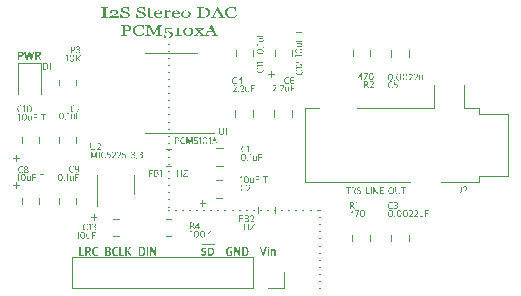
<source format=gto>
G04 #@! TF.GenerationSoftware,KiCad,Pcbnew,7.0.8*
G04 #@! TF.CreationDate,2023-10-02T15:07:27-07:00*
G04 #@! TF.ProjectId,PCM510xA_I2S_DAC,50434d35-3130-4784-915f-4932535f4441,0.0.2*
G04 #@! TF.SameCoordinates,Original*
G04 #@! TF.FileFunction,Legend,Top*
G04 #@! TF.FilePolarity,Positive*
%FSLAX46Y46*%
G04 Gerber Fmt 4.6, Leading zero omitted, Abs format (unit mm)*
G04 Created by KiCad (PCBNEW 7.0.8) date 2023-10-02 15:07:27*
%MOMM*%
%LPD*%
G01*
G04 APERTURE LIST*
%ADD10C,0.150000*%
%ADD11C,0.120000*%
%ADD12C,0.087500*%
%ADD13C,0.100000*%
G04 APERTURE END LIST*
D10*
X131300000Y-95300000D02*
X131300000Y-95300000D01*
X131300000Y-95900000D02*
X131300000Y-95900000D01*
X131300000Y-96500000D02*
X131300000Y-96500000D01*
X131300000Y-97100000D02*
X131300000Y-97100000D01*
X131300000Y-97700000D02*
X131300000Y-97700000D01*
X131300000Y-98300000D02*
X131300000Y-98300000D01*
X131300000Y-98900000D02*
X131300000Y-98900000D01*
X131300000Y-99500000D02*
X131300000Y-99500000D01*
X131300000Y-100100000D02*
X131300000Y-100100000D01*
X131300000Y-100700000D02*
X131300000Y-100700000D01*
X131300000Y-101300000D02*
X131300000Y-101300000D01*
X131300000Y-101900000D02*
X131300000Y-101900000D01*
X131300000Y-102500000D02*
X131300000Y-102500000D01*
X131300000Y-103100000D02*
X131300000Y-103100000D01*
X131300000Y-103700000D02*
X131300000Y-103700000D01*
X131300000Y-104300000D02*
X131300000Y-104300000D01*
X131300000Y-104900000D02*
X131300000Y-104900000D01*
X131300000Y-105500000D02*
X131300000Y-105500000D01*
X131300000Y-106100000D02*
X131300000Y-106100000D01*
X131300000Y-106700000D02*
X131300000Y-106700000D01*
X131300000Y-107300000D02*
X131300000Y-107300000D01*
X131300000Y-107900000D02*
X131300000Y-107900000D01*
X131300000Y-108500000D02*
X131300000Y-108500000D01*
X131300000Y-109100000D02*
X131300000Y-109100000D01*
X144100000Y-109400000D02*
X144100000Y-109400000D01*
X144100000Y-110000000D02*
X144100000Y-110000000D01*
X144100000Y-110600000D02*
X144100000Y-110600000D01*
X144100000Y-111200000D02*
X144100000Y-111200000D01*
X144100000Y-111800000D02*
X144100000Y-111800000D01*
X144100000Y-112400000D02*
X144100000Y-112400000D01*
X144100000Y-113000000D02*
X144100000Y-113000000D01*
X144100000Y-113600000D02*
X144100000Y-113600000D01*
X144100000Y-114200000D02*
X144100000Y-114200000D01*
X144100000Y-114800000D02*
X144100000Y-114800000D01*
X144100000Y-115400000D02*
X144100000Y-115400000D01*
X144100000Y-116000000D02*
X144100000Y-116000000D01*
X131300000Y-109400000D02*
X131300000Y-109400000D01*
X131900000Y-109400000D02*
X131900000Y-109400000D01*
X132500000Y-109400000D02*
X132500000Y-109400000D01*
X133100000Y-109400000D02*
X133100000Y-109400000D01*
X133700000Y-109400000D02*
X133700000Y-109400000D01*
X134300000Y-109400000D02*
X134300000Y-109400000D01*
X134900000Y-109400000D02*
X134900000Y-109400000D01*
X135500000Y-109400000D02*
X135500000Y-109400000D01*
X136100000Y-109400000D02*
X136100000Y-109400000D01*
X136700000Y-109400000D02*
X136700000Y-109400000D01*
X137300000Y-109400000D02*
X137300000Y-109400000D01*
X137900000Y-109400000D02*
X137900000Y-109400000D01*
X138500000Y-109400000D02*
X138500000Y-109400000D01*
X139100000Y-109400000D02*
X139100000Y-109400000D01*
X139700000Y-109400000D02*
X139700000Y-109400000D01*
X140300000Y-109400000D02*
X140300000Y-109400000D01*
X140900000Y-109400000D02*
X140900000Y-109400000D01*
X141500000Y-109400000D02*
X141500000Y-109400000D01*
X142100000Y-109400000D02*
X142100000Y-109400000D01*
X142700000Y-109400000D02*
X142700000Y-109400000D01*
X143300000Y-109400000D02*
X143300000Y-109400000D01*
X143900000Y-109400000D02*
X143900000Y-109400000D01*
D11*
G36*
X126169999Y-112518001D02*
G01*
X126183735Y-112518627D01*
X126196963Y-112519665D01*
X126209688Y-112521111D01*
X126221912Y-112522962D01*
X126233639Y-112525214D01*
X126244874Y-112527863D01*
X126255621Y-112530904D01*
X126265883Y-112534335D01*
X126275664Y-112538150D01*
X126284969Y-112542347D01*
X126293800Y-112546921D01*
X126302163Y-112551868D01*
X126310061Y-112557185D01*
X126317497Y-112562867D01*
X126324476Y-112568912D01*
X126331002Y-112575313D01*
X126337079Y-112582069D01*
X126342710Y-112589175D01*
X126347900Y-112596627D01*
X126352651Y-112604421D01*
X126356970Y-112612553D01*
X126360858Y-112621019D01*
X126364320Y-112629817D01*
X126367361Y-112638940D01*
X126369983Y-112648387D01*
X126372191Y-112658152D01*
X126373989Y-112668232D01*
X126375381Y-112678623D01*
X126376370Y-112689321D01*
X126376960Y-112700322D01*
X126377156Y-112711623D01*
X126377070Y-112719105D01*
X126376363Y-112733676D01*
X126374920Y-112747713D01*
X126372709Y-112761207D01*
X126369699Y-112774146D01*
X126365857Y-112786520D01*
X126361152Y-112798318D01*
X126355553Y-112809530D01*
X126349028Y-112820145D01*
X126341546Y-112830153D01*
X126333075Y-112839542D01*
X126323583Y-112848303D01*
X126313039Y-112856424D01*
X126301411Y-112863896D01*
X126295181Y-112867384D01*
X126288668Y-112870707D01*
X126281869Y-112873861D01*
X126274778Y-112876847D01*
X126267394Y-112879662D01*
X126267394Y-112882983D01*
X126275209Y-112884774D01*
X126282847Y-112886779D01*
X126290303Y-112889001D01*
X126297574Y-112891445D01*
X126304653Y-112894114D01*
X126311536Y-112897014D01*
X126318220Y-112900149D01*
X126324698Y-112903521D01*
X126330967Y-112907136D01*
X126337021Y-112910998D01*
X126348469Y-112919477D01*
X126359003Y-112928991D01*
X126368587Y-112939575D01*
X126377183Y-112951259D01*
X126384754Y-112964078D01*
X126388143Y-112970923D01*
X126391262Y-112978064D01*
X126394106Y-112985505D01*
X126396671Y-112993250D01*
X126398951Y-113001303D01*
X126400943Y-113009669D01*
X126402641Y-113018351D01*
X126404040Y-113027354D01*
X126405137Y-113036682D01*
X126405926Y-113046338D01*
X126406403Y-113056328D01*
X126406563Y-113066654D01*
X126406342Y-113078509D01*
X126405678Y-113090145D01*
X126404569Y-113101550D01*
X126403013Y-113112716D01*
X126401010Y-113123630D01*
X126398558Y-113134284D01*
X126395655Y-113144667D01*
X126392301Y-113154768D01*
X126388492Y-113164577D01*
X126384229Y-113174085D01*
X126379509Y-113183280D01*
X126374331Y-113192153D01*
X126368694Y-113200694D01*
X126362596Y-113208891D01*
X126356035Y-113216735D01*
X126349010Y-113224215D01*
X126341521Y-113231322D01*
X126333564Y-113238044D01*
X126325139Y-113244372D01*
X126316245Y-113250296D01*
X126306879Y-113255805D01*
X126297040Y-113260888D01*
X126286728Y-113265536D01*
X126275940Y-113269739D01*
X126264674Y-113273485D01*
X126252930Y-113276766D01*
X126240706Y-113279570D01*
X126228001Y-113281887D01*
X126214812Y-113283707D01*
X126201139Y-113285019D01*
X126186981Y-113285815D01*
X126172334Y-113286082D01*
X125920496Y-113286082D01*
X125920496Y-112936717D01*
X126040004Y-112936717D01*
X126040004Y-113183109D01*
X126155750Y-113183109D01*
X126163252Y-113182991D01*
X126170531Y-113182637D01*
X126177586Y-113182045D01*
X126184415Y-113181215D01*
X126197393Y-113178841D01*
X126209459Y-113175507D01*
X126220604Y-113171209D01*
X126230820Y-113165943D01*
X126240101Y-113159702D01*
X126248437Y-113152481D01*
X126255822Y-113144276D01*
X126262248Y-113135081D01*
X126267706Y-113124891D01*
X126272189Y-113113701D01*
X126275689Y-113101506D01*
X126278199Y-113088301D01*
X126279711Y-113074080D01*
X126280216Y-113058838D01*
X126280081Y-113050700D01*
X126279005Y-113035374D01*
X126276862Y-113021288D01*
X126273663Y-113008410D01*
X126269418Y-112996711D01*
X126264137Y-112986157D01*
X126257831Y-112976719D01*
X126250509Y-112968365D01*
X126242183Y-112961064D01*
X126232862Y-112954785D01*
X126222557Y-112949496D01*
X126211277Y-112945166D01*
X126199034Y-112941764D01*
X126185837Y-112939260D01*
X126178884Y-112938334D01*
X126171697Y-112937621D01*
X126164276Y-112937116D01*
X126156624Y-112936816D01*
X126148741Y-112936717D01*
X126040004Y-112936717D01*
X125920496Y-112936717D01*
X125920496Y-112619787D01*
X126040004Y-112619787D01*
X126040004Y-112844882D01*
X126134037Y-112844882D01*
X126140604Y-112844802D01*
X126153403Y-112844143D01*
X126165711Y-112842779D01*
X126177477Y-112840661D01*
X126188649Y-112837739D01*
X126199174Y-112833966D01*
X126209002Y-112829291D01*
X126218080Y-112823666D01*
X126226357Y-112817042D01*
X126233780Y-112809370D01*
X126240298Y-112800601D01*
X126245858Y-112790686D01*
X126250410Y-112779576D01*
X126253902Y-112767222D01*
X126256280Y-112753576D01*
X126257494Y-112738588D01*
X126257648Y-112730576D01*
X126257167Y-112715679D01*
X126255727Y-112702029D01*
X126253335Y-112689587D01*
X126250000Y-112678314D01*
X126245728Y-112668169D01*
X126240527Y-112659114D01*
X126234404Y-112651109D01*
X126227365Y-112644114D01*
X126219419Y-112638090D01*
X126210573Y-112632997D01*
X126200834Y-112628796D01*
X126190209Y-112625448D01*
X126178705Y-112622912D01*
X126166330Y-112621150D01*
X126153091Y-112620121D01*
X126146150Y-112619870D01*
X126138995Y-112619787D01*
X126040004Y-112619787D01*
X125920496Y-112619787D01*
X125920496Y-112517792D01*
X126155750Y-112517792D01*
X126169999Y-112518001D01*
G37*
G36*
X126797743Y-113298587D02*
G01*
X126805221Y-113298531D01*
X126812592Y-113298365D01*
X126819854Y-113298091D01*
X126827008Y-113297710D01*
X126834056Y-113297224D01*
X126840996Y-113296636D01*
X126847831Y-113295947D01*
X126861185Y-113294273D01*
X126874121Y-113292220D01*
X126886644Y-113289801D01*
X126898758Y-113287031D01*
X126910467Y-113283927D01*
X126921775Y-113280503D01*
X126932688Y-113276774D01*
X126943207Y-113272756D01*
X126953340Y-113268463D01*
X126963088Y-113263911D01*
X126972458Y-113259115D01*
X126981452Y-113254090D01*
X126985810Y-113251497D01*
X126985810Y-113145007D01*
X126978168Y-113148628D01*
X126970290Y-113152285D01*
X126962150Y-113155941D01*
X126953721Y-113159558D01*
X126944975Y-113163100D01*
X126935885Y-113166529D01*
X126926425Y-113169808D01*
X126916567Y-113172900D01*
X126906284Y-113175767D01*
X126895549Y-113178373D01*
X126884336Y-113180680D01*
X126872617Y-113182651D01*
X126860365Y-113184249D01*
X126847552Y-113185436D01*
X126834153Y-113186176D01*
X126827225Y-113186366D01*
X126820140Y-113186431D01*
X126807171Y-113186140D01*
X126794706Y-113185269D01*
X126782741Y-113183823D01*
X126771268Y-113181805D01*
X126760282Y-113179222D01*
X126749775Y-113176075D01*
X126739744Y-113172371D01*
X126730180Y-113168113D01*
X126721079Y-113163305D01*
X126712433Y-113157952D01*
X126704237Y-113152058D01*
X126696485Y-113145627D01*
X126689171Y-113138664D01*
X126682288Y-113131173D01*
X126675831Y-113123158D01*
X126669793Y-113114623D01*
X126664168Y-113105574D01*
X126658951Y-113096013D01*
X126654134Y-113085946D01*
X126649712Y-113075377D01*
X126645679Y-113064309D01*
X126642029Y-113052748D01*
X126638756Y-113040697D01*
X126635853Y-113028161D01*
X126633314Y-113015145D01*
X126631134Y-113001652D01*
X126629306Y-112987686D01*
X126627823Y-112973253D01*
X126626681Y-112958355D01*
X126625873Y-112942999D01*
X126625393Y-112927187D01*
X126625234Y-112910925D01*
X126625234Y-112871651D01*
X126625459Y-112854865D01*
X126626130Y-112838721D01*
X126627240Y-112823212D01*
X126628783Y-112808331D01*
X126630750Y-112794070D01*
X126633135Y-112780422D01*
X126635932Y-112767381D01*
X126639133Y-112754939D01*
X126642732Y-112743089D01*
X126646721Y-112731823D01*
X126651094Y-112721136D01*
X126655843Y-112711018D01*
X126660962Y-112701464D01*
X126666445Y-112692466D01*
X126672283Y-112684017D01*
X126678470Y-112676110D01*
X126684999Y-112668737D01*
X126691863Y-112661892D01*
X126699056Y-112655567D01*
X126706570Y-112649756D01*
X126714398Y-112644450D01*
X126722534Y-112639644D01*
X126730971Y-112635329D01*
X126739701Y-112631499D01*
X126748718Y-112628146D01*
X126758015Y-112625263D01*
X126767584Y-112622844D01*
X126777420Y-112620880D01*
X126787515Y-112619366D01*
X126797862Y-112618293D01*
X126808454Y-112617654D01*
X126819285Y-112617443D01*
X126830678Y-112617587D01*
X126841735Y-112618018D01*
X126852487Y-112618734D01*
X126862965Y-112619735D01*
X126873202Y-112621019D01*
X126883229Y-112622584D01*
X126893079Y-112624429D01*
X126902782Y-112626553D01*
X126912372Y-112628953D01*
X126921879Y-112631630D01*
X126931335Y-112634580D01*
X126940772Y-112637803D01*
X126950223Y-112641298D01*
X126959718Y-112645062D01*
X126969290Y-112649095D01*
X126978971Y-112653395D01*
X126978971Y-112545733D01*
X126971106Y-112541030D01*
X126962955Y-112536598D01*
X126954501Y-112532441D01*
X126945730Y-112528563D01*
X126936628Y-112524968D01*
X126927180Y-112521663D01*
X126917370Y-112518650D01*
X126907185Y-112515935D01*
X126896609Y-112513523D01*
X126885627Y-112511417D01*
X126874225Y-112509622D01*
X126862388Y-112508144D01*
X126850101Y-112506986D01*
X126837350Y-112506153D01*
X126824119Y-112505650D01*
X126810394Y-112505482D01*
X126794146Y-112505789D01*
X126778111Y-112506719D01*
X126762311Y-112508284D01*
X126746764Y-112510497D01*
X126731491Y-112513370D01*
X126716511Y-112516917D01*
X126701844Y-112521148D01*
X126687510Y-112526077D01*
X126673528Y-112531717D01*
X126659919Y-112538080D01*
X126646702Y-112545178D01*
X126633897Y-112553024D01*
X126621524Y-112561631D01*
X126609602Y-112571011D01*
X126598152Y-112581176D01*
X126587193Y-112592139D01*
X126576745Y-112603913D01*
X126566827Y-112616510D01*
X126557460Y-112629942D01*
X126548663Y-112644223D01*
X126540457Y-112659364D01*
X126532860Y-112675379D01*
X126525892Y-112692279D01*
X126519574Y-112710078D01*
X126513926Y-112728787D01*
X126508966Y-112748420D01*
X126504715Y-112768988D01*
X126501192Y-112790505D01*
X126498418Y-112812982D01*
X126496412Y-112836433D01*
X126495194Y-112860870D01*
X126494784Y-112886305D01*
X126494784Y-112914247D01*
X126495122Y-112938110D01*
X126496129Y-112961196D01*
X126497799Y-112983504D01*
X126500123Y-113005037D01*
X126503092Y-113025796D01*
X126506700Y-113045781D01*
X126510936Y-113064996D01*
X126515794Y-113083440D01*
X126521266Y-113101115D01*
X126527343Y-113118023D01*
X126534016Y-113134165D01*
X126541279Y-113149542D01*
X126549123Y-113164155D01*
X126557540Y-113178007D01*
X126566521Y-113191098D01*
X126576059Y-113203430D01*
X126586145Y-113215004D01*
X126596772Y-113225821D01*
X126607931Y-113235883D01*
X126619614Y-113245192D01*
X126631813Y-113253748D01*
X126644520Y-113261552D01*
X126657727Y-113268607D01*
X126671425Y-113274914D01*
X126685607Y-113280473D01*
X126700265Y-113285287D01*
X126715390Y-113289357D01*
X126730974Y-113292683D01*
X126747010Y-113295268D01*
X126763489Y-113297113D01*
X126780402Y-113298219D01*
X126797743Y-113298587D01*
G37*
G36*
X127102924Y-113286082D02*
G01*
X127507610Y-113286082D01*
X127507610Y-113177443D01*
X127223458Y-113177443D01*
X127223458Y-112517792D01*
X127102924Y-112517792D01*
X127102924Y-113286082D01*
G37*
G36*
X127999491Y-113286082D02*
G01*
X128138660Y-113286082D01*
X128130755Y-113273390D01*
X128122844Y-113260704D01*
X128114928Y-113248023D01*
X128107006Y-113235348D01*
X128099080Y-113222677D01*
X128091148Y-113210011D01*
X128083211Y-113197350D01*
X128075270Y-113184694D01*
X128067325Y-113172041D01*
X128059376Y-113159393D01*
X128051423Y-113146749D01*
X128043466Y-113134108D01*
X128035506Y-113121471D01*
X128027543Y-113108838D01*
X128019577Y-113096207D01*
X128011608Y-113083580D01*
X128003637Y-113070956D01*
X127995663Y-113058334D01*
X127987687Y-113045715D01*
X127979710Y-113033098D01*
X127971731Y-113020483D01*
X127963750Y-113007870D01*
X127955768Y-112995259D01*
X127947786Y-112982650D01*
X127939802Y-112970042D01*
X127931818Y-112957435D01*
X127923834Y-112944829D01*
X127915849Y-112932225D01*
X127907865Y-112919621D01*
X127899881Y-112907017D01*
X127891898Y-112894414D01*
X127883915Y-112881811D01*
X128124983Y-112517792D01*
X128000517Y-112517792D01*
X127992695Y-112529555D01*
X127984875Y-112541326D01*
X127977056Y-112553102D01*
X127969239Y-112564885D01*
X127961423Y-112576674D01*
X127953609Y-112588469D01*
X127945797Y-112600270D01*
X127937987Y-112612075D01*
X127930179Y-112623886D01*
X127922374Y-112635702D01*
X127914571Y-112647523D01*
X127906771Y-112659348D01*
X127898974Y-112671177D01*
X127891180Y-112683011D01*
X127883389Y-112694848D01*
X127875602Y-112706689D01*
X127867818Y-112718533D01*
X127860037Y-112730381D01*
X127852261Y-112742232D01*
X127844488Y-112754085D01*
X127836720Y-112765941D01*
X127828955Y-112777799D01*
X127821196Y-112789660D01*
X127813441Y-112801522D01*
X127805690Y-112813387D01*
X127797945Y-112825252D01*
X127790204Y-112837119D01*
X127782469Y-112848987D01*
X127774740Y-112860856D01*
X127767015Y-112872726D01*
X127759297Y-112884595D01*
X127751584Y-112896466D01*
X127999491Y-113286082D01*
G37*
G36*
X127619253Y-113286082D02*
G01*
X127739787Y-113286082D01*
X127739787Y-112517792D01*
X127619253Y-112517792D01*
X127619253Y-113286082D01*
G37*
X133921804Y-108791760D02*
X134378947Y-108791760D01*
X134150375Y-109020331D02*
X134150375Y-108563188D01*
G36*
X139236672Y-113286082D02*
G01*
X139356180Y-113286082D01*
X139593486Y-112517792D01*
X139480646Y-112517792D01*
X139305231Y-113111399D01*
X139302324Y-113111399D01*
X139125883Y-112517792D01*
X138999536Y-112517792D01*
X139236672Y-113286082D01*
G37*
G36*
X139679655Y-113286082D02*
G01*
X139793350Y-113286082D01*
X139793350Y-112709278D01*
X139679655Y-112709278D01*
X139679655Y-113286082D01*
G37*
G36*
X139679655Y-112614121D02*
G01*
X139794205Y-112614121D01*
X139794205Y-112496494D01*
X139679655Y-112496494D01*
X139679655Y-112614121D01*
G37*
G36*
X139929271Y-113286082D02*
G01*
X140042111Y-113286082D01*
X140042111Y-112838238D01*
X140050972Y-112833579D01*
X140060470Y-112829095D01*
X140067110Y-112826234D01*
X140073965Y-112823496D01*
X140081006Y-112820900D01*
X140088207Y-112818464D01*
X140095540Y-112816207D01*
X140102976Y-112814147D01*
X140110489Y-112812303D01*
X140118052Y-112810691D01*
X140125636Y-112809332D01*
X140133213Y-112808243D01*
X140140758Y-112807442D01*
X140148241Y-112806948D01*
X140155636Y-112806780D01*
X140167920Y-112807057D01*
X140179034Y-112807901D01*
X140189031Y-112809327D01*
X140197961Y-112811353D01*
X140205878Y-112813995D01*
X140212833Y-112817269D01*
X140218878Y-112821193D01*
X140226355Y-112828331D01*
X140232078Y-112837024D01*
X140236223Y-112847326D01*
X140238197Y-112855117D01*
X140239599Y-112863664D01*
X140240483Y-112872986D01*
X140240900Y-112883097D01*
X140240950Y-112888454D01*
X140240950Y-113286082D01*
X140354645Y-113286082D01*
X140354645Y-112858364D01*
X140354498Y-112847851D01*
X140354060Y-112837741D01*
X140353330Y-112828029D01*
X140352310Y-112818711D01*
X140350999Y-112809783D01*
X140349397Y-112801240D01*
X140347506Y-112793077D01*
X140345327Y-112785289D01*
X140342858Y-112777873D01*
X140337058Y-112764137D01*
X140330110Y-112751831D01*
X140322018Y-112740918D01*
X140312786Y-112731364D01*
X140302417Y-112723131D01*
X140290917Y-112716183D01*
X140278289Y-112710483D01*
X140271553Y-112708090D01*
X140264537Y-112705996D01*
X140257240Y-112704196D01*
X140249665Y-112702685D01*
X140241810Y-112701459D01*
X140233676Y-112700513D01*
X140225265Y-112699843D01*
X140216576Y-112699445D01*
X140207610Y-112699313D01*
X140196223Y-112699611D01*
X140184840Y-112700491D01*
X140173491Y-112701929D01*
X140162204Y-112703902D01*
X140151009Y-112706386D01*
X140139933Y-112709359D01*
X140129006Y-112712798D01*
X140118257Y-112716678D01*
X140107714Y-112720978D01*
X140097407Y-112725674D01*
X140087363Y-112730742D01*
X140077612Y-112736160D01*
X140068182Y-112741904D01*
X140059103Y-112747951D01*
X140050403Y-112754278D01*
X140042111Y-112760862D01*
X140038179Y-112760862D01*
X140038179Y-112709278D01*
X139929271Y-112709278D01*
X139929271Y-113286082D01*
G37*
G36*
X136470659Y-113298587D02*
G01*
X136479086Y-113298519D01*
X136487441Y-113298316D01*
X136495720Y-113297983D01*
X136503920Y-113297525D01*
X136512039Y-113296946D01*
X136520073Y-113296251D01*
X136528021Y-113295443D01*
X136535879Y-113294527D01*
X136543644Y-113293507D01*
X136551313Y-113292388D01*
X136558885Y-113291174D01*
X136566355Y-113289870D01*
X136573721Y-113288479D01*
X136580980Y-113287007D01*
X136588130Y-113285458D01*
X136595168Y-113283835D01*
X136602090Y-113282143D01*
X136608895Y-113280388D01*
X136615578Y-113278572D01*
X136628571Y-113274778D01*
X136641047Y-113270797D01*
X136652983Y-113266663D01*
X136664357Y-113262411D01*
X136675146Y-113258077D01*
X136685328Y-113253695D01*
X136690184Y-113251497D01*
X136690184Y-112895293D01*
X136448091Y-112895293D01*
X136448091Y-112998266D01*
X136572557Y-112998266D01*
X136572557Y-113172949D01*
X136565305Y-113175440D01*
X136557350Y-113177837D01*
X136548763Y-113180106D01*
X136539616Y-113182215D01*
X136529981Y-113184131D01*
X136519930Y-113185821D01*
X136513033Y-113186806D01*
X136506005Y-113187665D01*
X136498866Y-113188391D01*
X136491639Y-113188972D01*
X136484343Y-113189399D01*
X136477001Y-113189662D01*
X136469633Y-113189752D01*
X136455208Y-113189424D01*
X136441477Y-113188445D01*
X136428425Y-113186830D01*
X136416037Y-113184589D01*
X136404297Y-113181736D01*
X136393190Y-113178282D01*
X136382699Y-113174239D01*
X136372811Y-113169621D01*
X136363508Y-113164438D01*
X136354776Y-113158705D01*
X136346599Y-113152431D01*
X136338961Y-113145631D01*
X136331848Y-113138315D01*
X136325242Y-113130497D01*
X136319130Y-113122189D01*
X136313495Y-113113402D01*
X136308322Y-113104149D01*
X136303595Y-113094443D01*
X136299298Y-113084295D01*
X136295417Y-113073718D01*
X136291936Y-113062724D01*
X136288839Y-113051325D01*
X136286111Y-113039533D01*
X136283735Y-113027362D01*
X136281698Y-113014822D01*
X136279982Y-113001926D01*
X136278573Y-112988686D01*
X136277455Y-112975116D01*
X136276612Y-112961226D01*
X136276030Y-112947029D01*
X136275692Y-112932538D01*
X136275582Y-112917764D01*
X136275582Y-112882983D01*
X136275722Y-112869500D01*
X136276151Y-112856173D01*
X136276879Y-112843021D01*
X136277918Y-112830060D01*
X136279280Y-112817309D01*
X136280976Y-112804786D01*
X136283018Y-112792508D01*
X136285418Y-112780493D01*
X136288187Y-112768759D01*
X136291337Y-112757325D01*
X136294879Y-112746207D01*
X136298825Y-112735423D01*
X136303187Y-112724992D01*
X136307976Y-112714931D01*
X136313203Y-112705258D01*
X136318880Y-112695991D01*
X136325020Y-112687148D01*
X136331632Y-112678745D01*
X136338730Y-112670802D01*
X136346324Y-112663337D01*
X136354427Y-112656366D01*
X136363049Y-112649907D01*
X136372202Y-112643980D01*
X136381899Y-112638600D01*
X136392150Y-112633787D01*
X136402967Y-112629558D01*
X136414361Y-112625930D01*
X136426345Y-112622922D01*
X136438930Y-112620552D01*
X136452127Y-112618836D01*
X136465948Y-112617794D01*
X136480404Y-112617443D01*
X136488663Y-112617508D01*
X136496707Y-112617700D01*
X136504543Y-112618015D01*
X136512174Y-112618447D01*
X136519606Y-112618994D01*
X136526842Y-112619649D01*
X136533888Y-112620409D01*
X136540749Y-112621268D01*
X136553931Y-112623268D01*
X136566426Y-112625614D01*
X136578271Y-112628267D01*
X136589505Y-112631193D01*
X136600163Y-112634355D01*
X136610283Y-112637717D01*
X136619903Y-112641241D01*
X136629060Y-112644892D01*
X136637791Y-112648634D01*
X136646134Y-112652430D01*
X136654126Y-112656244D01*
X136661803Y-112660039D01*
X136661803Y-112550227D01*
X136654230Y-112545860D01*
X136646184Y-112541572D01*
X136637655Y-112537391D01*
X136628630Y-112533344D01*
X136619098Y-112529459D01*
X136609048Y-112525765D01*
X136598468Y-112522290D01*
X136587346Y-112519062D01*
X136575671Y-112516108D01*
X136563432Y-112513457D01*
X136550617Y-112511137D01*
X136537214Y-112509176D01*
X136530289Y-112508339D01*
X136523213Y-112507602D01*
X136515984Y-112506969D01*
X136508600Y-112506443D01*
X136501062Y-112506027D01*
X136493366Y-112505727D01*
X136485512Y-112505544D01*
X136477498Y-112505482D01*
X136461210Y-112505767D01*
X136445061Y-112506635D01*
X136429076Y-112508104D01*
X136413280Y-112510192D01*
X136397697Y-112512917D01*
X136382352Y-112516298D01*
X136367270Y-112520353D01*
X136352476Y-112525101D01*
X136337994Y-112530558D01*
X136323850Y-112536744D01*
X136310068Y-112543677D01*
X136296673Y-112551376D01*
X136283690Y-112559857D01*
X136271143Y-112569141D01*
X136259057Y-112579244D01*
X136247458Y-112590185D01*
X136236369Y-112601983D01*
X136225816Y-112614655D01*
X136215824Y-112628220D01*
X136206417Y-112642697D01*
X136197620Y-112658102D01*
X136189458Y-112674455D01*
X136181955Y-112691775D01*
X136175137Y-112710078D01*
X136169029Y-112729383D01*
X136163654Y-112749710D01*
X136159038Y-112771075D01*
X136155206Y-112793497D01*
X136152182Y-112816994D01*
X136149992Y-112841585D01*
X136148659Y-112867288D01*
X136148210Y-112894121D01*
X136148210Y-112917764D01*
X136148576Y-112942597D01*
X136149667Y-112966509D01*
X136151474Y-112989507D01*
X136153987Y-113011601D01*
X136157195Y-113032799D01*
X136161089Y-113053110D01*
X136165659Y-113072542D01*
X136170895Y-113091106D01*
X136176787Y-113108809D01*
X136183326Y-113125659D01*
X136190501Y-113141667D01*
X136198302Y-113156840D01*
X136206721Y-113171188D01*
X136215745Y-113184719D01*
X136225367Y-113197442D01*
X136235575Y-113209365D01*
X136246361Y-113220498D01*
X136257713Y-113230849D01*
X136269623Y-113240427D01*
X136282080Y-113249241D01*
X136295075Y-113257300D01*
X136308597Y-113264611D01*
X136322637Y-113271185D01*
X136337185Y-113277030D01*
X136352230Y-113282154D01*
X136367764Y-113286566D01*
X136383776Y-113290276D01*
X136400255Y-113293291D01*
X136417194Y-113295621D01*
X136434580Y-113297275D01*
X136452405Y-113298260D01*
X136470659Y-113298587D01*
G37*
G36*
X136828157Y-113286082D02*
G01*
X136935014Y-113286082D01*
X136935014Y-112707129D01*
X136937920Y-112707129D01*
X137232843Y-113286082D01*
X137352522Y-113286082D01*
X137352522Y-112517792D01*
X137245666Y-112517792D01*
X137245666Y-113060011D01*
X137242760Y-113060011D01*
X136963395Y-112517792D01*
X136828157Y-112517792D01*
X136828157Y-113286082D01*
G37*
G36*
X137749555Y-112518124D02*
G01*
X137768041Y-112519123D01*
X137785991Y-112520795D01*
X137803400Y-112523143D01*
X137820263Y-112526172D01*
X137836575Y-112529886D01*
X137852332Y-112534290D01*
X137867529Y-112539389D01*
X137882162Y-112545186D01*
X137896224Y-112551687D01*
X137909713Y-112558896D01*
X137922623Y-112566818D01*
X137934949Y-112575456D01*
X137946686Y-112584816D01*
X137957831Y-112594902D01*
X137968378Y-112605719D01*
X137978322Y-112617270D01*
X137987658Y-112629562D01*
X137996383Y-112642597D01*
X138004491Y-112656380D01*
X138011978Y-112670917D01*
X138018838Y-112686211D01*
X138025068Y-112702268D01*
X138030661Y-112719090D01*
X138035615Y-112736684D01*
X138039923Y-112755054D01*
X138043581Y-112774204D01*
X138046585Y-112794138D01*
X138048930Y-112814861D01*
X138050610Y-112836378D01*
X138051622Y-112858693D01*
X138051960Y-112881811D01*
X138051960Y-112904281D01*
X138051653Y-112927055D01*
X138050729Y-112949173D01*
X138049188Y-112970633D01*
X138047029Y-112991428D01*
X138044250Y-113011556D01*
X138040852Y-113031011D01*
X138036832Y-113049788D01*
X138032189Y-113067884D01*
X138026924Y-113085294D01*
X138021034Y-113102014D01*
X138014518Y-113118038D01*
X138007376Y-113133363D01*
X137999607Y-113147984D01*
X137991209Y-113161897D01*
X137982182Y-113175096D01*
X137972524Y-113187579D01*
X137962234Y-113199339D01*
X137951312Y-113210373D01*
X137939756Y-113220676D01*
X137927565Y-113230244D01*
X137914738Y-113239073D01*
X137901275Y-113247157D01*
X137887174Y-113254492D01*
X137872434Y-113261074D01*
X137857054Y-113266899D01*
X137841033Y-113271962D01*
X137824371Y-113276257D01*
X137807065Y-113279782D01*
X137789115Y-113282532D01*
X137770521Y-113284501D01*
X137751280Y-113285686D01*
X137731392Y-113286082D01*
X137509986Y-113286082D01*
X137509986Y-112626431D01*
X137630519Y-112626431D01*
X137630519Y-113177443D01*
X137732418Y-113177443D01*
X137744521Y-113177225D01*
X137756214Y-113176568D01*
X137767498Y-113175464D01*
X137778374Y-113173906D01*
X137788844Y-113171888D01*
X137798911Y-113169402D01*
X137808575Y-113166441D01*
X137817838Y-113162999D01*
X137826703Y-113159068D01*
X137835172Y-113154641D01*
X137843244Y-113149713D01*
X137850924Y-113144274D01*
X137858212Y-113138319D01*
X137865109Y-113131841D01*
X137871619Y-113124832D01*
X137877742Y-113117286D01*
X137883481Y-113109195D01*
X137888836Y-113100553D01*
X137893810Y-113091353D01*
X137898405Y-113081587D01*
X137902623Y-113071249D01*
X137906464Y-113060332D01*
X137909931Y-113048828D01*
X137913026Y-113036731D01*
X137915750Y-113024034D01*
X137918105Y-113010730D01*
X137920093Y-112996812D01*
X137921716Y-112982272D01*
X137922975Y-112967105D01*
X137923872Y-112951302D01*
X137924409Y-112934857D01*
X137924588Y-112917764D01*
X137924588Y-112880639D01*
X137924373Y-112862873D01*
X137923731Y-112845874D01*
X137922665Y-112829627D01*
X137921180Y-112814121D01*
X137919278Y-112799341D01*
X137916963Y-112785275D01*
X137914238Y-112771908D01*
X137911108Y-112759229D01*
X137907575Y-112747222D01*
X137903644Y-112735876D01*
X137899318Y-112725177D01*
X137894601Y-112715112D01*
X137889495Y-112705667D01*
X137884005Y-112696829D01*
X137878134Y-112688585D01*
X137871886Y-112680921D01*
X137865265Y-112673825D01*
X137858273Y-112667283D01*
X137850915Y-112661281D01*
X137843193Y-112655807D01*
X137835113Y-112650848D01*
X137826676Y-112646389D01*
X137817888Y-112642418D01*
X137808750Y-112638921D01*
X137799268Y-112635885D01*
X137789444Y-112633297D01*
X137779282Y-112631144D01*
X137768785Y-112629412D01*
X137757958Y-112628088D01*
X137746804Y-112627158D01*
X137735325Y-112626610D01*
X137723527Y-112626431D01*
X137630519Y-112626431D01*
X137509986Y-112626431D01*
X137509986Y-112517792D01*
X137730537Y-112517792D01*
X137749555Y-112518124D01*
G37*
X124721804Y-109991760D02*
X125178947Y-109991760D01*
X124950375Y-110220331D02*
X124950375Y-109763188D01*
X139721804Y-97891760D02*
X140178947Y-97891760D01*
X139950375Y-98120331D02*
X139950375Y-97663188D01*
D12*
G36*
X126119609Y-93117500D02*
G01*
X125592924Y-93117500D01*
X125592924Y-93075294D01*
X125605289Y-93074566D01*
X125618121Y-93073816D01*
X125630617Y-93073090D01*
X125644493Y-93072286D01*
X125657111Y-93071557D01*
X125669692Y-93070737D01*
X125683183Y-93069583D01*
X125694923Y-93068244D01*
X125706405Y-93066447D01*
X125716608Y-93064084D01*
X125727818Y-93060337D01*
X125738878Y-93055361D01*
X125748069Y-93049642D01*
X125756176Y-93042322D01*
X125762126Y-93033662D01*
X125765781Y-93024506D01*
X125767716Y-93015366D01*
X125768474Y-93005175D01*
X125768486Y-93003633D01*
X125768486Y-92369457D01*
X125768051Y-92360369D01*
X125766489Y-92350807D01*
X125763792Y-92342124D01*
X125759400Y-92333407D01*
X125752341Y-92325611D01*
X125742798Y-92319295D01*
X125731922Y-92314241D01*
X125720725Y-92310261D01*
X125716608Y-92309007D01*
X125705106Y-92305875D01*
X125692397Y-92302828D01*
X125680544Y-92300283D01*
X125667805Y-92297800D01*
X125654180Y-92295378D01*
X125640685Y-92293091D01*
X125628118Y-92291174D01*
X125616478Y-92289628D01*
X125604070Y-92288294D01*
X125592924Y-92287465D01*
X125592924Y-92245259D01*
X126119609Y-92245259D01*
X126119609Y-92287465D01*
X126106237Y-92288000D01*
X126093514Y-92288807D01*
X126081850Y-92289750D01*
X126069485Y-92290925D01*
X126058646Y-92292081D01*
X126045666Y-92293642D01*
X126033326Y-92295357D01*
X126021624Y-92297228D01*
X126008779Y-92299605D01*
X125996804Y-92302192D01*
X125985765Y-92305320D01*
X125974709Y-92309789D01*
X125964478Y-92315978D01*
X125956812Y-92323321D01*
X125954599Y-92326372D01*
X125949982Y-92334945D01*
X125946685Y-92343958D01*
X125944707Y-92353410D01*
X125944047Y-92363302D01*
X125944047Y-92997039D01*
X125944798Y-93006876D01*
X125947051Y-93016163D01*
X125950807Y-93024901D01*
X125956064Y-93033089D01*
X125963117Y-93040494D01*
X125972257Y-93047103D01*
X125981969Y-93052231D01*
X125993279Y-93056750D01*
X125996804Y-93057929D01*
X126008246Y-93060842D01*
X126021298Y-93063549D01*
X126032866Y-93065651D01*
X126045959Y-93067814D01*
X126053077Y-93068920D01*
X126065057Y-93070582D01*
X126078658Y-93072251D01*
X126091415Y-93073565D01*
X126103326Y-93074523D01*
X126116155Y-93075192D01*
X126119609Y-93075294D01*
X126119609Y-93117500D01*
G37*
G36*
X127045192Y-93117500D02*
G01*
X126272603Y-93117500D01*
X126272603Y-93031111D01*
X126281564Y-93023950D01*
X126289960Y-93017746D01*
X126299201Y-93011327D01*
X126309286Y-93004694D01*
X126320215Y-92997846D01*
X126329567Y-92992213D01*
X126334445Y-92989345D01*
X126344570Y-92983513D01*
X126355163Y-92977558D01*
X126366223Y-92971478D01*
X126377749Y-92965275D01*
X126389743Y-92958948D01*
X126402204Y-92952498D01*
X126415132Y-92945924D01*
X126425135Y-92940913D01*
X126428527Y-92939227D01*
X126439108Y-92934074D01*
X126450332Y-92928781D01*
X126462200Y-92923349D01*
X126474712Y-92917777D01*
X126485186Y-92913219D01*
X126496071Y-92908572D01*
X126507369Y-92903836D01*
X126519138Y-92898948D01*
X126531293Y-92893958D01*
X126543831Y-92888864D01*
X126556755Y-92883668D01*
X126570063Y-92878368D01*
X126583756Y-92872965D01*
X126594278Y-92868845D01*
X126605017Y-92864668D01*
X126612296Y-92861851D01*
X126624230Y-92857165D01*
X126635634Y-92852587D01*
X126646508Y-92848118D01*
X126656850Y-92843757D01*
X126669815Y-92838110D01*
X126681836Y-92832656D01*
X126692914Y-92827394D01*
X126703049Y-92822324D01*
X126712240Y-92817447D01*
X126723081Y-92811187D01*
X126733621Y-92804498D01*
X126743860Y-92797380D01*
X126753799Y-92789832D01*
X126763438Y-92781855D01*
X126772776Y-92773449D01*
X126776427Y-92769966D01*
X126783204Y-92762635D01*
X126789465Y-92754655D01*
X126795211Y-92746025D01*
X126800442Y-92736746D01*
X126805158Y-92726818D01*
X126806615Y-92723365D01*
X126809993Y-92714061D01*
X126812798Y-92703598D01*
X126814630Y-92694393D01*
X126816095Y-92684447D01*
X126817194Y-92673758D01*
X126817927Y-92662327D01*
X126818236Y-92653268D01*
X126818339Y-92643790D01*
X126818123Y-92634576D01*
X126817473Y-92625673D01*
X126815688Y-92612900D01*
X126812929Y-92600827D01*
X126809197Y-92589453D01*
X126804490Y-92578779D01*
X126798810Y-92568804D01*
X126792157Y-92559529D01*
X126784529Y-92550953D01*
X126775928Y-92543076D01*
X126766353Y-92535898D01*
X126762945Y-92533661D01*
X126752338Y-92527376D01*
X126741179Y-92521709D01*
X126729470Y-92516660D01*
X126717209Y-92512229D01*
X126704397Y-92508417D01*
X126691033Y-92505222D01*
X126677118Y-92502646D01*
X126662653Y-92500689D01*
X126647635Y-92499349D01*
X126632067Y-92498628D01*
X126621382Y-92498490D01*
X126608064Y-92498727D01*
X126594930Y-92499438D01*
X126581979Y-92500623D01*
X126569211Y-92502282D01*
X126556627Y-92504415D01*
X126544225Y-92507022D01*
X126532007Y-92510103D01*
X126519972Y-92513658D01*
X126508399Y-92517632D01*
X126497569Y-92521970D01*
X126487480Y-92526672D01*
X126475912Y-92533061D01*
X126465504Y-92540020D01*
X126456255Y-92547547D01*
X126448165Y-92555643D01*
X126450855Y-92564261D01*
X126453799Y-92573573D01*
X126456994Y-92583579D01*
X126459934Y-92592709D01*
X126462526Y-92600706D01*
X126465514Y-92610477D01*
X126467884Y-92620170D01*
X126469636Y-92629787D01*
X126470769Y-92639325D01*
X126471284Y-92648787D01*
X126471319Y-92651924D01*
X126470071Y-92661502D01*
X126466326Y-92670617D01*
X126460085Y-92679269D01*
X126452748Y-92686317D01*
X126445234Y-92691931D01*
X126434665Y-92697907D01*
X126422304Y-92702647D01*
X126410633Y-92705652D01*
X126397717Y-92707799D01*
X126383556Y-92709087D01*
X126371331Y-92709499D01*
X126368151Y-92709516D01*
X126355786Y-92709001D01*
X126342157Y-92707023D01*
X126329847Y-92703561D01*
X126318856Y-92698615D01*
X126309184Y-92692185D01*
X126304843Y-92688414D01*
X126297273Y-92679998D01*
X126291269Y-92670577D01*
X126287462Y-92661960D01*
X126284743Y-92652644D01*
X126283112Y-92642631D01*
X126282568Y-92631920D01*
X126283169Y-92621548D01*
X126284972Y-92611175D01*
X126287977Y-92600802D01*
X126292185Y-92590430D01*
X126296416Y-92582131D01*
X126301417Y-92573833D01*
X126307188Y-92565535D01*
X126313745Y-92557264D01*
X126320963Y-92549159D01*
X126328840Y-92541218D01*
X126337376Y-92533442D01*
X126346572Y-92525830D01*
X126356427Y-92518384D01*
X126366942Y-92511103D01*
X126378116Y-92503986D01*
X126389803Y-92497278D01*
X126402149Y-92490893D01*
X126415155Y-92484831D01*
X126428821Y-92479091D01*
X126439502Y-92474999D01*
X126450555Y-92471088D01*
X126461979Y-92467358D01*
X126473773Y-92463811D01*
X126485939Y-92460444D01*
X126490077Y-92459363D01*
X126502702Y-92456299D01*
X126515517Y-92453536D01*
X126528523Y-92451074D01*
X126541720Y-92448914D01*
X126555108Y-92447056D01*
X126568686Y-92445499D01*
X126582455Y-92444243D01*
X126596414Y-92443288D01*
X126610564Y-92442635D01*
X126624904Y-92442284D01*
X126634571Y-92442217D01*
X126655402Y-92442434D01*
X126675690Y-92443086D01*
X126695436Y-92444172D01*
X126714640Y-92445693D01*
X126733300Y-92447648D01*
X126751418Y-92450038D01*
X126768993Y-92452862D01*
X126786026Y-92456120D01*
X126802516Y-92459814D01*
X126818463Y-92463941D01*
X126833867Y-92468503D01*
X126848729Y-92473500D01*
X126863048Y-92478931D01*
X126876824Y-92484796D01*
X126890058Y-92491096D01*
X126902749Y-92497831D01*
X126914781Y-92504901D01*
X126926036Y-92512263D01*
X126936516Y-92519918D01*
X126946218Y-92527864D01*
X126955145Y-92536102D01*
X126963296Y-92544632D01*
X126970670Y-92553454D01*
X126977268Y-92562568D01*
X126983090Y-92571973D01*
X126988135Y-92581671D01*
X126992404Y-92591661D01*
X126995897Y-92601943D01*
X126998614Y-92612516D01*
X127000555Y-92623382D01*
X127001719Y-92634539D01*
X127002107Y-92645989D01*
X127001828Y-92656914D01*
X127000990Y-92667600D01*
X126999593Y-92678044D01*
X126997638Y-92688249D01*
X126995124Y-92698213D01*
X126992051Y-92707936D01*
X126988419Y-92717419D01*
X126984229Y-92726662D01*
X126979489Y-92735599D01*
X126974062Y-92744275D01*
X126967948Y-92752690D01*
X126961148Y-92760844D01*
X126953660Y-92768737D01*
X126945486Y-92776369D01*
X126936624Y-92783739D01*
X126927076Y-92790849D01*
X126915925Y-92798460D01*
X126904306Y-92805797D01*
X126892221Y-92812858D01*
X126879668Y-92819645D01*
X126866649Y-92826157D01*
X126856577Y-92830861D01*
X126846243Y-92835410D01*
X126835647Y-92839805D01*
X126824787Y-92844045D01*
X126813305Y-92848321D01*
X126800731Y-92852907D01*
X126787064Y-92857801D01*
X126772305Y-92863005D01*
X126756454Y-92868517D01*
X126745280Y-92872364D01*
X126733621Y-92876348D01*
X126721476Y-92880470D01*
X126708845Y-92884729D01*
X126695729Y-92889125D01*
X126682128Y-92893659D01*
X126668041Y-92898330D01*
X126653469Y-92903139D01*
X126646001Y-92905594D01*
X126632677Y-92910026D01*
X126619523Y-92914500D01*
X126606540Y-92919016D01*
X126593726Y-92923575D01*
X126581082Y-92928176D01*
X126568608Y-92932820D01*
X126556304Y-92937507D01*
X126544170Y-92942235D01*
X126532207Y-92947007D01*
X126520413Y-92951821D01*
X126512645Y-92955054D01*
X126501245Y-92959862D01*
X126490237Y-92964644D01*
X126479620Y-92969399D01*
X126469395Y-92974126D01*
X126456371Y-92980388D01*
X126444043Y-92986601D01*
X126432411Y-92992766D01*
X126421475Y-92998883D01*
X126411235Y-93004952D01*
X127045192Y-93004952D01*
X127045192Y-93117500D01*
G37*
G36*
X127928569Y-92718968D02*
G01*
X127937568Y-92726920D01*
X127945953Y-92735056D01*
X127953725Y-92743379D01*
X127960883Y-92751886D01*
X127967427Y-92760579D01*
X127973357Y-92769458D01*
X127978674Y-92778522D01*
X127983377Y-92787772D01*
X127987568Y-92797303D01*
X127991199Y-92807212D01*
X127994272Y-92817499D01*
X127996786Y-92828163D01*
X127998742Y-92839206D01*
X128000139Y-92850626D01*
X128000819Y-92859439D01*
X128001186Y-92868465D01*
X128001256Y-92874600D01*
X128000808Y-92889193D01*
X127999465Y-92903461D01*
X127997227Y-92917405D01*
X127994094Y-92931025D01*
X127990065Y-92944319D01*
X127985141Y-92957290D01*
X127979321Y-92969935D01*
X127972606Y-92982256D01*
X127964996Y-92994253D01*
X127956491Y-93005924D01*
X127947090Y-93017272D01*
X127936794Y-93028294D01*
X127925603Y-93038993D01*
X127913516Y-93049366D01*
X127900534Y-93059415D01*
X127886657Y-93069139D01*
X127872117Y-93078403D01*
X127857147Y-93087068D01*
X127841746Y-93095136D01*
X127825914Y-93102607D01*
X127809652Y-93109480D01*
X127792960Y-93115755D01*
X127775837Y-93121432D01*
X127758283Y-93126512D01*
X127740299Y-93130994D01*
X127721885Y-93134879D01*
X127703040Y-93138166D01*
X127683765Y-93140855D01*
X127664059Y-93142947D01*
X127643923Y-93144441D01*
X127623356Y-93145337D01*
X127602359Y-93145636D01*
X127587633Y-93145428D01*
X127572913Y-93144802D01*
X127558198Y-93143758D01*
X127543488Y-93142298D01*
X127528784Y-93140420D01*
X127514084Y-93138125D01*
X127499390Y-93135412D01*
X127484701Y-93132282D01*
X127470017Y-93128735D01*
X127455338Y-93124771D01*
X127445555Y-93121896D01*
X127431070Y-93117463D01*
X127416961Y-93112983D01*
X127403228Y-93108457D01*
X127389872Y-93103884D01*
X127376891Y-93099266D01*
X127364287Y-93094601D01*
X127352059Y-93089889D01*
X127340207Y-93085131D01*
X127328731Y-93080327D01*
X127317631Y-93075476D01*
X127310439Y-93072217D01*
X127274975Y-93117500D01*
X127209030Y-93117500D01*
X127197306Y-92822063D01*
X127264131Y-92822063D01*
X127268040Y-92832520D01*
X127272072Y-92842787D01*
X127276228Y-92852865D01*
X127280508Y-92862754D01*
X127284911Y-92872453D01*
X127289438Y-92881963D01*
X127294088Y-92891284D01*
X127298862Y-92900415D01*
X127303760Y-92909357D01*
X127308782Y-92918109D01*
X127312198Y-92923839D01*
X127317573Y-92932280D01*
X127323258Y-92940619D01*
X127329251Y-92948859D01*
X127335554Y-92956998D01*
X127342165Y-92965036D01*
X127349086Y-92972974D01*
X127356316Y-92980811D01*
X127363855Y-92988548D01*
X127371704Y-92996185D01*
X127379861Y-93003721D01*
X127385471Y-93008689D01*
X127393620Y-93015482D01*
X127402023Y-93022012D01*
X127410677Y-93028280D01*
X127419584Y-93034284D01*
X127428743Y-93040026D01*
X127438155Y-93045505D01*
X127447820Y-93050722D01*
X127457736Y-93055676D01*
X127467905Y-93060366D01*
X127478327Y-93064795D01*
X127485415Y-93067601D01*
X127496348Y-93071490D01*
X127507606Y-93074996D01*
X127519189Y-93078120D01*
X127531096Y-93080862D01*
X127543328Y-93083221D01*
X127555884Y-93085197D01*
X127568765Y-93086791D01*
X127581970Y-93088003D01*
X127595500Y-93088831D01*
X127609355Y-93089278D01*
X127618772Y-93089363D01*
X127632762Y-93089177D01*
X127646304Y-93088621D01*
X127659397Y-93087693D01*
X127672041Y-93086395D01*
X127684236Y-93084726D01*
X127695983Y-93082686D01*
X127707281Y-93080275D01*
X127718130Y-93077493D01*
X127731017Y-93073473D01*
X127743117Y-93068970D01*
X127754430Y-93063985D01*
X127764956Y-93058516D01*
X127774694Y-93052564D01*
X127783646Y-93046130D01*
X127787006Y-93043421D01*
X127794913Y-93036300D01*
X127802147Y-93028815D01*
X127808709Y-93020964D01*
X127814598Y-93012749D01*
X127819814Y-93004169D01*
X127824358Y-92995224D01*
X127825987Y-92991543D01*
X127829702Y-92982050D01*
X127832788Y-92972116D01*
X127835244Y-92961742D01*
X127837070Y-92950929D01*
X127838077Y-92941961D01*
X127838682Y-92932711D01*
X127838883Y-92923180D01*
X127838536Y-92912614D01*
X127837492Y-92902183D01*
X127835753Y-92891887D01*
X127833319Y-92881727D01*
X127830189Y-92871702D01*
X127826364Y-92861812D01*
X127821843Y-92852057D01*
X127816627Y-92842438D01*
X127810715Y-92832954D01*
X127804107Y-92823605D01*
X127799316Y-92817447D01*
X127791554Y-92808465D01*
X127783108Y-92799899D01*
X127773976Y-92791752D01*
X127764159Y-92784021D01*
X127753656Y-92776708D01*
X127742469Y-92769812D01*
X127730596Y-92763333D01*
X127718038Y-92757272D01*
X127704795Y-92751628D01*
X127690866Y-92746401D01*
X127681200Y-92743148D01*
X127667548Y-92739195D01*
X127653411Y-92735139D01*
X127638789Y-92730979D01*
X127627503Y-92727792D01*
X127615945Y-92724547D01*
X127604113Y-92721244D01*
X127592009Y-92717883D01*
X127579631Y-92714464D01*
X127566980Y-92710987D01*
X127558395Y-92708637D01*
X127545590Y-92705071D01*
X127533116Y-92701543D01*
X127520971Y-92698053D01*
X127509155Y-92694603D01*
X127497670Y-92691191D01*
X127486514Y-92687818D01*
X127472153Y-92683380D01*
X127458377Y-92679011D01*
X127445188Y-92674711D01*
X127438814Y-92672587D01*
X127426639Y-92668442D01*
X127414808Y-92664141D01*
X127403320Y-92659684D01*
X127392175Y-92655070D01*
X127381374Y-92650300D01*
X127370917Y-92645374D01*
X127360803Y-92640291D01*
X127351033Y-92635053D01*
X127341606Y-92629658D01*
X127328109Y-92621272D01*
X127315385Y-92612535D01*
X127303434Y-92603446D01*
X127292256Y-92594006D01*
X127285234Y-92587517D01*
X127275439Y-92577343D01*
X127266607Y-92566605D01*
X127258739Y-92555303D01*
X127251835Y-92543436D01*
X127245894Y-92531006D01*
X127242468Y-92522406D01*
X127239471Y-92513554D01*
X127236902Y-92504453D01*
X127234761Y-92495100D01*
X127233048Y-92485497D01*
X127231764Y-92475643D01*
X127230907Y-92465538D01*
X127230479Y-92455182D01*
X127230426Y-92449911D01*
X127230665Y-92440858D01*
X127231384Y-92431917D01*
X127232582Y-92423089D01*
X127234259Y-92414372D01*
X127237240Y-92402924D01*
X127241073Y-92391676D01*
X127245758Y-92380626D01*
X127251295Y-92369776D01*
X127257683Y-92359125D01*
X127264855Y-92348718D01*
X127272741Y-92338600D01*
X127279124Y-92331200D01*
X127285909Y-92323963D01*
X127293096Y-92316888D01*
X127300685Y-92309975D01*
X127308676Y-92303225D01*
X127317068Y-92296637D01*
X127325863Y-92290211D01*
X127335059Y-92283948D01*
X127344169Y-92278175D01*
X127353582Y-92272647D01*
X127363300Y-92267361D01*
X127373321Y-92262319D01*
X127383647Y-92257521D01*
X127394276Y-92252966D01*
X127405210Y-92248654D01*
X127416447Y-92244586D01*
X127427988Y-92240762D01*
X127439834Y-92237180D01*
X127447899Y-92234928D01*
X127460151Y-92231746D01*
X127472505Y-92228877D01*
X127484963Y-92226321D01*
X127497523Y-92224078D01*
X127510187Y-92222148D01*
X127522954Y-92220531D01*
X127535823Y-92219227D01*
X127548796Y-92218235D01*
X127561872Y-92217557D01*
X127575051Y-92217192D01*
X127583894Y-92217123D01*
X127598912Y-92217324D01*
X127613631Y-92217926D01*
X127628052Y-92218931D01*
X127642173Y-92220338D01*
X127655996Y-92222146D01*
X127669520Y-92224356D01*
X127682745Y-92226968D01*
X127695672Y-92229982D01*
X127708299Y-92233398D01*
X127720628Y-92237215D01*
X127728681Y-92239984D01*
X127740563Y-92244246D01*
X127752250Y-92248544D01*
X127763740Y-92252876D01*
X127775035Y-92257243D01*
X127786134Y-92261645D01*
X127797038Y-92266081D01*
X127807745Y-92270553D01*
X127818257Y-92275059D01*
X127828573Y-92279599D01*
X127838693Y-92284175D01*
X127845331Y-92287245D01*
X127879037Y-92245259D01*
X127944982Y-92245259D01*
X127951724Y-92540696D01*
X127884899Y-92540696D01*
X127881450Y-92530968D01*
X127877919Y-92521322D01*
X127874306Y-92511756D01*
X127870610Y-92502272D01*
X127866832Y-92492869D01*
X127862972Y-92483547D01*
X127859029Y-92474306D01*
X127855003Y-92465147D01*
X127850895Y-92456068D01*
X127846705Y-92447071D01*
X127843866Y-92441118D01*
X127839516Y-92432292D01*
X127834929Y-92423622D01*
X127830105Y-92415105D01*
X127825044Y-92406744D01*
X127819746Y-92398537D01*
X127814211Y-92390484D01*
X127808439Y-92382586D01*
X127802430Y-92374842D01*
X127796184Y-92367254D01*
X127789701Y-92359819D01*
X127785248Y-92354949D01*
X127776134Y-92345895D01*
X127766526Y-92337308D01*
X127756424Y-92329189D01*
X127745827Y-92321536D01*
X127734735Y-92314351D01*
X127723149Y-92307633D01*
X127711068Y-92301382D01*
X127698493Y-92295598D01*
X127685381Y-92290394D01*
X127671546Y-92285885D01*
X127656988Y-92282069D01*
X127645594Y-92279662D01*
X127633794Y-92277646D01*
X127621586Y-92276020D01*
X127608971Y-92274784D01*
X127595950Y-92273938D01*
X127582521Y-92273483D01*
X127573342Y-92273396D01*
X127558871Y-92273730D01*
X127544800Y-92274733D01*
X127531132Y-92276404D01*
X127517866Y-92278744D01*
X127505001Y-92281752D01*
X127492539Y-92285429D01*
X127480478Y-92289774D01*
X127468819Y-92294787D01*
X127457562Y-92300469D01*
X127446706Y-92306820D01*
X127439693Y-92311425D01*
X127429846Y-92318704D01*
X127420967Y-92326281D01*
X127413057Y-92334155D01*
X127406116Y-92342327D01*
X127400143Y-92350796D01*
X127395138Y-92359563D01*
X127391103Y-92368627D01*
X127388035Y-92377989D01*
X127385937Y-92387648D01*
X127384807Y-92397605D01*
X127384592Y-92404408D01*
X127384903Y-92414994D01*
X127385838Y-92425235D01*
X127387397Y-92435133D01*
X127389579Y-92444686D01*
X127392384Y-92453896D01*
X127395813Y-92462762D01*
X127399865Y-92471284D01*
X127404540Y-92479462D01*
X127411744Y-92489832D01*
X127420056Y-92499590D01*
X127429421Y-92508781D01*
X127439784Y-92517560D01*
X127448212Y-92523873D01*
X127457202Y-92529955D01*
X127466753Y-92535805D01*
X127476865Y-92541424D01*
X127487539Y-92546810D01*
X127498775Y-92551965D01*
X127510572Y-92556887D01*
X127522931Y-92561578D01*
X127534178Y-92565648D01*
X127545390Y-92569613D01*
X127556566Y-92573474D01*
X127567705Y-92577230D01*
X127578808Y-92580882D01*
X127589876Y-92584430D01*
X127600907Y-92587874D01*
X127611902Y-92591213D01*
X127622861Y-92594447D01*
X127637418Y-92598598D01*
X127641047Y-92599607D01*
X127655568Y-92603601D01*
X127669971Y-92607672D01*
X127684255Y-92611817D01*
X127698419Y-92616038D01*
X127712465Y-92620335D01*
X127726391Y-92624707D01*
X127740199Y-92629155D01*
X127753887Y-92633679D01*
X127766210Y-92637818D01*
X127778415Y-92642101D01*
X127790500Y-92646528D01*
X127802467Y-92651099D01*
X127814314Y-92655815D01*
X127826042Y-92660675D01*
X127837651Y-92665680D01*
X127849142Y-92670828D01*
X127860384Y-92676100D01*
X127871252Y-92681586D01*
X127881743Y-92687284D01*
X127891860Y-92693195D01*
X127901600Y-92699319D01*
X127910965Y-92705656D01*
X127919955Y-92712206D01*
X127928569Y-92718968D01*
G37*
G36*
X129275617Y-92718968D02*
G01*
X129284616Y-92726920D01*
X129293001Y-92735056D01*
X129300773Y-92743379D01*
X129307931Y-92751886D01*
X129314475Y-92760579D01*
X129320405Y-92769458D01*
X129325722Y-92778522D01*
X129330426Y-92787772D01*
X129334616Y-92797303D01*
X129338247Y-92807212D01*
X129341320Y-92817499D01*
X129343834Y-92828163D01*
X129345790Y-92839206D01*
X129347187Y-92850626D01*
X129347868Y-92859439D01*
X129348234Y-92868465D01*
X129348304Y-92874600D01*
X129347856Y-92889193D01*
X129346514Y-92903461D01*
X129344275Y-92917405D01*
X129341142Y-92931025D01*
X129337113Y-92944319D01*
X129332189Y-92957290D01*
X129326369Y-92969935D01*
X129319654Y-92982256D01*
X129312044Y-92994253D01*
X129303539Y-93005924D01*
X129294138Y-93017272D01*
X129283842Y-93028294D01*
X129272651Y-93038993D01*
X129260564Y-93049366D01*
X129247583Y-93059415D01*
X129233705Y-93069139D01*
X129219165Y-93078403D01*
X129204195Y-93087068D01*
X129188794Y-93095136D01*
X129172962Y-93102607D01*
X129156700Y-93109480D01*
X129140008Y-93115755D01*
X129122885Y-93121432D01*
X129105331Y-93126512D01*
X129087347Y-93130994D01*
X129068933Y-93134879D01*
X129050088Y-93138166D01*
X129030813Y-93140855D01*
X129011107Y-93142947D01*
X128990971Y-93144441D01*
X128970404Y-93145337D01*
X128949407Y-93145636D01*
X128934681Y-93145428D01*
X128919961Y-93144802D01*
X128905246Y-93143758D01*
X128890537Y-93142298D01*
X128875832Y-93140420D01*
X128861132Y-93138125D01*
X128846438Y-93135412D01*
X128831749Y-93132282D01*
X128817065Y-93128735D01*
X128802386Y-93124771D01*
X128792603Y-93121896D01*
X128778118Y-93117463D01*
X128764009Y-93112983D01*
X128750277Y-93108457D01*
X128736920Y-93103884D01*
X128723940Y-93099266D01*
X128711335Y-93094601D01*
X128699107Y-93089889D01*
X128687255Y-93085131D01*
X128675779Y-93080327D01*
X128664679Y-93075476D01*
X128657488Y-93072217D01*
X128622024Y-93117500D01*
X128556078Y-93117500D01*
X128544354Y-92822063D01*
X128611179Y-92822063D01*
X128615088Y-92832520D01*
X128619120Y-92842787D01*
X128623276Y-92852865D01*
X128627556Y-92862754D01*
X128631959Y-92872453D01*
X128636486Y-92881963D01*
X128641136Y-92891284D01*
X128645911Y-92900415D01*
X128650808Y-92909357D01*
X128655830Y-92918109D01*
X128659246Y-92923839D01*
X128664621Y-92932280D01*
X128670306Y-92940619D01*
X128676299Y-92948859D01*
X128682602Y-92956998D01*
X128689214Y-92965036D01*
X128696134Y-92972974D01*
X128703364Y-92980811D01*
X128710904Y-92988548D01*
X128718752Y-92996185D01*
X128726909Y-93003721D01*
X128732519Y-93008689D01*
X128740669Y-93015482D01*
X128749071Y-93022012D01*
X128757725Y-93028280D01*
X128766632Y-93034284D01*
X128775792Y-93040026D01*
X128785203Y-93045505D01*
X128794868Y-93050722D01*
X128804784Y-93055676D01*
X128814954Y-93060366D01*
X128825375Y-93064795D01*
X128832463Y-93067601D01*
X128843397Y-93071490D01*
X128854655Y-93074996D01*
X128866237Y-93078120D01*
X128878144Y-93080862D01*
X128890376Y-93083221D01*
X128902932Y-93085197D01*
X128915813Y-93086791D01*
X128929019Y-93088003D01*
X128942549Y-93088831D01*
X128956403Y-93089278D01*
X128965820Y-93089363D01*
X128979810Y-93089177D01*
X128993352Y-93088621D01*
X129006445Y-93087693D01*
X129019089Y-93086395D01*
X129031285Y-93084726D01*
X129043031Y-93082686D01*
X129054329Y-93080275D01*
X129065178Y-93077493D01*
X129078065Y-93073473D01*
X129090165Y-93068970D01*
X129101478Y-93063985D01*
X129112004Y-93058516D01*
X129121742Y-93052564D01*
X129130694Y-93046130D01*
X129134054Y-93043421D01*
X129141961Y-93036300D01*
X129149195Y-93028815D01*
X129155757Y-93020964D01*
X129161646Y-93012749D01*
X129166862Y-93004169D01*
X129171406Y-92995224D01*
X129173035Y-92991543D01*
X129176751Y-92982050D01*
X129179836Y-92972116D01*
X129182292Y-92961742D01*
X129184118Y-92950929D01*
X129185125Y-92941961D01*
X129185730Y-92932711D01*
X129185931Y-92923180D01*
X129185584Y-92912614D01*
X129184540Y-92902183D01*
X129182802Y-92891887D01*
X129180367Y-92881727D01*
X129177237Y-92871702D01*
X129173412Y-92861812D01*
X129168891Y-92852057D01*
X129163675Y-92842438D01*
X129157763Y-92832954D01*
X129151155Y-92823605D01*
X129146364Y-92817447D01*
X129138603Y-92808465D01*
X129130156Y-92799899D01*
X129121024Y-92791752D01*
X129111207Y-92784021D01*
X129100705Y-92776708D01*
X129089517Y-92769812D01*
X129077644Y-92763333D01*
X129065086Y-92757272D01*
X129051843Y-92751628D01*
X129037915Y-92746401D01*
X129028248Y-92743148D01*
X129014597Y-92739195D01*
X129000460Y-92735139D01*
X128985837Y-92730979D01*
X128974552Y-92727792D01*
X128962993Y-92724547D01*
X128951162Y-92721244D01*
X128939057Y-92717883D01*
X128926679Y-92714464D01*
X128914029Y-92710987D01*
X128905443Y-92708637D01*
X128892639Y-92705071D01*
X128880164Y-92701543D01*
X128868019Y-92698053D01*
X128856204Y-92694603D01*
X128844718Y-92691191D01*
X128833562Y-92687818D01*
X128819201Y-92683380D01*
X128805426Y-92679011D01*
X128792236Y-92674711D01*
X128785862Y-92672587D01*
X128773687Y-92668442D01*
X128761856Y-92664141D01*
X128750368Y-92659684D01*
X128739224Y-92655070D01*
X128728423Y-92650300D01*
X128717965Y-92645374D01*
X128707851Y-92640291D01*
X128698081Y-92635053D01*
X128688654Y-92629658D01*
X128675157Y-92621272D01*
X128662434Y-92612535D01*
X128650483Y-92603446D01*
X128639305Y-92594006D01*
X128632282Y-92587517D01*
X128622487Y-92577343D01*
X128613656Y-92566605D01*
X128605788Y-92555303D01*
X128598883Y-92543436D01*
X128592942Y-92531006D01*
X128589516Y-92522406D01*
X128586519Y-92513554D01*
X128583950Y-92504453D01*
X128581809Y-92495100D01*
X128580096Y-92485497D01*
X128578812Y-92475643D01*
X128577955Y-92465538D01*
X128577527Y-92455182D01*
X128577474Y-92449911D01*
X128577713Y-92440858D01*
X128578432Y-92431917D01*
X128579630Y-92423089D01*
X128581307Y-92414372D01*
X128584288Y-92402924D01*
X128588121Y-92391676D01*
X128592806Y-92380626D01*
X128598343Y-92369776D01*
X128604731Y-92359125D01*
X128611903Y-92348718D01*
X128619789Y-92338600D01*
X128626172Y-92331200D01*
X128632957Y-92323963D01*
X128640144Y-92316888D01*
X128647733Y-92309975D01*
X128655724Y-92303225D01*
X128664117Y-92296637D01*
X128672911Y-92290211D01*
X128682107Y-92283948D01*
X128691217Y-92278175D01*
X128700630Y-92272647D01*
X128710348Y-92267361D01*
X128720369Y-92262319D01*
X128730695Y-92257521D01*
X128741324Y-92252966D01*
X128752258Y-92248654D01*
X128763495Y-92244586D01*
X128775036Y-92240762D01*
X128786882Y-92237180D01*
X128794948Y-92234928D01*
X128807199Y-92231746D01*
X128819553Y-92228877D01*
X128832011Y-92226321D01*
X128844572Y-92224078D01*
X128857235Y-92222148D01*
X128870002Y-92220531D01*
X128882872Y-92219227D01*
X128895844Y-92218235D01*
X128908920Y-92217557D01*
X128922099Y-92217192D01*
X128930942Y-92217123D01*
X128945960Y-92217324D01*
X128960679Y-92217926D01*
X128975100Y-92218931D01*
X128989221Y-92220338D01*
X129003044Y-92222146D01*
X129016568Y-92224356D01*
X129029793Y-92226968D01*
X129042720Y-92229982D01*
X129055347Y-92233398D01*
X129067676Y-92237215D01*
X129075729Y-92239984D01*
X129087611Y-92244246D01*
X129099298Y-92248544D01*
X129110788Y-92252876D01*
X129122083Y-92257243D01*
X129133182Y-92261645D01*
X129144086Y-92266081D01*
X129154793Y-92270553D01*
X129165305Y-92275059D01*
X129175621Y-92279599D01*
X129185741Y-92284175D01*
X129192379Y-92287245D01*
X129226085Y-92245259D01*
X129292031Y-92245259D01*
X129298772Y-92540696D01*
X129231947Y-92540696D01*
X129228498Y-92530968D01*
X129224968Y-92521322D01*
X129221354Y-92511756D01*
X129217659Y-92502272D01*
X129213880Y-92492869D01*
X129210020Y-92483547D01*
X129206077Y-92474306D01*
X129202051Y-92465147D01*
X129197944Y-92456068D01*
X129193753Y-92447071D01*
X129190914Y-92441118D01*
X129186564Y-92432292D01*
X129181977Y-92423622D01*
X129177153Y-92415105D01*
X129172092Y-92406744D01*
X129166794Y-92398537D01*
X129161259Y-92390484D01*
X129155487Y-92382586D01*
X129149478Y-92374842D01*
X129143232Y-92367254D01*
X129136749Y-92359819D01*
X129132296Y-92354949D01*
X129123182Y-92345895D01*
X129113575Y-92337308D01*
X129103472Y-92329189D01*
X129092875Y-92321536D01*
X129081783Y-92314351D01*
X129070197Y-92307633D01*
X129058116Y-92301382D01*
X129045541Y-92295598D01*
X129032429Y-92290394D01*
X129018595Y-92285885D01*
X129004036Y-92282069D01*
X128992643Y-92279662D01*
X128980842Y-92277646D01*
X128968634Y-92276020D01*
X128956020Y-92274784D01*
X128942998Y-92273938D01*
X128929569Y-92273483D01*
X128920391Y-92273396D01*
X128905919Y-92273730D01*
X128891849Y-92274733D01*
X128878180Y-92276404D01*
X128864914Y-92278744D01*
X128852049Y-92281752D01*
X128839587Y-92285429D01*
X128827526Y-92289774D01*
X128815867Y-92294787D01*
X128804610Y-92300469D01*
X128793755Y-92306820D01*
X128786741Y-92311425D01*
X128776894Y-92318704D01*
X128768015Y-92326281D01*
X128760105Y-92334155D01*
X128753164Y-92342327D01*
X128747191Y-92350796D01*
X128742186Y-92359563D01*
X128738151Y-92368627D01*
X128735084Y-92377989D01*
X128732985Y-92387648D01*
X128731855Y-92397605D01*
X128731640Y-92404408D01*
X128731951Y-92414994D01*
X128732887Y-92425235D01*
X128734445Y-92435133D01*
X128736627Y-92444686D01*
X128739432Y-92453896D01*
X128742861Y-92462762D01*
X128746913Y-92471284D01*
X128751588Y-92479462D01*
X128758792Y-92489832D01*
X128767104Y-92499590D01*
X128776469Y-92508781D01*
X128786833Y-92517560D01*
X128795260Y-92523873D01*
X128804250Y-92529955D01*
X128813801Y-92535805D01*
X128823913Y-92541424D01*
X128834587Y-92546810D01*
X128845823Y-92551965D01*
X128857620Y-92556887D01*
X128869979Y-92561578D01*
X128881227Y-92565648D01*
X128892438Y-92569613D01*
X128903614Y-92573474D01*
X128914753Y-92577230D01*
X128925857Y-92580882D01*
X128936924Y-92584430D01*
X128947955Y-92587874D01*
X128958950Y-92591213D01*
X128969910Y-92594447D01*
X128984466Y-92598598D01*
X128988095Y-92599607D01*
X129002617Y-92603601D01*
X129017019Y-92607672D01*
X129031303Y-92611817D01*
X129045467Y-92616038D01*
X129059513Y-92620335D01*
X129073439Y-92624707D01*
X129087247Y-92629155D01*
X129100935Y-92633679D01*
X129113259Y-92637818D01*
X129125463Y-92642101D01*
X129137548Y-92646528D01*
X129149515Y-92651099D01*
X129161362Y-92655815D01*
X129173090Y-92660675D01*
X129184700Y-92665680D01*
X129196190Y-92670828D01*
X129207432Y-92676100D01*
X129218300Y-92681586D01*
X129228792Y-92687284D01*
X129238908Y-92693195D01*
X129248648Y-92699319D01*
X129258014Y-92705656D01*
X129267003Y-92712206D01*
X129275617Y-92718968D01*
G37*
G36*
X129970830Y-93092220D02*
G01*
X129957513Y-93096263D01*
X129944379Y-93100148D01*
X129931428Y-93103874D01*
X129918660Y-93107443D01*
X129906075Y-93110853D01*
X129893674Y-93114106D01*
X129881456Y-93117201D01*
X129869421Y-93120137D01*
X129857143Y-93122816D01*
X129844196Y-93125138D01*
X129830581Y-93127103D01*
X129816298Y-93128710D01*
X129801346Y-93129960D01*
X129785725Y-93130853D01*
X129773570Y-93131289D01*
X129761040Y-93131523D01*
X129752477Y-93131568D01*
X129739928Y-93131417D01*
X129727853Y-93130963D01*
X129710629Y-93129717D01*
X129694471Y-93127790D01*
X129679380Y-93125183D01*
X129665356Y-93121896D01*
X129652398Y-93117929D01*
X129640506Y-93113282D01*
X129629681Y-93107955D01*
X129619922Y-93101947D01*
X129611230Y-93095260D01*
X129608569Y-93092880D01*
X129601132Y-93085304D01*
X129594425Y-93077169D01*
X129588451Y-93068473D01*
X129583208Y-93059217D01*
X129578696Y-93049400D01*
X129574916Y-93039023D01*
X129571868Y-93028086D01*
X129569551Y-93016589D01*
X129567966Y-93004531D01*
X129567113Y-92991914D01*
X129566950Y-92983190D01*
X129566950Y-92568832D01*
X129420405Y-92568832D01*
X129420405Y-92512559D01*
X129570174Y-92512559D01*
X129570174Y-92329670D01*
X129720237Y-92329670D01*
X129720237Y-92512559D01*
X129953538Y-92512559D01*
X129953538Y-92568832D01*
X129721996Y-92568832D01*
X129721996Y-92913948D01*
X129722051Y-92923475D01*
X129722215Y-92932605D01*
X129722576Y-92943456D01*
X129723109Y-92953685D01*
X129723813Y-92963291D01*
X129724688Y-92972275D01*
X129725513Y-92979014D01*
X129727302Y-92988509D01*
X129729813Y-92997540D01*
X129733045Y-93006108D01*
X129737727Y-93015518D01*
X129743391Y-93024296D01*
X129749793Y-93031858D01*
X129757456Y-93038578D01*
X129766382Y-93044456D01*
X129776570Y-93049493D01*
X129782959Y-93051994D01*
X129795369Y-93055591D01*
X129807390Y-93057971D01*
X129820689Y-93059702D01*
X129832748Y-93060649D01*
X129845693Y-93061145D01*
X129853887Y-93061226D01*
X129866957Y-93060913D01*
X129879239Y-93060237D01*
X129891240Y-93059356D01*
X129904601Y-93058197D01*
X129914264Y-93057269D01*
X129926232Y-93055979D01*
X129939064Y-93054289D01*
X129951925Y-93052122D01*
X129963841Y-93049388D01*
X129970830Y-93047158D01*
X129970830Y-93092220D01*
G37*
G36*
X130436326Y-92498672D02*
G01*
X130452352Y-92499217D01*
X130467925Y-92500125D01*
X130483044Y-92501396D01*
X130497710Y-92503031D01*
X130511923Y-92505028D01*
X130525682Y-92507389D01*
X130538988Y-92510113D01*
X130551841Y-92513201D01*
X130564240Y-92516651D01*
X130572254Y-92519153D01*
X130583968Y-92523118D01*
X130595259Y-92527345D01*
X130606128Y-92531835D01*
X130616575Y-92536588D01*
X130626599Y-92541603D01*
X130636200Y-92546881D01*
X130645380Y-92552422D01*
X130656961Y-92560219D01*
X130667792Y-92568483D01*
X130675422Y-92574987D01*
X130684572Y-92583639D01*
X130693117Y-92592669D01*
X130701058Y-92602076D01*
X130708395Y-92611862D01*
X130715127Y-92622025D01*
X130721254Y-92632566D01*
X130726777Y-92643485D01*
X130730523Y-92651922D01*
X130731696Y-92654781D01*
X130735048Y-92663424D01*
X130738070Y-92672205D01*
X130740763Y-92681126D01*
X130743126Y-92690186D01*
X130745159Y-92699385D01*
X130746863Y-92708723D01*
X130748237Y-92718200D01*
X130749281Y-92727816D01*
X130749995Y-92737571D01*
X130750380Y-92747466D01*
X130750453Y-92754139D01*
X130750453Y-92793927D01*
X130212045Y-92793927D01*
X130212178Y-92804878D01*
X130212580Y-92815640D01*
X130213250Y-92826212D01*
X130214188Y-92836595D01*
X130215393Y-92846789D01*
X130216867Y-92856794D01*
X130218608Y-92866609D01*
X130220617Y-92876235D01*
X130222895Y-92885671D01*
X130225440Y-92894919D01*
X130227285Y-92900978D01*
X130230300Y-92909863D01*
X130233629Y-92918547D01*
X130237272Y-92927029D01*
X130241230Y-92935311D01*
X130246996Y-92946041D01*
X130253320Y-92956414D01*
X130260203Y-92966429D01*
X130267645Y-92976087D01*
X130275645Y-92985389D01*
X130283944Y-92993951D01*
X130292864Y-93002054D01*
X130302408Y-93009696D01*
X130312575Y-93016878D01*
X130323364Y-93023599D01*
X130334777Y-93029861D01*
X130346812Y-93035662D01*
X130359470Y-93041003D01*
X130372814Y-93045742D01*
X130386764Y-93049850D01*
X130401317Y-93053326D01*
X130416476Y-93056170D01*
X130428241Y-93057888D01*
X130440347Y-93059251D01*
X130452792Y-93060258D01*
X130465578Y-93060910D01*
X130478703Y-93061206D01*
X130483154Y-93061226D01*
X130496715Y-93061011D01*
X130509920Y-93060368D01*
X130522770Y-93059296D01*
X130535265Y-93057795D01*
X130547404Y-93055865D01*
X130559187Y-93053506D01*
X130570615Y-93050718D01*
X130581688Y-93047501D01*
X130592405Y-93043855D01*
X130606141Y-93038327D01*
X130609476Y-93036826D01*
X130619445Y-93031905D01*
X130629346Y-93026293D01*
X130639180Y-93019989D01*
X130648948Y-93012993D01*
X130658648Y-93005306D01*
X130668281Y-92996926D01*
X130677848Y-92987856D01*
X130687347Y-92978093D01*
X130696780Y-92967639D01*
X130706145Y-92956494D01*
X130712352Y-92948679D01*
X130770091Y-92974837D01*
X130763580Y-92983682D01*
X130756796Y-92992299D01*
X130749740Y-93000690D01*
X130742412Y-93008854D01*
X130734811Y-93016792D01*
X130726937Y-93024503D01*
X130718792Y-93031987D01*
X130710373Y-93039244D01*
X130701682Y-93046275D01*
X130692719Y-93053079D01*
X130683483Y-93059656D01*
X130673975Y-93066007D01*
X130664194Y-93072131D01*
X130654141Y-93078028D01*
X130643815Y-93083699D01*
X130633217Y-93089143D01*
X130622418Y-93094280D01*
X130611418Y-93099086D01*
X130600217Y-93103561D01*
X130588814Y-93107704D01*
X130577209Y-93111515D01*
X130565403Y-93114996D01*
X130553395Y-93118144D01*
X130541186Y-93120962D01*
X130528776Y-93123447D01*
X130516164Y-93125602D01*
X130503350Y-93127425D01*
X130490335Y-93128916D01*
X130477118Y-93130076D01*
X130463700Y-93130905D01*
X130450081Y-93131402D01*
X130436259Y-93131568D01*
X130424117Y-93131468D01*
X130412162Y-93131169D01*
X130400395Y-93130671D01*
X130383096Y-93129551D01*
X130366220Y-93127982D01*
X130349766Y-93125965D01*
X130333735Y-93123500D01*
X130318126Y-93120586D01*
X130302939Y-93117225D01*
X130288176Y-93113415D01*
X130273834Y-93109157D01*
X130264508Y-93106069D01*
X130250889Y-93101088D01*
X130237728Y-93095791D01*
X130225026Y-93090176D01*
X130212782Y-93084245D01*
X130200997Y-93077997D01*
X130189670Y-93071432D01*
X130178802Y-93064550D01*
X130168392Y-93057352D01*
X130158441Y-93049836D01*
X130148949Y-93042004D01*
X130142875Y-93036606D01*
X130134131Y-93028275D01*
X130125815Y-93019685D01*
X130117926Y-93010835D01*
X130110465Y-93001727D01*
X130103432Y-92992360D01*
X130096826Y-92982734D01*
X130090648Y-92972850D01*
X130084898Y-92962706D01*
X130079575Y-92952303D01*
X130074680Y-92941642D01*
X130071654Y-92934391D01*
X130067463Y-92923369D01*
X130063685Y-92912232D01*
X130060319Y-92900979D01*
X130057366Y-92889609D01*
X130054824Y-92878124D01*
X130052694Y-92866523D01*
X130050977Y-92854806D01*
X130049672Y-92842974D01*
X130048779Y-92831025D01*
X130048298Y-92818960D01*
X130048206Y-92810853D01*
X130048428Y-92799908D01*
X130049093Y-92789003D01*
X130050200Y-92778136D01*
X130051751Y-92767308D01*
X130053745Y-92756518D01*
X130054832Y-92751721D01*
X130212045Y-92751721D01*
X130588081Y-92751721D01*
X130587957Y-92742736D01*
X130587586Y-92733586D01*
X130586968Y-92724272D01*
X130586102Y-92714792D01*
X130584990Y-92705147D01*
X130583629Y-92695338D01*
X130582022Y-92685364D01*
X130580167Y-92675225D01*
X130578107Y-92665216D01*
X130575734Y-92655633D01*
X130573051Y-92646476D01*
X130570056Y-92637745D01*
X130565874Y-92627431D01*
X130561206Y-92617781D01*
X130556051Y-92608798D01*
X130554961Y-92607081D01*
X130548749Y-92598144D01*
X130541835Y-92589744D01*
X130534220Y-92581881D01*
X130525904Y-92574555D01*
X130516887Y-92567765D01*
X130507168Y-92561511D01*
X130503084Y-92559160D01*
X130492354Y-92553841D01*
X130480679Y-92549423D01*
X130468059Y-92545907D01*
X130454495Y-92543292D01*
X130439987Y-92541579D01*
X130427700Y-92540858D01*
X130418088Y-92540696D01*
X130402131Y-92541186D01*
X130386685Y-92542659D01*
X130371748Y-92545112D01*
X130357322Y-92548547D01*
X130343405Y-92552964D01*
X130329999Y-92558362D01*
X130317103Y-92564741D01*
X130304716Y-92572102D01*
X130292840Y-92580445D01*
X130281474Y-92589768D01*
X130274180Y-92596530D01*
X130267240Y-92603679D01*
X130260707Y-92611168D01*
X130254582Y-92618997D01*
X130248864Y-92627167D01*
X130243554Y-92635676D01*
X130238652Y-92644526D01*
X130234157Y-92653715D01*
X130230070Y-92663244D01*
X130226390Y-92673114D01*
X130223118Y-92683323D01*
X130220253Y-92693873D01*
X130217796Y-92704763D01*
X130215747Y-92715992D01*
X130214105Y-92727562D01*
X130212871Y-92739472D01*
X130212045Y-92751721D01*
X130054832Y-92751721D01*
X130056182Y-92745767D01*
X130059062Y-92735055D01*
X130062385Y-92724381D01*
X130066151Y-92713746D01*
X130070360Y-92703150D01*
X130073412Y-92696107D01*
X130078342Y-92685617D01*
X130083678Y-92675332D01*
X130089422Y-92665251D01*
X130095573Y-92655376D01*
X130102130Y-92645705D01*
X130109095Y-92636239D01*
X130116467Y-92626977D01*
X130124245Y-92617921D01*
X130132431Y-92609069D01*
X130141024Y-92600422D01*
X130146978Y-92594771D01*
X130156022Y-92586800D01*
X130165457Y-92579127D01*
X130175283Y-92571751D01*
X130185501Y-92564673D01*
X130196111Y-92557892D01*
X130207112Y-92551409D01*
X130218505Y-92545224D01*
X130230289Y-92539335D01*
X130242465Y-92533745D01*
X130255033Y-92528452D01*
X130263629Y-92525088D01*
X130276855Y-92520335D01*
X130290374Y-92516049D01*
X130304188Y-92512231D01*
X130318295Y-92508880D01*
X130332695Y-92505997D01*
X130347390Y-92503581D01*
X130362378Y-92501633D01*
X130377659Y-92500153D01*
X130393235Y-92499140D01*
X130409104Y-92498594D01*
X130419846Y-92498490D01*
X130436326Y-92498672D01*
G37*
G36*
X131481717Y-92589275D02*
G01*
X131481208Y-92598657D01*
X131479684Y-92607707D01*
X131477144Y-92616423D01*
X131473588Y-92624807D01*
X131467979Y-92634428D01*
X131462187Y-92642080D01*
X131460907Y-92643571D01*
X131452430Y-92651639D01*
X131442387Y-92658037D01*
X131430778Y-92662767D01*
X131417603Y-92665827D01*
X131405427Y-92667102D01*
X131397599Y-92667311D01*
X131383749Y-92666898D01*
X131370958Y-92665658D01*
X131359226Y-92663592D01*
X131346545Y-92660022D01*
X131335389Y-92655261D01*
X131327257Y-92650385D01*
X131318990Y-92643914D01*
X131311507Y-92636052D01*
X131306352Y-92627854D01*
X131303525Y-92619319D01*
X131302931Y-92613016D01*
X131303302Y-92603794D01*
X131304541Y-92594571D01*
X131305569Y-92589935D01*
X131308077Y-92580703D01*
X131310473Y-92571470D01*
X131311137Y-92568832D01*
X131298718Y-92569391D01*
X131285641Y-92571065D01*
X131271905Y-92573856D01*
X131260442Y-92576892D01*
X131248558Y-92580642D01*
X131236253Y-92585108D01*
X131223526Y-92590287D01*
X131220279Y-92591693D01*
X131207552Y-92597708D01*
X131195311Y-92604319D01*
X131183556Y-92611529D01*
X131172285Y-92619336D01*
X131161500Y-92627740D01*
X131153730Y-92634436D01*
X131146233Y-92641468D01*
X131139009Y-92648836D01*
X131132058Y-92656540D01*
X131132058Y-93006931D01*
X131132591Y-93015881D01*
X131134506Y-93025182D01*
X131138323Y-93034463D01*
X131143196Y-93041662D01*
X131150481Y-93048683D01*
X131159806Y-93054661D01*
X131171171Y-93059595D01*
X131178367Y-93061885D01*
X131190858Y-93065104D01*
X131203557Y-93067556D01*
X131215901Y-93069387D01*
X131229395Y-93070922D01*
X131231416Y-93071118D01*
X131243318Y-93072135D01*
X131256447Y-93073186D01*
X131268763Y-93074089D01*
X131281842Y-93074941D01*
X131287983Y-93075294D01*
X131287983Y-93117500D01*
X130859483Y-93117500D01*
X130859483Y-93075294D01*
X130871476Y-93074491D01*
X130883641Y-93073732D01*
X130895977Y-93073015D01*
X130898465Y-93072876D01*
X130910589Y-93071816D01*
X130922736Y-93070104D01*
X130933636Y-93067821D01*
X130945568Y-93064069D01*
X130955645Y-93058995D01*
X130963868Y-93052600D01*
X130967634Y-93048476D01*
X130973018Y-93040026D01*
X130976324Y-93031405D01*
X130978239Y-93021740D01*
X130978772Y-93012426D01*
X130978772Y-92637416D01*
X130978021Y-92627895D01*
X130975767Y-92618456D01*
X130972012Y-92609100D01*
X130967494Y-92600981D01*
X130966755Y-92599827D01*
X130961163Y-92592096D01*
X130953639Y-92584110D01*
X130944906Y-92577031D01*
X130934963Y-92570859D01*
X130933636Y-92570151D01*
X130923200Y-92565888D01*
X130911677Y-92562440D01*
X130900376Y-92560035D01*
X130896413Y-92559380D01*
X130884123Y-92557682D01*
X130871323Y-92556297D01*
X130859517Y-92555328D01*
X130850398Y-92554764D01*
X130850398Y-92512559D01*
X131120628Y-92498490D01*
X131132058Y-92507723D01*
X131132058Y-92599607D01*
X131136162Y-92599607D01*
X131145877Y-92590503D01*
X131155787Y-92581820D01*
X131165894Y-92573558D01*
X131176196Y-92565717D01*
X131186694Y-92558298D01*
X131197388Y-92551299D01*
X131208278Y-92544722D01*
X131219363Y-92538566D01*
X131230644Y-92532831D01*
X131242121Y-92527518D01*
X131249881Y-92524209D01*
X131261546Y-92519613D01*
X131273021Y-92515469D01*
X131284304Y-92511777D01*
X131295397Y-92508537D01*
X131309892Y-92504920D01*
X131324047Y-92502107D01*
X131337864Y-92500098D01*
X131351341Y-92498892D01*
X131364480Y-92498490D01*
X131377216Y-92498875D01*
X131389338Y-92500029D01*
X131400846Y-92501953D01*
X131414369Y-92505439D01*
X131426932Y-92510127D01*
X131438537Y-92516018D01*
X131449183Y-92523110D01*
X131458556Y-92531217D01*
X131466340Y-92540150D01*
X131472535Y-92549910D01*
X131476347Y-92558313D01*
X131479143Y-92567245D01*
X131480922Y-92576706D01*
X131481685Y-92586695D01*
X131481717Y-92589275D01*
G37*
G36*
X131935782Y-92498672D02*
G01*
X131951808Y-92499217D01*
X131967380Y-92500125D01*
X131982500Y-92501396D01*
X131997166Y-92503031D01*
X132011379Y-92505028D01*
X132025138Y-92507389D01*
X132038444Y-92510113D01*
X132051296Y-92513201D01*
X132063695Y-92516651D01*
X132071710Y-92519153D01*
X132083423Y-92523118D01*
X132094715Y-92527345D01*
X132105584Y-92531835D01*
X132116030Y-92536588D01*
X132126055Y-92541603D01*
X132135656Y-92546881D01*
X132144835Y-92552422D01*
X132156417Y-92560219D01*
X132167248Y-92568483D01*
X132174878Y-92574987D01*
X132184028Y-92583639D01*
X132192573Y-92592669D01*
X132200514Y-92602076D01*
X132207851Y-92611862D01*
X132214582Y-92622025D01*
X132220710Y-92632566D01*
X132226233Y-92643485D01*
X132229978Y-92651922D01*
X132231151Y-92654781D01*
X132234504Y-92663424D01*
X132237526Y-92672205D01*
X132240219Y-92681126D01*
X132242582Y-92690186D01*
X132244615Y-92699385D01*
X132246319Y-92708723D01*
X132247693Y-92718200D01*
X132248737Y-92727816D01*
X132249451Y-92737571D01*
X132249836Y-92747466D01*
X132249909Y-92754139D01*
X132249909Y-92793927D01*
X131711500Y-92793927D01*
X131711634Y-92804878D01*
X131712036Y-92815640D01*
X131712706Y-92826212D01*
X131713643Y-92836595D01*
X131714849Y-92846789D01*
X131716322Y-92856794D01*
X131718064Y-92866609D01*
X131720073Y-92876235D01*
X131722350Y-92885671D01*
X131724895Y-92894919D01*
X131726741Y-92900978D01*
X131729756Y-92909863D01*
X131733085Y-92918547D01*
X131736728Y-92927029D01*
X131740686Y-92935311D01*
X131746451Y-92946041D01*
X131752776Y-92956414D01*
X131759659Y-92966429D01*
X131767101Y-92976087D01*
X131775101Y-92985389D01*
X131783399Y-92993951D01*
X131792320Y-93002054D01*
X131801864Y-93009696D01*
X131812031Y-93016878D01*
X131822820Y-93023599D01*
X131834232Y-93029861D01*
X131846267Y-93035662D01*
X131858925Y-93041003D01*
X131872270Y-93045742D01*
X131886219Y-93049850D01*
X131900773Y-93053326D01*
X131915931Y-93056170D01*
X131927697Y-93057888D01*
X131939802Y-93059251D01*
X131952248Y-93060258D01*
X131965033Y-93060910D01*
X131978159Y-93061206D01*
X131982610Y-93061226D01*
X131996171Y-93061011D01*
X132009376Y-93060368D01*
X132022226Y-93059296D01*
X132034721Y-93057795D01*
X132046859Y-93055865D01*
X132058643Y-93053506D01*
X132070071Y-93050718D01*
X132081143Y-93047501D01*
X132091860Y-93043855D01*
X132105597Y-93038327D01*
X132108932Y-93036826D01*
X132118900Y-93031905D01*
X132128802Y-93026293D01*
X132138636Y-93019989D01*
X132148403Y-93012993D01*
X132158104Y-93005306D01*
X132167737Y-92996926D01*
X132177303Y-92987856D01*
X132186803Y-92978093D01*
X132196235Y-92967639D01*
X132205601Y-92956494D01*
X132211807Y-92948679D01*
X132269546Y-92974837D01*
X132263035Y-92983682D01*
X132256252Y-92992299D01*
X132249196Y-93000690D01*
X132241867Y-93008854D01*
X132234267Y-93016792D01*
X132226393Y-93024503D01*
X132218247Y-93031987D01*
X132209829Y-93039244D01*
X132201138Y-93046275D01*
X132192175Y-93053079D01*
X132182939Y-93059656D01*
X132173431Y-93066007D01*
X132163650Y-93072131D01*
X132153597Y-93078028D01*
X132143271Y-93083699D01*
X132132673Y-93089143D01*
X132121874Y-93094280D01*
X132110874Y-93099086D01*
X132099672Y-93103561D01*
X132088269Y-93107704D01*
X132076665Y-93111515D01*
X132064859Y-93114996D01*
X132052851Y-93118144D01*
X132040642Y-93120962D01*
X132028231Y-93123447D01*
X132015619Y-93125602D01*
X132002806Y-93127425D01*
X131989791Y-93128916D01*
X131976574Y-93130076D01*
X131963156Y-93130905D01*
X131949536Y-93131402D01*
X131935715Y-93131568D01*
X131923572Y-93131468D01*
X131911618Y-93131169D01*
X131899850Y-93130671D01*
X131882552Y-93129551D01*
X131865675Y-93127982D01*
X131849222Y-93125965D01*
X131833190Y-93123500D01*
X131817582Y-93120586D01*
X131802395Y-93117225D01*
X131787631Y-93113415D01*
X131773290Y-93109157D01*
X131763964Y-93106069D01*
X131750344Y-93101088D01*
X131737183Y-93095791D01*
X131724481Y-93090176D01*
X131712238Y-93084245D01*
X131700452Y-93077997D01*
X131689126Y-93071432D01*
X131678258Y-93064550D01*
X131667848Y-93057352D01*
X131657897Y-93049836D01*
X131648404Y-93042004D01*
X131642331Y-93036606D01*
X131633587Y-93028275D01*
X131625271Y-93019685D01*
X131617382Y-93010835D01*
X131609921Y-93001727D01*
X131602888Y-92992360D01*
X131596282Y-92982734D01*
X131590104Y-92972850D01*
X131584353Y-92962706D01*
X131579031Y-92952303D01*
X131574135Y-92941642D01*
X131571109Y-92934391D01*
X131566919Y-92923369D01*
X131563141Y-92912232D01*
X131559775Y-92900979D01*
X131556821Y-92889609D01*
X131554280Y-92878124D01*
X131552150Y-92866523D01*
X131550433Y-92854806D01*
X131549128Y-92842974D01*
X131548235Y-92831025D01*
X131547754Y-92818960D01*
X131547662Y-92810853D01*
X131547884Y-92799908D01*
X131548548Y-92789003D01*
X131549656Y-92778136D01*
X131551207Y-92767308D01*
X131553201Y-92756518D01*
X131554288Y-92751721D01*
X131711500Y-92751721D01*
X132087536Y-92751721D01*
X132087413Y-92742736D01*
X132087042Y-92733586D01*
X132086424Y-92724272D01*
X132085558Y-92714792D01*
X132084445Y-92705147D01*
X132083085Y-92695338D01*
X132081478Y-92685364D01*
X132079623Y-92675225D01*
X132077562Y-92665216D01*
X132075190Y-92655633D01*
X132072506Y-92646476D01*
X132069511Y-92637745D01*
X132065330Y-92627431D01*
X132060661Y-92617781D01*
X132055507Y-92608798D01*
X132054417Y-92607081D01*
X132048205Y-92598144D01*
X132041291Y-92589744D01*
X132033676Y-92581881D01*
X132025360Y-92574555D01*
X132016342Y-92567765D01*
X132006624Y-92561511D01*
X132002540Y-92559160D01*
X131991810Y-92553841D01*
X131980135Y-92549423D01*
X131967515Y-92545907D01*
X131953951Y-92543292D01*
X131939442Y-92541579D01*
X131927155Y-92540858D01*
X131917543Y-92540696D01*
X131901587Y-92541186D01*
X131886140Y-92542659D01*
X131871204Y-92545112D01*
X131856777Y-92548547D01*
X131842861Y-92552964D01*
X131829455Y-92558362D01*
X131816558Y-92564741D01*
X131804172Y-92572102D01*
X131792296Y-92580445D01*
X131780930Y-92589768D01*
X131773636Y-92596530D01*
X131766695Y-92603679D01*
X131760163Y-92611168D01*
X131754037Y-92618997D01*
X131748320Y-92627167D01*
X131743010Y-92635676D01*
X131738107Y-92644526D01*
X131733613Y-92653715D01*
X131729525Y-92663244D01*
X131725846Y-92673114D01*
X131722574Y-92683323D01*
X131719709Y-92693873D01*
X131717252Y-92704763D01*
X131715203Y-92715992D01*
X131713561Y-92727562D01*
X131712327Y-92739472D01*
X131711500Y-92751721D01*
X131554288Y-92751721D01*
X131555637Y-92745767D01*
X131558517Y-92735055D01*
X131561840Y-92724381D01*
X131565607Y-92713746D01*
X131569816Y-92703150D01*
X131572868Y-92696107D01*
X131577798Y-92685617D01*
X131583134Y-92675332D01*
X131588878Y-92665251D01*
X131595028Y-92655376D01*
X131601586Y-92645705D01*
X131608551Y-92636239D01*
X131615922Y-92626977D01*
X131623701Y-92617921D01*
X131631887Y-92609069D01*
X131640479Y-92600422D01*
X131646434Y-92594771D01*
X131655477Y-92586800D01*
X131664912Y-92579127D01*
X131674739Y-92571751D01*
X131684957Y-92564673D01*
X131695567Y-92557892D01*
X131706568Y-92551409D01*
X131717961Y-92545224D01*
X131729745Y-92539335D01*
X131741921Y-92533745D01*
X131754488Y-92528452D01*
X131763084Y-92525088D01*
X131776310Y-92520335D01*
X131789830Y-92516049D01*
X131803643Y-92512231D01*
X131817750Y-92508880D01*
X131832151Y-92505997D01*
X131846845Y-92503581D01*
X131861833Y-92501633D01*
X131877115Y-92500153D01*
X131892691Y-92499140D01*
X131908560Y-92498594D01*
X131919302Y-92498490D01*
X131935782Y-92498672D01*
G37*
G36*
X132779547Y-92498821D02*
G01*
X132800202Y-92499813D01*
X132820388Y-92501466D01*
X132840104Y-92503780D01*
X132859350Y-92506755D01*
X132878128Y-92510392D01*
X132896436Y-92514689D01*
X132914274Y-92519648D01*
X132931643Y-92525268D01*
X132948543Y-92531549D01*
X132964973Y-92538491D01*
X132980934Y-92546095D01*
X132996426Y-92554360D01*
X133011448Y-92563285D01*
X133026000Y-92572872D01*
X133040084Y-92583121D01*
X133053499Y-92593918D01*
X133066050Y-92605154D01*
X133077734Y-92616828D01*
X133088554Y-92628939D01*
X133098507Y-92641488D01*
X133107595Y-92654476D01*
X133115818Y-92667901D01*
X133123175Y-92681764D01*
X133129667Y-92696065D01*
X133135293Y-92710804D01*
X133140053Y-92725981D01*
X133143948Y-92741596D01*
X133146977Y-92757649D01*
X133149141Y-92774139D01*
X133150439Y-92791068D01*
X133150872Y-92808435D01*
X133150633Y-92820244D01*
X133149914Y-92832015D01*
X133148716Y-92843748D01*
X133147039Y-92855441D01*
X133144883Y-92867097D01*
X133142248Y-92878713D01*
X133139133Y-92890291D01*
X133135540Y-92901830D01*
X133131467Y-92913331D01*
X133126915Y-92924792D01*
X133123615Y-92932412D01*
X133118303Y-92943667D01*
X133112589Y-92954597D01*
X133106474Y-92965202D01*
X133099957Y-92975483D01*
X133093038Y-92985439D01*
X133085717Y-92995071D01*
X133077994Y-93004378D01*
X133069869Y-93013360D01*
X133061342Y-93022018D01*
X133052414Y-93030352D01*
X133046239Y-93035727D01*
X133035418Y-93044617D01*
X133024277Y-93053071D01*
X133012818Y-93061088D01*
X133001038Y-93068669D01*
X132988940Y-93075813D01*
X132976522Y-93082520D01*
X132963784Y-93088791D01*
X132950727Y-93094625D01*
X132937351Y-93100022D01*
X132923655Y-93104983D01*
X132914347Y-93108047D01*
X132900119Y-93112251D01*
X132885572Y-93116041D01*
X132870705Y-93119417D01*
X132855518Y-93122380D01*
X132840013Y-93124930D01*
X132824187Y-93127066D01*
X132808043Y-93128789D01*
X132791579Y-93130098D01*
X132774795Y-93130994D01*
X132757692Y-93131476D01*
X132746113Y-93131568D01*
X132731669Y-93131379D01*
X132717354Y-93130811D01*
X132703168Y-93129864D01*
X132689111Y-93128539D01*
X132675183Y-93126834D01*
X132661383Y-93124752D01*
X132647712Y-93122290D01*
X132634170Y-93119450D01*
X132620757Y-93116232D01*
X132607473Y-93112634D01*
X132598688Y-93110026D01*
X132585690Y-93105815D01*
X132572966Y-93101260D01*
X132560514Y-93096361D01*
X132548336Y-93091118D01*
X132536430Y-93085531D01*
X132524798Y-93079601D01*
X132513439Y-93073326D01*
X132502352Y-93066708D01*
X132491539Y-93059745D01*
X132480999Y-93052439D01*
X132474124Y-93047377D01*
X132464310Y-93039596D01*
X132454873Y-93031501D01*
X132445811Y-93023094D01*
X132437126Y-93014374D01*
X132428817Y-93005340D01*
X132420883Y-92995994D01*
X132413326Y-92986335D01*
X132406145Y-92976362D01*
X132399340Y-92966077D01*
X132392911Y-92955479D01*
X132388834Y-92948239D01*
X132383178Y-92937111D01*
X132378077Y-92925735D01*
X132373533Y-92914112D01*
X132369545Y-92902242D01*
X132366114Y-92890125D01*
X132363239Y-92877760D01*
X132360921Y-92865148D01*
X132359159Y-92852288D01*
X132357953Y-92839182D01*
X132357459Y-92830307D01*
X132357212Y-92821321D01*
X132357181Y-92816788D01*
X132357439Y-92806456D01*
X132527760Y-92806456D01*
X132527871Y-92817427D01*
X132528203Y-92828247D01*
X132528757Y-92838916D01*
X132529532Y-92849434D01*
X132530529Y-92859802D01*
X132531747Y-92870019D01*
X132533187Y-92880085D01*
X132534849Y-92890001D01*
X132536732Y-92899766D01*
X132538837Y-92909380D01*
X132540363Y-92915706D01*
X132542915Y-92925009D01*
X132545735Y-92934122D01*
X132548822Y-92943046D01*
X132552178Y-92951780D01*
X132555802Y-92960326D01*
X132559693Y-92968681D01*
X132565298Y-92979528D01*
X132571380Y-92990038D01*
X132577938Y-93000212D01*
X132581396Y-93005172D01*
X132588585Y-93014745D01*
X132596233Y-93023788D01*
X132604339Y-93032303D01*
X132612903Y-93040288D01*
X132621925Y-93047745D01*
X132631404Y-93054673D01*
X132641342Y-93061071D01*
X132651737Y-93066941D01*
X132662678Y-93072196D01*
X132674251Y-93076751D01*
X132686455Y-93080604D01*
X132699292Y-93083757D01*
X132712760Y-93086210D01*
X132726860Y-93087961D01*
X132741593Y-93089012D01*
X132756957Y-93089363D01*
X132769650Y-93089072D01*
X132782007Y-93088202D01*
X132794031Y-93086751D01*
X132805720Y-93084719D01*
X132817075Y-93082107D01*
X132828096Y-93078914D01*
X132838782Y-93075141D01*
X132849135Y-93070788D01*
X132859152Y-93065854D01*
X132868836Y-93060340D01*
X132878185Y-93054245D01*
X132887200Y-93047570D01*
X132895880Y-93040314D01*
X132904227Y-93032478D01*
X132912238Y-93024061D01*
X132919916Y-93015064D01*
X132927227Y-93005529D01*
X132934067Y-92995552D01*
X132940435Y-92985134D01*
X132946331Y-92974274D01*
X132951755Y-92962973D01*
X132956708Y-92951231D01*
X132961189Y-92939047D01*
X132965199Y-92926422D01*
X132968736Y-92913356D01*
X132971802Y-92899848D01*
X132974397Y-92885899D01*
X132976519Y-92871509D01*
X132978170Y-92856677D01*
X132979350Y-92841404D01*
X132980057Y-92825689D01*
X132980293Y-92809534D01*
X132980101Y-92797914D01*
X132979704Y-92789096D01*
X132979091Y-92780189D01*
X132978261Y-92771193D01*
X132977215Y-92762108D01*
X132975953Y-92752934D01*
X132974475Y-92743671D01*
X132972780Y-92734320D01*
X132970868Y-92724880D01*
X132968740Y-92715350D01*
X132967983Y-92712154D01*
X132965564Y-92702647D01*
X132962924Y-92693414D01*
X132960062Y-92684455D01*
X132956978Y-92675771D01*
X132952523Y-92664618D01*
X132947673Y-92653954D01*
X132942429Y-92643777D01*
X132936792Y-92634088D01*
X132930761Y-92624886D01*
X132923909Y-92615613D01*
X132916546Y-92606806D01*
X132908669Y-92598467D01*
X132900279Y-92590594D01*
X132891376Y-92583189D01*
X132881961Y-92576251D01*
X132872032Y-92569780D01*
X132861591Y-92563777D01*
X132850595Y-92558367D01*
X132839005Y-92553679D01*
X132826818Y-92549712D01*
X132814037Y-92546466D01*
X132800660Y-92543941D01*
X132786688Y-92542138D01*
X132772120Y-92541056D01*
X132756957Y-92540696D01*
X132745197Y-92540902D01*
X132730030Y-92541821D01*
X132715448Y-92543475D01*
X132701453Y-92545864D01*
X132688044Y-92548988D01*
X132675221Y-92552846D01*
X132662985Y-92557440D01*
X132651334Y-92562769D01*
X132648513Y-92564216D01*
X132637564Y-92570309D01*
X132627136Y-92576938D01*
X132617231Y-92584103D01*
X132607847Y-92591803D01*
X132598986Y-92600040D01*
X132590646Y-92608812D01*
X132582829Y-92618120D01*
X132575534Y-92627964D01*
X132569182Y-92637526D01*
X132563315Y-92647418D01*
X132557934Y-92657639D01*
X132553039Y-92668190D01*
X132548629Y-92679071D01*
X132544704Y-92690282D01*
X132542079Y-92698907D01*
X132539727Y-92707716D01*
X132538311Y-92713693D01*
X132536425Y-92722651D01*
X132534725Y-92731555D01*
X132533211Y-92740405D01*
X132531881Y-92749200D01*
X132530398Y-92760844D01*
X132529244Y-92772391D01*
X132528419Y-92783842D01*
X132527925Y-92795197D01*
X132527760Y-92806456D01*
X132357439Y-92806456D01*
X132357613Y-92799484D01*
X132358912Y-92782578D01*
X132361076Y-92766071D01*
X132364105Y-92749963D01*
X132368000Y-92734253D01*
X132372760Y-92718941D01*
X132378386Y-92704028D01*
X132384878Y-92689513D01*
X132392235Y-92675396D01*
X132400457Y-92661678D01*
X132409546Y-92648359D01*
X132419499Y-92635437D01*
X132430318Y-92622915D01*
X132442003Y-92610790D01*
X132454553Y-92599064D01*
X132467969Y-92587737D01*
X132482087Y-92576930D01*
X132496742Y-92566820D01*
X132511936Y-92557407D01*
X132527668Y-92548691D01*
X132543938Y-92540673D01*
X132560746Y-92533352D01*
X132578093Y-92526729D01*
X132595977Y-92520802D01*
X132614399Y-92515573D01*
X132633360Y-92511041D01*
X132652858Y-92507206D01*
X132672895Y-92504068D01*
X132693470Y-92501628D01*
X132714583Y-92499885D01*
X132736234Y-92498839D01*
X132758423Y-92498490D01*
X132779547Y-92498821D01*
G37*
G36*
X134217418Y-92245355D02*
G01*
X134230566Y-92245641D01*
X134243686Y-92246117D01*
X134256779Y-92246784D01*
X134269845Y-92247642D01*
X134282883Y-92248691D01*
X134295893Y-92249930D01*
X134308876Y-92251359D01*
X134321832Y-92252980D01*
X134334760Y-92254791D01*
X134347661Y-92256792D01*
X134360534Y-92258984D01*
X134373379Y-92261367D01*
X134386198Y-92263941D01*
X134398988Y-92266705D01*
X134411751Y-92269659D01*
X134424435Y-92272748D01*
X134436911Y-92275969D01*
X134449182Y-92279322D01*
X134461247Y-92282807D01*
X134473106Y-92286425D01*
X134484759Y-92290175D01*
X134496205Y-92294057D01*
X134507446Y-92298071D01*
X134518480Y-92302217D01*
X134529309Y-92306496D01*
X134539931Y-92310907D01*
X134550347Y-92315450D01*
X134560557Y-92320126D01*
X134570561Y-92324933D01*
X134580359Y-92329873D01*
X134589951Y-92334945D01*
X134602672Y-92341920D01*
X134615042Y-92349158D01*
X134627063Y-92356661D01*
X134638732Y-92364429D01*
X134650052Y-92372461D01*
X134661021Y-92380757D01*
X134671640Y-92389318D01*
X134681908Y-92398143D01*
X134691827Y-92407233D01*
X134701394Y-92416587D01*
X134710612Y-92426206D01*
X134719479Y-92436089D01*
X134727996Y-92446237D01*
X134736162Y-92456649D01*
X134743979Y-92467326D01*
X134751444Y-92478267D01*
X134758543Y-92489437D01*
X134765183Y-92500853D01*
X134771365Y-92512518D01*
X134777090Y-92524429D01*
X134782356Y-92536588D01*
X134787165Y-92548994D01*
X134791515Y-92561647D01*
X134795408Y-92574548D01*
X134798843Y-92587696D01*
X134801819Y-92601091D01*
X134804338Y-92614733D01*
X134806399Y-92628623D01*
X134808002Y-92642760D01*
X134809147Y-92657144D01*
X134809834Y-92671776D01*
X134810063Y-92686655D01*
X134809843Y-92700444D01*
X134809183Y-92714002D01*
X134808084Y-92727330D01*
X134806546Y-92740428D01*
X134804567Y-92753296D01*
X134802149Y-92765934D01*
X134799292Y-92778342D01*
X134795994Y-92790519D01*
X134792257Y-92802467D01*
X134788081Y-92814184D01*
X134783465Y-92825671D01*
X134778409Y-92836929D01*
X134772913Y-92847956D01*
X134766978Y-92858752D01*
X134760603Y-92869319D01*
X134753789Y-92879656D01*
X134746660Y-92889761D01*
X134739267Y-92899635D01*
X134731611Y-92909277D01*
X134723692Y-92918687D01*
X134715510Y-92927866D01*
X134707064Y-92936812D01*
X134698355Y-92945527D01*
X134689382Y-92954009D01*
X134680146Y-92962260D01*
X134670647Y-92970279D01*
X134660885Y-92978067D01*
X134650859Y-92985622D01*
X134640570Y-92992946D01*
X134630018Y-93000037D01*
X134619202Y-93006897D01*
X134608123Y-93013525D01*
X134596680Y-93019962D01*
X134585065Y-93026192D01*
X134573278Y-93032217D01*
X134561320Y-93038035D01*
X134549190Y-93043647D01*
X134536888Y-93049053D01*
X134524414Y-93054254D01*
X134511769Y-93059248D01*
X134498952Y-93064036D01*
X134485963Y-93068617D01*
X134472803Y-93072993D01*
X134459470Y-93077163D01*
X134445966Y-93081126D01*
X134432291Y-93084884D01*
X134418443Y-93088435D01*
X134404424Y-93091781D01*
X134390289Y-93094895D01*
X134376095Y-93097809D01*
X134361841Y-93100521D01*
X134347528Y-93103033D01*
X134333155Y-93105343D01*
X134318722Y-93107453D01*
X134304230Y-93109362D01*
X134289679Y-93111070D01*
X134275068Y-93112577D01*
X134260397Y-93113883D01*
X134245667Y-93114988D01*
X134230877Y-93115892D01*
X134216028Y-93116595D01*
X134201119Y-93117098D01*
X134186151Y-93117399D01*
X134171123Y-93117500D01*
X133686350Y-93117500D01*
X133686350Y-93075294D01*
X133699246Y-93075088D01*
X133711973Y-93074570D01*
X133723953Y-93073874D01*
X133736922Y-93072947D01*
X133748486Y-93071997D01*
X133761977Y-93070647D01*
X133773655Y-93069236D01*
X133786404Y-93067257D01*
X133797807Y-93064630D01*
X133799483Y-93064084D01*
X133810951Y-93059646D01*
X133820733Y-93054247D01*
X133828829Y-93047886D01*
X133835241Y-93040563D01*
X133840113Y-93032251D01*
X133843594Y-93023142D01*
X133845682Y-93013237D01*
X133846367Y-93003916D01*
X133846378Y-93002534D01*
X133846378Y-92963846D01*
X134021940Y-92963846D01*
X134022324Y-92973855D01*
X134023475Y-92983272D01*
X134025394Y-92992098D01*
X134029147Y-93002946D01*
X134034265Y-93012744D01*
X134040747Y-93021490D01*
X134048594Y-93029185D01*
X134057806Y-93035830D01*
X134065610Y-93040123D01*
X134077265Y-93045069D01*
X134090395Y-93049356D01*
X134104999Y-93052983D01*
X134116920Y-93055270D01*
X134129670Y-93057187D01*
X134143250Y-93058732D01*
X134157659Y-93059907D01*
X134172898Y-93060711D01*
X134188966Y-93061144D01*
X134200139Y-93061226D01*
X134213116Y-93061119D01*
X134225886Y-93060800D01*
X134238450Y-93060268D01*
X134250808Y-93059522D01*
X134262959Y-93058564D01*
X134274905Y-93057393D01*
X134286645Y-93056009D01*
X134298179Y-93054412D01*
X134315093Y-93051617D01*
X134331543Y-93048343D01*
X134347529Y-93044589D01*
X134363052Y-93040357D01*
X134378112Y-93035645D01*
X134383028Y-93033968D01*
X134397441Y-93028672D01*
X134411334Y-93023005D01*
X134424706Y-93016967D01*
X134437557Y-93010558D01*
X134449889Y-93003778D01*
X134461699Y-92996627D01*
X134472990Y-92989105D01*
X134483760Y-92981212D01*
X134494010Y-92972948D01*
X134503740Y-92964313D01*
X134509937Y-92958351D01*
X134519309Y-92948689D01*
X134528192Y-92938745D01*
X134536586Y-92928519D01*
X134544490Y-92918011D01*
X134551904Y-92907221D01*
X134558830Y-92896148D01*
X134565265Y-92884794D01*
X134571211Y-92873157D01*
X134576668Y-92861239D01*
X134581636Y-92849038D01*
X134584675Y-92840748D01*
X134588866Y-92828035D01*
X134591430Y-92819355D01*
X134593812Y-92810513D01*
X134596010Y-92801507D01*
X134598025Y-92792338D01*
X134599857Y-92783006D01*
X134601505Y-92773511D01*
X134602971Y-92763853D01*
X134604253Y-92754031D01*
X134605352Y-92744047D01*
X134606268Y-92733899D01*
X134607001Y-92723588D01*
X134607550Y-92713114D01*
X134607917Y-92702477D01*
X134608100Y-92691677D01*
X134608123Y-92686215D01*
X134608000Y-92675481D01*
X134607633Y-92664876D01*
X134607020Y-92654399D01*
X134606163Y-92644052D01*
X134605060Y-92633833D01*
X134603713Y-92623742D01*
X134602120Y-92613781D01*
X134600282Y-92603948D01*
X134598200Y-92594245D01*
X134595872Y-92584670D01*
X134593300Y-92575223D01*
X134590482Y-92565906D01*
X134587420Y-92556717D01*
X134584112Y-92547658D01*
X134580559Y-92538727D01*
X134576762Y-92529924D01*
X134572730Y-92521256D01*
X134568473Y-92512727D01*
X134563992Y-92504337D01*
X134559286Y-92496086D01*
X134554356Y-92487974D01*
X134549202Y-92480002D01*
X134543823Y-92472168D01*
X134535335Y-92460678D01*
X134526341Y-92449502D01*
X134516842Y-92438638D01*
X134506839Y-92428088D01*
X134496331Y-92417850D01*
X134485317Y-92407925D01*
X134474427Y-92398837D01*
X134463078Y-92390120D01*
X134451270Y-92381774D01*
X134439004Y-92373798D01*
X134426280Y-92366194D01*
X134413097Y-92358961D01*
X134399455Y-92352098D01*
X134385355Y-92345607D01*
X134370796Y-92339486D01*
X134355779Y-92333736D01*
X134345513Y-92330109D01*
X134329798Y-92325002D01*
X134313759Y-92320398D01*
X134297396Y-92316296D01*
X134280708Y-92312696D01*
X134263695Y-92309598D01*
X134252173Y-92307812D01*
X134240506Y-92306249D01*
X134228696Y-92304910D01*
X134216741Y-92303793D01*
X134204641Y-92302900D01*
X134192398Y-92302231D01*
X134180010Y-92301784D01*
X134167478Y-92301561D01*
X134161158Y-92301533D01*
X134148210Y-92301564D01*
X134134643Y-92301657D01*
X134122865Y-92301781D01*
X134110657Y-92301949D01*
X134098021Y-92302159D01*
X134084954Y-92302412D01*
X134072210Y-92302682D01*
X134058334Y-92302991D01*
X134046004Y-92303284D01*
X134033572Y-92303608D01*
X134021940Y-92303951D01*
X134021940Y-92963846D01*
X133846378Y-92963846D01*
X133846378Y-92370776D01*
X133845915Y-92361764D01*
X133844253Y-92352006D01*
X133841382Y-92342826D01*
X133837301Y-92334222D01*
X133836706Y-92333187D01*
X133830863Y-92325260D01*
X133822711Y-92318184D01*
X133812251Y-92311961D01*
X133801206Y-92307214D01*
X133799483Y-92306589D01*
X133788117Y-92302792D01*
X133776330Y-92299478D01*
X133764123Y-92296649D01*
X133751494Y-92294303D01*
X133744089Y-92293180D01*
X133731531Y-92291404D01*
X133719758Y-92289922D01*
X133707265Y-92288589D01*
X133694437Y-92287550D01*
X133693091Y-92287465D01*
X133693091Y-92245259D01*
X134204243Y-92245259D01*
X134217418Y-92245355D01*
G37*
G36*
X135866071Y-92988026D02*
G01*
X135870801Y-92996537D01*
X135876605Y-93005686D01*
X135882718Y-93013992D01*
X135889139Y-93021458D01*
X135893915Y-93026275D01*
X135902598Y-93033488D01*
X135911457Y-93039731D01*
X135921495Y-93045912D01*
X135931037Y-93051159D01*
X135937878Y-93054631D01*
X135949357Y-93059228D01*
X135961117Y-93062934D01*
X135972610Y-93065883D01*
X135985224Y-93068560D01*
X135987118Y-93068920D01*
X136000091Y-93071178D01*
X136012082Y-93072953D01*
X136024584Y-93074388D01*
X136037116Y-93075248D01*
X136038409Y-93075294D01*
X136038409Y-93117500D01*
X135550998Y-93117500D01*
X135550998Y-93075294D01*
X135562895Y-93074665D01*
X135578156Y-93073664D01*
X135592730Y-93072477D01*
X135606618Y-93071105D01*
X135619818Y-93069547D01*
X135632332Y-93067804D01*
X135644159Y-93065876D01*
X135657976Y-93063204D01*
X135670219Y-93060286D01*
X135682172Y-93056515D01*
X135692340Y-93051744D01*
X135699810Y-93044235D01*
X135700474Y-93041003D01*
X135699566Y-93031967D01*
X135698716Y-93027814D01*
X135696111Y-93019036D01*
X135693733Y-93013745D01*
X135596427Y-92822063D01*
X135186685Y-92822063D01*
X135181034Y-92832446D01*
X135175658Y-92842493D01*
X135170556Y-92852203D01*
X135165729Y-92861576D01*
X135161177Y-92870612D01*
X135156900Y-92879312D01*
X135152897Y-92887676D01*
X135149169Y-92895703D01*
X135144753Y-92905344D01*
X135140480Y-92914761D01*
X135136350Y-92923952D01*
X135132362Y-92932917D01*
X135128519Y-92941657D01*
X135124818Y-92950172D01*
X135123377Y-92953515D01*
X135119548Y-92962902D01*
X135116192Y-92971609D01*
X135112876Y-92980907D01*
X135109877Y-92990401D01*
X135108430Y-92995720D01*
X135106446Y-93004400D01*
X135104903Y-93013735D01*
X135104326Y-93022318D01*
X135106809Y-93032296D01*
X135112888Y-93040044D01*
X135122615Y-93047051D01*
X135133507Y-93052323D01*
X135146933Y-93057080D01*
X135156204Y-93059687D01*
X135169384Y-93062816D01*
X135182985Y-93065609D01*
X135197007Y-93068064D01*
X135211451Y-93070184D01*
X135226317Y-93071966D01*
X135241603Y-93073412D01*
X135253345Y-93074276D01*
X135265323Y-93074950D01*
X135273440Y-93075294D01*
X135273440Y-93117500D01*
X134833217Y-93117500D01*
X134833217Y-93075294D01*
X134846087Y-93074205D01*
X134858928Y-93072652D01*
X134871245Y-93070843D01*
X134884573Y-93068613D01*
X134886560Y-93068260D01*
X134898248Y-93065978D01*
X134910868Y-93062963D01*
X134922395Y-93059570D01*
X134934228Y-93055229D01*
X134939609Y-93052873D01*
X134949509Y-93047689D01*
X134960445Y-93041383D01*
X134970351Y-93034984D01*
X134979226Y-93028492D01*
X134987071Y-93021908D01*
X134990607Y-93018581D01*
X134997390Y-93011350D01*
X135004112Y-93003177D01*
X135010772Y-92994060D01*
X135016275Y-92985743D01*
X135021734Y-92976771D01*
X135026071Y-92969122D01*
X135031602Y-92958958D01*
X135037168Y-92948715D01*
X135042770Y-92938394D01*
X135048406Y-92927995D01*
X135054076Y-92917518D01*
X135059782Y-92906963D01*
X135065523Y-92896330D01*
X135071299Y-92885618D01*
X135077109Y-92874829D01*
X135082955Y-92863961D01*
X135088835Y-92853015D01*
X135094751Y-92841991D01*
X135100701Y-92830889D01*
X135106686Y-92819709D01*
X135112706Y-92808450D01*
X135118761Y-92797114D01*
X135124851Y-92785699D01*
X135130976Y-92774206D01*
X135135456Y-92765790D01*
X135215701Y-92765790D01*
X135566825Y-92765790D01*
X135389504Y-92429028D01*
X135215701Y-92765790D01*
X135135456Y-92765790D01*
X135137136Y-92762635D01*
X135143331Y-92750986D01*
X135149560Y-92739259D01*
X135155825Y-92727454D01*
X135162124Y-92715570D01*
X135168459Y-92703609D01*
X135174828Y-92691569D01*
X135181232Y-92679451D01*
X135187671Y-92667255D01*
X135194145Y-92654981D01*
X135200654Y-92642628D01*
X135207198Y-92630198D01*
X135213777Y-92617689D01*
X135220391Y-92605102D01*
X135227018Y-92592520D01*
X135233599Y-92580023D01*
X135240136Y-92567613D01*
X135246627Y-92555289D01*
X135253073Y-92543052D01*
X135259474Y-92530901D01*
X135265829Y-92518836D01*
X135272140Y-92506857D01*
X135278405Y-92494965D01*
X135284625Y-92483159D01*
X135290799Y-92471439D01*
X135296929Y-92459806D01*
X135303013Y-92448259D01*
X135309052Y-92436798D01*
X135315046Y-92425423D01*
X135320994Y-92414135D01*
X135326898Y-92402933D01*
X135332756Y-92391817D01*
X135338569Y-92380788D01*
X135344336Y-92369845D01*
X135350059Y-92358988D01*
X135355736Y-92348218D01*
X135361368Y-92337534D01*
X135366955Y-92326936D01*
X135372496Y-92316424D01*
X135377993Y-92305999D01*
X135383444Y-92295660D01*
X135388850Y-92285407D01*
X135394210Y-92275241D01*
X135399526Y-92265161D01*
X135404796Y-92255167D01*
X135410021Y-92245259D01*
X135475966Y-92245259D01*
X135866071Y-92988026D01*
G37*
G36*
X136589421Y-93145636D02*
G01*
X136576375Y-93145514D01*
X136563395Y-93145149D01*
X136550482Y-93144539D01*
X136537635Y-93143685D01*
X136524855Y-93142588D01*
X136512141Y-93141247D01*
X136499493Y-93139662D01*
X136486912Y-93137833D01*
X136474397Y-93135760D01*
X136461949Y-93133443D01*
X136449567Y-93130883D01*
X136437251Y-93128078D01*
X136425002Y-93125030D01*
X136412819Y-93121738D01*
X136400703Y-93118202D01*
X136388653Y-93114422D01*
X136376756Y-93110385D01*
X136365027Y-93106134D01*
X136353465Y-93101668D01*
X136342070Y-93096988D01*
X136330842Y-93092092D01*
X136319781Y-93086983D01*
X136308888Y-93081658D01*
X136298161Y-93076119D01*
X136287602Y-93070365D01*
X136277210Y-93064396D01*
X136266985Y-93058213D01*
X136256927Y-93051815D01*
X136247036Y-93045202D01*
X136237313Y-93038375D01*
X136227756Y-93031333D01*
X136218367Y-93024077D01*
X136209323Y-93016638D01*
X136200511Y-93008995D01*
X136191930Y-93001148D01*
X136183581Y-92993096D01*
X136175462Y-92984840D01*
X136167575Y-92976379D01*
X136159919Y-92967715D01*
X136152495Y-92958845D01*
X136145301Y-92949772D01*
X136138339Y-92940494D01*
X136131608Y-92931012D01*
X136125109Y-92921325D01*
X136118841Y-92911434D01*
X136112804Y-92901339D01*
X136106998Y-92891039D01*
X136101423Y-92880535D01*
X136096135Y-92869845D01*
X136091188Y-92858986D01*
X136086582Y-92847959D01*
X136082318Y-92836764D01*
X136078394Y-92825400D01*
X136074812Y-92813868D01*
X136071570Y-92802168D01*
X136068670Y-92790300D01*
X136066112Y-92778263D01*
X136063894Y-92766058D01*
X136062018Y-92753684D01*
X136060482Y-92741143D01*
X136059288Y-92728433D01*
X136058435Y-92715554D01*
X136057923Y-92702508D01*
X136057753Y-92689293D01*
X136057920Y-92676045D01*
X136058421Y-92662952D01*
X136059257Y-92650017D01*
X136060427Y-92637237D01*
X136061932Y-92624614D01*
X136063770Y-92612147D01*
X136065943Y-92599836D01*
X136068451Y-92587682D01*
X136071292Y-92575684D01*
X136074468Y-92563842D01*
X136077978Y-92552156D01*
X136081823Y-92540627D01*
X136086002Y-92529254D01*
X136090515Y-92518037D01*
X136095362Y-92506977D01*
X136100544Y-92496072D01*
X136106057Y-92485314D01*
X136111824Y-92474747D01*
X136117845Y-92464370D01*
X136124120Y-92454183D01*
X136130649Y-92444188D01*
X136137432Y-92434382D01*
X136144470Y-92424768D01*
X136151762Y-92415344D01*
X136159308Y-92406111D01*
X136167108Y-92397068D01*
X136175162Y-92388216D01*
X136183471Y-92379555D01*
X136192033Y-92371084D01*
X136200850Y-92362804D01*
X136209921Y-92354714D01*
X136219246Y-92346816D01*
X136228732Y-92339177D01*
X136238430Y-92331758D01*
X136248341Y-92324559D01*
X136258465Y-92317580D01*
X136268803Y-92310820D01*
X136279353Y-92304281D01*
X136290116Y-92297961D01*
X136301092Y-92291861D01*
X136312281Y-92285981D01*
X136323683Y-92280321D01*
X136335298Y-92274880D01*
X136347126Y-92269659D01*
X136359166Y-92264658D01*
X136371420Y-92259877D01*
X136383887Y-92255316D01*
X136396567Y-92250975D01*
X136409408Y-92246875D01*
X136422359Y-92243041D01*
X136435419Y-92239470D01*
X136448590Y-92236164D01*
X136461871Y-92233123D01*
X136475262Y-92230346D01*
X136488762Y-92227834D01*
X136502373Y-92225586D01*
X136516093Y-92223602D01*
X136529923Y-92221883D01*
X136543863Y-92220429D01*
X136557913Y-92219238D01*
X136572073Y-92218313D01*
X136586343Y-92217652D01*
X136600723Y-92217255D01*
X136615213Y-92217123D01*
X136631280Y-92217304D01*
X136647059Y-92217849D01*
X136662549Y-92218757D01*
X136677751Y-92220028D01*
X136692664Y-92221663D01*
X136707289Y-92223661D01*
X136721625Y-92226021D01*
X136735673Y-92228746D01*
X136749433Y-92231833D01*
X136762903Y-92235283D01*
X136771724Y-92237786D01*
X136784801Y-92241694D01*
X136797765Y-92245753D01*
X136810616Y-92249963D01*
X136823353Y-92254324D01*
X136835978Y-92258835D01*
X136848488Y-92263497D01*
X136860886Y-92268309D01*
X136873170Y-92273273D01*
X136885341Y-92278387D01*
X136897398Y-92283651D01*
X136905373Y-92287245D01*
X136939079Y-92245259D01*
X137005024Y-92245259D01*
X137012352Y-92554764D01*
X136944941Y-92554764D01*
X136942352Y-92546043D01*
X136939531Y-92537191D01*
X136936478Y-92528207D01*
X136933194Y-92519092D01*
X136929678Y-92509845D01*
X136925930Y-92500467D01*
X136921950Y-92490958D01*
X136917738Y-92481317D01*
X136913294Y-92471545D01*
X136908619Y-92461642D01*
X136905373Y-92454966D01*
X136900347Y-92445013D01*
X136895162Y-92435350D01*
X136889817Y-92425977D01*
X136884312Y-92416893D01*
X136878647Y-92408099D01*
X136872823Y-92399595D01*
X136866839Y-92391381D01*
X136860695Y-92383457D01*
X136854392Y-92375822D01*
X136847928Y-92368477D01*
X136843531Y-92363742D01*
X136835981Y-92355949D01*
X136828168Y-92348481D01*
X136820092Y-92341338D01*
X136811753Y-92334520D01*
X136803152Y-92328025D01*
X136794288Y-92321856D01*
X136785161Y-92316011D01*
X136775772Y-92310491D01*
X136766120Y-92305295D01*
X136756205Y-92300424D01*
X136749449Y-92297356D01*
X136739143Y-92293074D01*
X136728559Y-92289214D01*
X136717697Y-92285774D01*
X136706556Y-92282756D01*
X136695138Y-92280158D01*
X136683441Y-92277982D01*
X136671466Y-92276227D01*
X136659213Y-92274894D01*
X136646682Y-92273981D01*
X136633872Y-92273490D01*
X136625178Y-92273396D01*
X136610273Y-92273632D01*
X136595564Y-92274339D01*
X136581051Y-92275518D01*
X136566734Y-92277167D01*
X136552612Y-92279289D01*
X136538686Y-92281882D01*
X136524956Y-92284946D01*
X136511422Y-92288481D01*
X136498083Y-92292488D01*
X136484940Y-92296967D01*
X136476287Y-92300214D01*
X136463538Y-92305468D01*
X136451118Y-92311175D01*
X136439028Y-92317334D01*
X136427268Y-92323944D01*
X136415837Y-92331007D01*
X136404736Y-92338522D01*
X136393965Y-92346489D01*
X136383524Y-92354908D01*
X136373412Y-92363779D01*
X136363630Y-92373102D01*
X136357292Y-92379569D01*
X136348515Y-92389290D01*
X136340098Y-92399494D01*
X136332042Y-92410181D01*
X136324347Y-92421351D01*
X136317012Y-92433004D01*
X136310038Y-92445141D01*
X136305589Y-92453500D01*
X136301300Y-92462074D01*
X136297172Y-92470862D01*
X136293204Y-92479865D01*
X136289396Y-92489083D01*
X136285748Y-92498515D01*
X136282261Y-92508162D01*
X136278960Y-92517961D01*
X136275872Y-92527901D01*
X136272998Y-92537985D01*
X136270336Y-92548211D01*
X136267887Y-92558579D01*
X136265651Y-92569090D01*
X136263628Y-92579743D01*
X136261818Y-92590539D01*
X136260221Y-92601478D01*
X136258836Y-92612559D01*
X136257665Y-92623783D01*
X136256707Y-92635149D01*
X136255962Y-92646658D01*
X136255429Y-92658309D01*
X136255110Y-92670103D01*
X136255003Y-92682039D01*
X136255114Y-92692617D01*
X136255448Y-92703083D01*
X136256003Y-92713438D01*
X136256780Y-92723681D01*
X136257780Y-92733812D01*
X136259001Y-92743832D01*
X136260445Y-92753740D01*
X136262111Y-92763537D01*
X136263999Y-92773222D01*
X136266109Y-92782795D01*
X136268441Y-92792256D01*
X136270995Y-92801606D01*
X136273772Y-92810845D01*
X136276770Y-92819972D01*
X136279991Y-92828987D01*
X136283433Y-92837890D01*
X136287082Y-92846671D01*
X136290921Y-92855318D01*
X136294950Y-92863831D01*
X136299169Y-92872209D01*
X136303578Y-92880454D01*
X136308177Y-92888565D01*
X136315431Y-92900481D01*
X136323114Y-92912095D01*
X136331224Y-92923407D01*
X136339762Y-92934418D01*
X136348727Y-92945128D01*
X136358120Y-92955536D01*
X136364620Y-92962308D01*
X136374681Y-92972040D01*
X136385083Y-92981370D01*
X136395825Y-92990298D01*
X136406907Y-92998825D01*
X136418329Y-93006950D01*
X136430091Y-93014672D01*
X136442193Y-93021993D01*
X136454635Y-93028913D01*
X136467417Y-93035430D01*
X136480539Y-93041545D01*
X136489476Y-93045399D01*
X136503145Y-93050742D01*
X136517112Y-93055559D01*
X136531378Y-93059850D01*
X136545942Y-93063616D01*
X136560806Y-93066857D01*
X136575968Y-93069572D01*
X136591429Y-93071762D01*
X136607189Y-93073426D01*
X136623248Y-93074564D01*
X136639606Y-93075178D01*
X136650677Y-93075294D01*
X136663059Y-93075155D01*
X136675255Y-93074738D01*
X136687266Y-93074042D01*
X136699092Y-93073069D01*
X136710732Y-93071817D01*
X136725963Y-93069715D01*
X136740865Y-93067118D01*
X136755437Y-93064027D01*
X136769680Y-93060441D01*
X136773189Y-93059467D01*
X136787019Y-93055294D01*
X136800373Y-93050798D01*
X136813251Y-93045979D01*
X136825652Y-93040838D01*
X136837577Y-93035373D01*
X136849026Y-93029586D01*
X136859999Y-93023476D01*
X136870495Y-93017042D01*
X136880671Y-93010056D01*
X136890535Y-93002837D01*
X136900088Y-92995383D01*
X136909330Y-92987697D01*
X136918260Y-92979776D01*
X136926879Y-92971622D01*
X136935186Y-92963235D01*
X136943182Y-92954614D01*
X136950839Y-92945777D01*
X136958130Y-92936740D01*
X136965054Y-92927504D01*
X136971612Y-92918069D01*
X136977803Y-92908435D01*
X136983629Y-92898601D01*
X136989087Y-92888569D01*
X136994180Y-92878337D01*
X137056022Y-92900758D01*
X137051544Y-92908928D01*
X137042316Y-92924825D01*
X137032727Y-92940134D01*
X137022775Y-92954853D01*
X137012462Y-92968983D01*
X137001787Y-92982524D01*
X136990750Y-92995476D01*
X136979352Y-93007839D01*
X136967592Y-93019613D01*
X136955470Y-93030798D01*
X136942986Y-93041394D01*
X136930140Y-93051401D01*
X136916933Y-93060819D01*
X136903363Y-93069648D01*
X136889432Y-93077888D01*
X136875140Y-93085538D01*
X136867858Y-93089143D01*
X136853066Y-93095984D01*
X136837926Y-93102384D01*
X136822437Y-93108342D01*
X136806601Y-93113859D01*
X136790417Y-93118934D01*
X136773885Y-93123569D01*
X136757005Y-93127761D01*
X136739777Y-93131513D01*
X136722200Y-93134823D01*
X136704276Y-93137692D01*
X136686003Y-93140119D01*
X136667383Y-93142105D01*
X136648414Y-93143650D01*
X136629098Y-93144754D01*
X136609433Y-93145416D01*
X136589421Y-93145636D01*
G37*
G36*
X127792518Y-93757490D02*
G01*
X127812203Y-93758183D01*
X127831407Y-93759338D01*
X127850131Y-93760955D01*
X127868373Y-93763034D01*
X127886135Y-93765575D01*
X127903416Y-93768578D01*
X127920216Y-93772042D01*
X127936535Y-93775969D01*
X127952374Y-93780358D01*
X127967731Y-93785208D01*
X127982608Y-93790521D01*
X127997004Y-93796295D01*
X128010919Y-93802532D01*
X128024353Y-93809230D01*
X128037306Y-93816391D01*
X128049657Y-93823909D01*
X128061211Y-93831737D01*
X128071969Y-93839873D01*
X128081929Y-93848319D01*
X128091093Y-93857074D01*
X128099460Y-93866138D01*
X128107030Y-93875512D01*
X128113803Y-93885194D01*
X128119779Y-93895185D01*
X128124959Y-93905486D01*
X128129341Y-93916096D01*
X128132927Y-93927014D01*
X128135716Y-93938242D01*
X128137708Y-93949779D01*
X128138903Y-93961625D01*
X128139302Y-93973781D01*
X128138985Y-93986503D01*
X128138035Y-93998951D01*
X128136450Y-94011124D01*
X128134232Y-94023024D01*
X128131381Y-94034648D01*
X128127895Y-94045999D01*
X128123776Y-94057075D01*
X128119024Y-94067877D01*
X128113637Y-94078404D01*
X128107617Y-94088657D01*
X128103252Y-94095340D01*
X128096305Y-94105074D01*
X128088874Y-94114490D01*
X128080959Y-94123590D01*
X128072560Y-94132373D01*
X128063676Y-94140839D01*
X128054308Y-94148988D01*
X128044455Y-94156820D01*
X128034119Y-94164336D01*
X128023298Y-94171535D01*
X128011993Y-94178416D01*
X128004187Y-94182828D01*
X127992318Y-94189176D01*
X127980233Y-94195196D01*
X127967932Y-94200887D01*
X127955415Y-94206249D01*
X127942681Y-94211283D01*
X127929730Y-94215989D01*
X127916563Y-94220366D01*
X127903180Y-94224415D01*
X127889581Y-94228135D01*
X127875765Y-94231527D01*
X127866434Y-94233606D01*
X127852286Y-94236474D01*
X127837978Y-94239060D01*
X127823510Y-94241363D01*
X127808883Y-94243385D01*
X127794095Y-94245124D01*
X127779149Y-94246582D01*
X127764042Y-94247757D01*
X127748776Y-94248650D01*
X127733350Y-94249261D01*
X127717764Y-94249590D01*
X127707285Y-94249653D01*
X127576273Y-94249653D01*
X127576273Y-94512776D01*
X127576722Y-94521862D01*
X127578334Y-94531655D01*
X127581118Y-94540815D01*
X127585075Y-94549343D01*
X127585652Y-94550365D01*
X127591734Y-94557921D01*
X127600307Y-94564543D01*
X127611371Y-94570231D01*
X127623096Y-94574441D01*
X127624926Y-94574984D01*
X127636318Y-94577668D01*
X127648646Y-94579722D01*
X127661778Y-94581451D01*
X127674774Y-94582884D01*
X127677097Y-94583118D01*
X127690949Y-94584336D01*
X127704368Y-94585354D01*
X127717354Y-94586170D01*
X127729908Y-94586786D01*
X127742029Y-94587201D01*
X127745973Y-94587294D01*
X127745973Y-94629500D01*
X127244201Y-94629500D01*
X127244201Y-94587294D01*
X127256661Y-94586413D01*
X127270111Y-94585397D01*
X127283713Y-94584327D01*
X127296734Y-94583276D01*
X127301354Y-94582898D01*
X127314629Y-94581682D01*
X127326317Y-94580343D01*
X127337947Y-94578624D01*
X127349727Y-94576166D01*
X127353817Y-94574984D01*
X127365284Y-94570464D01*
X127375066Y-94565038D01*
X127384056Y-94557849D01*
X127389574Y-94551464D01*
X127394447Y-94543234D01*
X127397927Y-94533933D01*
X127399831Y-94524916D01*
X127400668Y-94515078D01*
X127400712Y-94512116D01*
X127400712Y-93880358D01*
X127400319Y-93871058D01*
X127399141Y-93862200D01*
X127396833Y-93852617D01*
X127393499Y-93843611D01*
X127392505Y-93841450D01*
X127387010Y-93833317D01*
X127378730Y-93826282D01*
X127369201Y-93821029D01*
X127357540Y-93816617D01*
X127353817Y-93815511D01*
X127345747Y-93813533D01*
X127576273Y-93813533D01*
X127576273Y-94193379D01*
X127660391Y-94193379D01*
X127676803Y-94193202D01*
X127692628Y-94192668D01*
X127707866Y-94191780D01*
X127722517Y-94190536D01*
X127736580Y-94188936D01*
X127750056Y-94186981D01*
X127762944Y-94184670D01*
X127775246Y-94182004D01*
X127786960Y-94178982D01*
X127798086Y-94175605D01*
X127805178Y-94173156D01*
X127818664Y-94167894D01*
X127831281Y-94162330D01*
X127843028Y-94156464D01*
X127853904Y-94150295D01*
X127863910Y-94143824D01*
X127873047Y-94137051D01*
X127881313Y-94129976D01*
X127888709Y-94122598D01*
X127895445Y-94115258D01*
X127903029Y-94105996D01*
X127909682Y-94096638D01*
X127915405Y-94087183D01*
X127920198Y-94077631D01*
X127924060Y-94067983D01*
X127925931Y-94062148D01*
X127928549Y-94052549D01*
X127930723Y-94043261D01*
X127932453Y-94034285D01*
X127933944Y-94023924D01*
X127934795Y-94014012D01*
X127935017Y-94006094D01*
X127934745Y-93995282D01*
X127933930Y-93984417D01*
X127932570Y-93973498D01*
X127931091Y-93964724D01*
X127929264Y-93955916D01*
X127927088Y-93947073D01*
X127924565Y-93938197D01*
X127923880Y-93935972D01*
X127920843Y-93927159D01*
X127917303Y-93918634D01*
X127912170Y-93908383D01*
X127906250Y-93898584D01*
X127899542Y-93889235D01*
X127892047Y-93880337D01*
X127885485Y-93873543D01*
X127878015Y-93866602D01*
X127869969Y-93860066D01*
X127861346Y-93853935D01*
X127852146Y-93848209D01*
X127842368Y-93842889D01*
X127832014Y-93837974D01*
X127821082Y-93833464D01*
X127809574Y-93829360D01*
X127797489Y-93825650D01*
X127784680Y-93822436D01*
X127771147Y-93819715D01*
X127756891Y-93817490D01*
X127741911Y-93815759D01*
X127730202Y-93814785D01*
X127718085Y-93814089D01*
X127705561Y-93813672D01*
X127692631Y-93813533D01*
X127576273Y-93813533D01*
X127345747Y-93813533D01*
X127342067Y-93812631D01*
X127330338Y-93810091D01*
X127318629Y-93807892D01*
X127306941Y-93806032D01*
X127295273Y-93804512D01*
X127291388Y-93804081D01*
X127278331Y-93802733D01*
X127266088Y-93801574D01*
X127253091Y-93800482D01*
X127241156Y-93799637D01*
X127238339Y-93799465D01*
X127238339Y-93757259D01*
X127772351Y-93757259D01*
X127792518Y-93757490D01*
G37*
G36*
X128783810Y-94657636D02*
G01*
X128770764Y-94657514D01*
X128757784Y-94657149D01*
X128744871Y-94656539D01*
X128732024Y-94655685D01*
X128719244Y-94654588D01*
X128706530Y-94653247D01*
X128693882Y-94651662D01*
X128681301Y-94649833D01*
X128668786Y-94647760D01*
X128656338Y-94645443D01*
X128643956Y-94642883D01*
X128631641Y-94640078D01*
X128619391Y-94637030D01*
X128607209Y-94633738D01*
X128595092Y-94630202D01*
X128583042Y-94626422D01*
X128571146Y-94622385D01*
X128559416Y-94618134D01*
X128547854Y-94613668D01*
X128536459Y-94608988D01*
X128525231Y-94604092D01*
X128514170Y-94598983D01*
X128503277Y-94593658D01*
X128492550Y-94588119D01*
X128481991Y-94582365D01*
X128471599Y-94576396D01*
X128461374Y-94570213D01*
X128451316Y-94563815D01*
X128441425Y-94557202D01*
X128431702Y-94550375D01*
X128422145Y-94543333D01*
X128412756Y-94536077D01*
X128403713Y-94528638D01*
X128394901Y-94520995D01*
X128386320Y-94513148D01*
X128377970Y-94505096D01*
X128369852Y-94496840D01*
X128361964Y-94488379D01*
X128354309Y-94479715D01*
X128346884Y-94470845D01*
X128339691Y-94461772D01*
X128332729Y-94452494D01*
X128325998Y-94443012D01*
X128319498Y-94433325D01*
X128313230Y-94423434D01*
X128307193Y-94413339D01*
X128301387Y-94403039D01*
X128295813Y-94392535D01*
X128290524Y-94381845D01*
X128285577Y-94370986D01*
X128280972Y-94359959D01*
X128276707Y-94348764D01*
X128272783Y-94337400D01*
X128269201Y-94325868D01*
X128265960Y-94314168D01*
X128263060Y-94302300D01*
X128260501Y-94290263D01*
X128258283Y-94278058D01*
X128256407Y-94265684D01*
X128254872Y-94253143D01*
X128253677Y-94240433D01*
X128252824Y-94227554D01*
X128252313Y-94214508D01*
X128252142Y-94201293D01*
X128252309Y-94188045D01*
X128252811Y-94174952D01*
X128253646Y-94162017D01*
X128254817Y-94149237D01*
X128256321Y-94136614D01*
X128258160Y-94124147D01*
X128260333Y-94111836D01*
X128262840Y-94099682D01*
X128265682Y-94087684D01*
X128268857Y-94075842D01*
X128272368Y-94064156D01*
X128276212Y-94052627D01*
X128280391Y-94041254D01*
X128284904Y-94030037D01*
X128289752Y-94018977D01*
X128294933Y-94008072D01*
X128300446Y-93997314D01*
X128306213Y-93986747D01*
X128312234Y-93976370D01*
X128318509Y-93966183D01*
X128325038Y-93956188D01*
X128331822Y-93946382D01*
X128338859Y-93936768D01*
X128346151Y-93927344D01*
X128353697Y-93918111D01*
X128361497Y-93909068D01*
X128369552Y-93900216D01*
X128377860Y-93891555D01*
X128386423Y-93883084D01*
X128395239Y-93874804D01*
X128404310Y-93866714D01*
X128413635Y-93858816D01*
X128423121Y-93851177D01*
X128432819Y-93843758D01*
X128442731Y-93836559D01*
X128452855Y-93829580D01*
X128463192Y-93822820D01*
X128473742Y-93816281D01*
X128484505Y-93809961D01*
X128495481Y-93803861D01*
X128506670Y-93797981D01*
X128518072Y-93792321D01*
X128529687Y-93786880D01*
X128541515Y-93781659D01*
X128553556Y-93776658D01*
X128565809Y-93771877D01*
X128578276Y-93767316D01*
X128590956Y-93762975D01*
X128603797Y-93758875D01*
X128616748Y-93755041D01*
X128629809Y-93751470D01*
X128642980Y-93748164D01*
X128656260Y-93745123D01*
X128669651Y-93742346D01*
X128683151Y-93739834D01*
X128696762Y-93737586D01*
X128710482Y-93735602D01*
X128724312Y-93733883D01*
X128738253Y-93732429D01*
X128752303Y-93731238D01*
X128766463Y-93730313D01*
X128780732Y-93729652D01*
X128795112Y-93729255D01*
X128809602Y-93729123D01*
X128825669Y-93729304D01*
X128841448Y-93729849D01*
X128856939Y-93730757D01*
X128872140Y-93732028D01*
X128887054Y-93733663D01*
X128901678Y-93735661D01*
X128916015Y-93738021D01*
X128930063Y-93740746D01*
X128943822Y-93743833D01*
X128957293Y-93747283D01*
X128966113Y-93749786D01*
X128979190Y-93753694D01*
X128992154Y-93757753D01*
X129005005Y-93761963D01*
X129017743Y-93766324D01*
X129030367Y-93770835D01*
X129042878Y-93775497D01*
X129055275Y-93780309D01*
X129067559Y-93785273D01*
X129079730Y-93790387D01*
X129091787Y-93795651D01*
X129099762Y-93799245D01*
X129133468Y-93757259D01*
X129199414Y-93757259D01*
X129206741Y-94066764D01*
X129139330Y-94066764D01*
X129136741Y-94058043D01*
X129133920Y-94049191D01*
X129130868Y-94040207D01*
X129127583Y-94031092D01*
X129124067Y-94021845D01*
X129120319Y-94012467D01*
X129116339Y-94002958D01*
X129112127Y-93993317D01*
X129107684Y-93983545D01*
X129103008Y-93973642D01*
X129099762Y-93966966D01*
X129094737Y-93957013D01*
X129089551Y-93947350D01*
X129084206Y-93937977D01*
X129078701Y-93928893D01*
X129073037Y-93920099D01*
X129067212Y-93911595D01*
X129061228Y-93903381D01*
X129055084Y-93895457D01*
X129048781Y-93887822D01*
X129042318Y-93880477D01*
X129037920Y-93875742D01*
X129030370Y-93867949D01*
X129022557Y-93860481D01*
X129014481Y-93853338D01*
X129006143Y-93846520D01*
X128997541Y-93840025D01*
X128988677Y-93833856D01*
X128979551Y-93828011D01*
X128970161Y-93822491D01*
X128960509Y-93817295D01*
X128950594Y-93812424D01*
X128943838Y-93809356D01*
X128933532Y-93805074D01*
X128922948Y-93801214D01*
X128912086Y-93797774D01*
X128900946Y-93794756D01*
X128889527Y-93792158D01*
X128877830Y-93789982D01*
X128865856Y-93788227D01*
X128853602Y-93786894D01*
X128841071Y-93785981D01*
X128828261Y-93785490D01*
X128819567Y-93785396D01*
X128804662Y-93785632D01*
X128789953Y-93786339D01*
X128775440Y-93787518D01*
X128761123Y-93789167D01*
X128747001Y-93791289D01*
X128733075Y-93793882D01*
X128719345Y-93796946D01*
X128705811Y-93800481D01*
X128692472Y-93804488D01*
X128679330Y-93808967D01*
X128670677Y-93812214D01*
X128657927Y-93817468D01*
X128645507Y-93823175D01*
X128633417Y-93829334D01*
X128621657Y-93835944D01*
X128610227Y-93843007D01*
X128599126Y-93850522D01*
X128588355Y-93858489D01*
X128577913Y-93866908D01*
X128567802Y-93875779D01*
X128558020Y-93885102D01*
X128551682Y-93891569D01*
X128542904Y-93901290D01*
X128534488Y-93911494D01*
X128526432Y-93922181D01*
X128518736Y-93933351D01*
X128511402Y-93945004D01*
X128504427Y-93957141D01*
X128499978Y-93965500D01*
X128495690Y-93974074D01*
X128491561Y-93982862D01*
X128487593Y-93991865D01*
X128483785Y-94001083D01*
X128480137Y-94010515D01*
X128476650Y-94020162D01*
X128473349Y-94029961D01*
X128470262Y-94039901D01*
X128467387Y-94049985D01*
X128464725Y-94060211D01*
X128462276Y-94070579D01*
X128460040Y-94081090D01*
X128458017Y-94091743D01*
X128456207Y-94102539D01*
X128454610Y-94113478D01*
X128453226Y-94124559D01*
X128452055Y-94135783D01*
X128451096Y-94147149D01*
X128450351Y-94158658D01*
X128449819Y-94170309D01*
X128449499Y-94182103D01*
X128449393Y-94194039D01*
X128449504Y-94204617D01*
X128449837Y-94215083D01*
X128450392Y-94225438D01*
X128451170Y-94235681D01*
X128452169Y-94245812D01*
X128453391Y-94255832D01*
X128454834Y-94265740D01*
X128456500Y-94275537D01*
X128458388Y-94285222D01*
X128460498Y-94294795D01*
X128462830Y-94304256D01*
X128465384Y-94313606D01*
X128468161Y-94322845D01*
X128471159Y-94331972D01*
X128474380Y-94340987D01*
X128477823Y-94349890D01*
X128481471Y-94358671D01*
X128485310Y-94367318D01*
X128489339Y-94375831D01*
X128493558Y-94384209D01*
X128497967Y-94392454D01*
X128502566Y-94400565D01*
X128509821Y-94412481D01*
X128517503Y-94424095D01*
X128525613Y-94435407D01*
X128534151Y-94446418D01*
X128543116Y-94457128D01*
X128552509Y-94467536D01*
X128559009Y-94474308D01*
X128569071Y-94484040D01*
X128579473Y-94493370D01*
X128590214Y-94502298D01*
X128601296Y-94510825D01*
X128612718Y-94518950D01*
X128624480Y-94526672D01*
X128636582Y-94533993D01*
X128649025Y-94540913D01*
X128661807Y-94547430D01*
X128674929Y-94553545D01*
X128683866Y-94557399D01*
X128697534Y-94562742D01*
X128711501Y-94567559D01*
X128725767Y-94571850D01*
X128740332Y-94575616D01*
X128755195Y-94578857D01*
X128770358Y-94581572D01*
X128785819Y-94583762D01*
X128801579Y-94585426D01*
X128817637Y-94586564D01*
X128833995Y-94587178D01*
X128845066Y-94587294D01*
X128857448Y-94587155D01*
X128869645Y-94586738D01*
X128881656Y-94586042D01*
X128893481Y-94585069D01*
X128905121Y-94583817D01*
X128920353Y-94581715D01*
X128935255Y-94579118D01*
X128949827Y-94576027D01*
X128964069Y-94572441D01*
X128967578Y-94571467D01*
X128981409Y-94567294D01*
X128994762Y-94562798D01*
X129007640Y-94557979D01*
X129020042Y-94552838D01*
X129031967Y-94547373D01*
X129043416Y-94541586D01*
X129054388Y-94535476D01*
X129064885Y-94529042D01*
X129075060Y-94522056D01*
X129084925Y-94514837D01*
X129094478Y-94507383D01*
X129103719Y-94499697D01*
X129112649Y-94491776D01*
X129121268Y-94483622D01*
X129129575Y-94475235D01*
X129137571Y-94466614D01*
X129145228Y-94457777D01*
X129152519Y-94448740D01*
X129159443Y-94439504D01*
X129166001Y-94430069D01*
X129172193Y-94420435D01*
X129178018Y-94410601D01*
X129183477Y-94400569D01*
X129188569Y-94390337D01*
X129250411Y-94412758D01*
X129245933Y-94420928D01*
X129236705Y-94436825D01*
X129227116Y-94452134D01*
X129217164Y-94466853D01*
X129206851Y-94480983D01*
X129196176Y-94494524D01*
X129185140Y-94507476D01*
X129173741Y-94519839D01*
X129161981Y-94531613D01*
X129149859Y-94542798D01*
X129137375Y-94553394D01*
X129124529Y-94563401D01*
X129111322Y-94572819D01*
X129097753Y-94581648D01*
X129083822Y-94589888D01*
X129069529Y-94597538D01*
X129062247Y-94601143D01*
X129047455Y-94607984D01*
X129032315Y-94614384D01*
X129016827Y-94620342D01*
X129000991Y-94625859D01*
X128984807Y-94630934D01*
X128968274Y-94635569D01*
X128951394Y-94639761D01*
X128934166Y-94643513D01*
X128916590Y-94646823D01*
X128898665Y-94649692D01*
X128880393Y-94652119D01*
X128861772Y-94654105D01*
X128842804Y-94655650D01*
X128823487Y-94656754D01*
X128803823Y-94657416D01*
X128783810Y-94657636D01*
G37*
G36*
X130755143Y-94629500D02*
G01*
X130238423Y-94629500D01*
X130238423Y-94587294D01*
X130251490Y-94586869D01*
X130263896Y-94586287D01*
X130277415Y-94585504D01*
X130289530Y-94584698D01*
X130302419Y-94583752D01*
X130310523Y-94583118D01*
X130323674Y-94581875D01*
X130335465Y-94580482D01*
X130347819Y-94578612D01*
X130359758Y-94576156D01*
X130371193Y-94572566D01*
X130381704Y-94567301D01*
X130390924Y-94561699D01*
X130399882Y-94554885D01*
X130407154Y-94547631D01*
X130408709Y-94545749D01*
X130413966Y-94537698D01*
X130417721Y-94528713D01*
X130419974Y-94518793D01*
X130420714Y-94509348D01*
X130420726Y-94507940D01*
X130420726Y-93872225D01*
X130408123Y-93872225D01*
X130009225Y-94615431D01*
X129967899Y-94615431D01*
X129588053Y-93856837D01*
X129577208Y-93856837D01*
X129577208Y-94378467D01*
X129577258Y-94387804D01*
X129577405Y-94396856D01*
X129577811Y-94409899D01*
X129578439Y-94422302D01*
X129579288Y-94434062D01*
X129580359Y-94445182D01*
X129581651Y-94455660D01*
X129583165Y-94465496D01*
X129584901Y-94474691D01*
X129587559Y-94485953D01*
X129589811Y-94493652D01*
X129593246Y-94503145D01*
X129597102Y-94511952D01*
X129602514Y-94521994D01*
X129608585Y-94530962D01*
X129615314Y-94538858D01*
X129624258Y-94546916D01*
X129629086Y-94550365D01*
X129638887Y-94555976D01*
X129650235Y-94560685D01*
X129661770Y-94564538D01*
X129675194Y-94568327D01*
X129687293Y-94571312D01*
X129700601Y-94574255D01*
X129704117Y-94574984D01*
X129717782Y-94577725D01*
X129730202Y-94580123D01*
X129743975Y-94582637D01*
X129755802Y-94584614D01*
X129767425Y-94586278D01*
X129778562Y-94587294D01*
X129778562Y-94629500D01*
X129306099Y-94629500D01*
X129306099Y-94587294D01*
X129317817Y-94586431D01*
X129329706Y-94585354D01*
X129341768Y-94584061D01*
X129354001Y-94582554D01*
X129366406Y-94580833D01*
X129378982Y-94578897D01*
X129384061Y-94578062D01*
X129396342Y-94575766D01*
X129407720Y-94573138D01*
X129420185Y-94569544D01*
X129431351Y-94565471D01*
X129442737Y-94560114D01*
X129447076Y-94557619D01*
X129457308Y-94550532D01*
X129464842Y-94543623D01*
X129471476Y-94535802D01*
X129477207Y-94527068D01*
X129482037Y-94517422D01*
X129485966Y-94506864D01*
X129486643Y-94504643D01*
X129489185Y-94494933D01*
X129491388Y-94483719D01*
X129492817Y-94474321D01*
X129494056Y-94464077D01*
X129495105Y-94452986D01*
X129495963Y-94441050D01*
X129496630Y-94428267D01*
X129496969Y-94419275D01*
X129497223Y-94409907D01*
X129497392Y-94400163D01*
X129497477Y-94390043D01*
X129497488Y-94384841D01*
X129497488Y-93937071D01*
X129497295Y-93927567D01*
X129496718Y-93918510D01*
X129495456Y-93907816D01*
X129493593Y-93897821D01*
X129491128Y-93888522D01*
X129488063Y-93879922D01*
X129485178Y-93873543D01*
X129480180Y-93864628D01*
X129474420Y-93856346D01*
X129467898Y-93848698D01*
X129460613Y-93841684D01*
X129451150Y-93834301D01*
X129449714Y-93833317D01*
X129439640Y-93827436D01*
X129428762Y-93822157D01*
X129417081Y-93817482D01*
X129404596Y-93813409D01*
X129391307Y-93809939D01*
X129386699Y-93808917D01*
X129375173Y-93806542D01*
X129363675Y-93804499D01*
X129349916Y-93802487D01*
X129336198Y-93800954D01*
X129322521Y-93799901D01*
X129313426Y-93799465D01*
X129313426Y-93757259D01*
X129712617Y-93757259D01*
X130047034Y-94405285D01*
X130333091Y-93860354D01*
X130337838Y-93851222D01*
X130342370Y-93841962D01*
X130346688Y-93832572D01*
X130350791Y-93823054D01*
X130354679Y-93813407D01*
X130358353Y-93803631D01*
X130359762Y-93799684D01*
X130362993Y-93790302D01*
X130366207Y-93780390D01*
X130369046Y-93770681D01*
X130371254Y-93761135D01*
X130371779Y-93757259D01*
X130753677Y-93757259D01*
X130753677Y-93799465D01*
X130741294Y-93800069D01*
X130729137Y-93801049D01*
X130715745Y-93802449D01*
X130703284Y-93803985D01*
X130694473Y-93805180D01*
X130681744Y-93806970D01*
X130668613Y-93809000D01*
X130655872Y-93811243D01*
X130644430Y-93813668D01*
X130642303Y-93814192D01*
X130630977Y-93817936D01*
X130620128Y-93823373D01*
X130611513Y-93830046D01*
X130605134Y-93837956D01*
X130604494Y-93839032D01*
X130600134Y-93847811D01*
X130597020Y-93857002D01*
X130595152Y-93866605D01*
X130594529Y-93876621D01*
X130594529Y-94507720D01*
X130594992Y-94516829D01*
X130596654Y-94526467D01*
X130599525Y-94535280D01*
X130604201Y-94544210D01*
X130611244Y-94552199D01*
X130619917Y-94558804D01*
X130629370Y-94564200D01*
X130640562Y-94569238D01*
X130642303Y-94569929D01*
X130653877Y-94573690D01*
X130666352Y-94576575D01*
X130679612Y-94579009D01*
X130692718Y-94581029D01*
X130695059Y-94581359D01*
X130708691Y-94583175D01*
X130721231Y-94584667D01*
X130734481Y-94585997D01*
X130746244Y-94586885D01*
X130755143Y-94587294D01*
X130755143Y-94629500D01*
G37*
G36*
X131518353Y-94337800D02*
G01*
X131528357Y-94344021D01*
X131538037Y-94350567D01*
X131547392Y-94357437D01*
X131556423Y-94364632D01*
X131565129Y-94372151D01*
X131573510Y-94379995D01*
X131581567Y-94388164D01*
X131589299Y-94396657D01*
X131596707Y-94405474D01*
X131603790Y-94414617D01*
X131608332Y-94420892D01*
X131614774Y-94430637D01*
X131620583Y-94440830D01*
X131625759Y-94451471D01*
X131630300Y-94462561D01*
X131634208Y-94474099D01*
X131637482Y-94486085D01*
X131640122Y-94498519D01*
X131642129Y-94511402D01*
X131643115Y-94520239D01*
X131643819Y-94529276D01*
X131644241Y-94538512D01*
X131644382Y-94547947D01*
X131643908Y-94564416D01*
X131642486Y-94580521D01*
X131640116Y-94596262D01*
X131636798Y-94611639D01*
X131632533Y-94626652D01*
X131627319Y-94641301D01*
X131621157Y-94655586D01*
X131614047Y-94669506D01*
X131605989Y-94683063D01*
X131596984Y-94696256D01*
X131587030Y-94709084D01*
X131576129Y-94721549D01*
X131564279Y-94733649D01*
X131551481Y-94745385D01*
X131537736Y-94756757D01*
X131523042Y-94767765D01*
X131507657Y-94778280D01*
X131491764Y-94788116D01*
X131475362Y-94797273D01*
X131458452Y-94805753D01*
X131441034Y-94813554D01*
X131423107Y-94820676D01*
X131404672Y-94827121D01*
X131385729Y-94832887D01*
X131366277Y-94837974D01*
X131346317Y-94842383D01*
X131325849Y-94846114D01*
X131304872Y-94849167D01*
X131283387Y-94851541D01*
X131261394Y-94853237D01*
X131238892Y-94854255D01*
X131215883Y-94854594D01*
X131198030Y-94854389D01*
X131180524Y-94853776D01*
X131163363Y-94852754D01*
X131146548Y-94851324D01*
X131130079Y-94849485D01*
X131113955Y-94847237D01*
X131098178Y-94844580D01*
X131082746Y-94841515D01*
X131067660Y-94838040D01*
X131052919Y-94834157D01*
X131038524Y-94829866D01*
X131024476Y-94825165D01*
X131010772Y-94820056D01*
X130997415Y-94814539D01*
X130984403Y-94808612D01*
X130971737Y-94802277D01*
X130959670Y-94795699D01*
X130948382Y-94788988D01*
X130937872Y-94782145D01*
X130928140Y-94775171D01*
X130919187Y-94768063D01*
X130911012Y-94760824D01*
X130903617Y-94753452D01*
X130896999Y-94745948D01*
X130891160Y-94738312D01*
X130883861Y-94726610D01*
X130878314Y-94714610D01*
X130874519Y-94702313D01*
X130872476Y-94689719D01*
X130872086Y-94681157D01*
X130872587Y-94671332D01*
X130874090Y-94661914D01*
X130876594Y-94652905D01*
X130880101Y-94644303D01*
X130884609Y-94636109D01*
X130890118Y-94628323D01*
X130892603Y-94625323D01*
X130901179Y-94617180D01*
X130911301Y-94610722D01*
X130922969Y-94605949D01*
X130936182Y-94602860D01*
X130948373Y-94601573D01*
X130956204Y-94601363D01*
X130968216Y-94601665D01*
X130982188Y-94602893D01*
X130995000Y-94605065D01*
X131006654Y-94608182D01*
X131017148Y-94612244D01*
X131028211Y-94618364D01*
X131031528Y-94620707D01*
X131040393Y-94628077D01*
X131047424Y-94635678D01*
X131053308Y-94644840D01*
X131056696Y-94654318D01*
X131057613Y-94662692D01*
X131057178Y-94671725D01*
X131055874Y-94681704D01*
X131054064Y-94691011D01*
X131051615Y-94701014D01*
X131049086Y-94709880D01*
X131048527Y-94711712D01*
X131045788Y-94720546D01*
X131042766Y-94730170D01*
X131040032Y-94738728D01*
X131037207Y-94747363D01*
X131034459Y-94755456D01*
X131043855Y-94760762D01*
X131054054Y-94765991D01*
X131055855Y-94766886D01*
X131066789Y-94771946D01*
X131077872Y-94776412D01*
X131088776Y-94780320D01*
X131091319Y-94781174D01*
X131102603Y-94784472D01*
X131115059Y-94787549D01*
X131126920Y-94790062D01*
X131139679Y-94792406D01*
X131143489Y-94793045D01*
X131155500Y-94794837D01*
X131168232Y-94796259D01*
X131181686Y-94797310D01*
X131193448Y-94797903D01*
X131205711Y-94798238D01*
X131215883Y-94798320D01*
X131228980Y-94798073D01*
X131241894Y-94797331D01*
X131254626Y-94796094D01*
X131267174Y-94794363D01*
X131279538Y-94792138D01*
X131291720Y-94789418D01*
X131303718Y-94786203D01*
X131315534Y-94782493D01*
X131327028Y-94778296D01*
X131338065Y-94773618D01*
X131348644Y-94768459D01*
X131358765Y-94762819D01*
X131368427Y-94756699D01*
X131377632Y-94750097D01*
X131386379Y-94743015D01*
X131394668Y-94735452D01*
X131403255Y-94726783D01*
X131411283Y-94717812D01*
X131418752Y-94708538D01*
X131425663Y-94698962D01*
X131432015Y-94689084D01*
X131437808Y-94678904D01*
X131443042Y-94668421D01*
X131447718Y-94657636D01*
X131451908Y-94646388D01*
X131454684Y-94637469D01*
X131457146Y-94628137D01*
X131459294Y-94618391D01*
X131461127Y-94608232D01*
X131462646Y-94597660D01*
X131463850Y-94586674D01*
X131464741Y-94575274D01*
X131465317Y-94563461D01*
X131465579Y-94551235D01*
X131465596Y-94547068D01*
X131465343Y-94536413D01*
X131464584Y-94525992D01*
X131463319Y-94515805D01*
X131461548Y-94505852D01*
X131459271Y-94496131D01*
X131456488Y-94486645D01*
X131453198Y-94477392D01*
X131449403Y-94468372D01*
X131445102Y-94459587D01*
X131440294Y-94451034D01*
X131434981Y-94442716D01*
X131429161Y-94434630D01*
X131422836Y-94426779D01*
X131416004Y-94419161D01*
X131408667Y-94411776D01*
X131400823Y-94404625D01*
X131392567Y-94397784D01*
X131383993Y-94391384D01*
X131375101Y-94385426D01*
X131365890Y-94379909D01*
X131351478Y-94372461D01*
X131336349Y-94366007D01*
X131320504Y-94360545D01*
X131303943Y-94356076D01*
X131292504Y-94353649D01*
X131280747Y-94351663D01*
X131268672Y-94350118D01*
X131256279Y-94349014D01*
X131243567Y-94348352D01*
X131230537Y-94348132D01*
X131218247Y-94348304D01*
X131206106Y-94348820D01*
X131194115Y-94349679D01*
X131182273Y-94350883D01*
X131170581Y-94352430D01*
X131159038Y-94354322D01*
X131147644Y-94356557D01*
X131136400Y-94359136D01*
X131125305Y-94362060D01*
X131114360Y-94365327D01*
X131107146Y-94367696D01*
X131096532Y-94371553D01*
X131086125Y-94375869D01*
X131075924Y-94380646D01*
X131065930Y-94385882D01*
X131056141Y-94391578D01*
X131046558Y-94397734D01*
X131037181Y-94404350D01*
X131028011Y-94411426D01*
X131019046Y-94418961D01*
X131010288Y-94426956D01*
X131004564Y-94432542D01*
X130949462Y-94415836D01*
X131019511Y-93968285D01*
X131609797Y-93968285D01*
X131609797Y-94080832D01*
X131086336Y-94080832D01*
X131043545Y-94337580D01*
X131053212Y-94332531D01*
X131063603Y-94327496D01*
X131074718Y-94322475D01*
X131086556Y-94317467D01*
X131099118Y-94312473D01*
X131112403Y-94307493D01*
X131126412Y-94302526D01*
X131137393Y-94298810D01*
X131141144Y-94297573D01*
X131152623Y-94294038D01*
X131164308Y-94290850D01*
X131176198Y-94288010D01*
X131188295Y-94285518D01*
X131200598Y-94283373D01*
X131213107Y-94281577D01*
X131225822Y-94280128D01*
X131238744Y-94279026D01*
X131251871Y-94278273D01*
X131265204Y-94277867D01*
X131274208Y-94277790D01*
X131289366Y-94278010D01*
X131304653Y-94278669D01*
X131320067Y-94279768D01*
X131331713Y-94280881D01*
X131343430Y-94282241D01*
X131355219Y-94283849D01*
X131367081Y-94285703D01*
X131379015Y-94287805D01*
X131391021Y-94290155D01*
X131399065Y-94291858D01*
X131411119Y-94294615D01*
X131422994Y-94297693D01*
X131434688Y-94301091D01*
X131446202Y-94304810D01*
X131457536Y-94308850D01*
X131468689Y-94313211D01*
X131479662Y-94317892D01*
X131490454Y-94322894D01*
X131501066Y-94328216D01*
X131511498Y-94333860D01*
X131518353Y-94337800D01*
G37*
G36*
X132377697Y-94629500D02*
G01*
X131822289Y-94629500D01*
X131822289Y-94587294D01*
X131834392Y-94586677D01*
X131846887Y-94585930D01*
X131858796Y-94585154D01*
X131872064Y-94584238D01*
X131886691Y-94583183D01*
X131899372Y-94582239D01*
X131911975Y-94581246D01*
X131926286Y-94579995D01*
X131938994Y-94578734D01*
X131952128Y-94577207D01*
X131964534Y-94575405D01*
X131971472Y-94574105D01*
X131983471Y-94570671D01*
X131993967Y-94566302D01*
X132003980Y-94560270D01*
X132010453Y-94554761D01*
X132016480Y-94547205D01*
X132020785Y-94537945D01*
X132023139Y-94528445D01*
X132024108Y-94519264D01*
X132024229Y-94514315D01*
X132024229Y-94094901D01*
X131818772Y-94094901D01*
X131818772Y-94038627D01*
X131864201Y-94038627D01*
X131880690Y-94038392D01*
X131896854Y-94037684D01*
X131912694Y-94036506D01*
X131928209Y-94034856D01*
X131943400Y-94032735D01*
X131958266Y-94030142D01*
X131972807Y-94027078D01*
X131987024Y-94023542D01*
X132000917Y-94019535D01*
X132014484Y-94015057D01*
X132023349Y-94011809D01*
X132036243Y-94006746D01*
X132048436Y-94001614D01*
X132059929Y-93996411D01*
X132070720Y-93991140D01*
X132080811Y-93985798D01*
X132090202Y-93980387D01*
X132101632Y-93973065D01*
X132111817Y-93965618D01*
X132120756Y-93958048D01*
X132124759Y-93954217D01*
X132193049Y-93954217D01*
X132192459Y-93964377D01*
X132191859Y-93974962D01*
X132191250Y-93985974D01*
X132190631Y-93997411D01*
X132190162Y-94006269D01*
X132189687Y-94015366D01*
X132189207Y-94024703D01*
X132188722Y-94034279D01*
X132188231Y-94044095D01*
X132188067Y-94047420D01*
X132187648Y-94057298D01*
X132187270Y-94066982D01*
X132186933Y-94076473D01*
X132186638Y-94085771D01*
X132186384Y-94094876D01*
X132186171Y-94103788D01*
X132185951Y-94115370D01*
X132185804Y-94126608D01*
X132185731Y-94137503D01*
X132185722Y-94142821D01*
X132185722Y-94505961D01*
X132186325Y-94515080D01*
X132188134Y-94523777D01*
X132191679Y-94533202D01*
X132196799Y-94542077D01*
X132198325Y-94544210D01*
X132205469Y-94552013D01*
X132214005Y-94558718D01*
X132223934Y-94564323D01*
X132235254Y-94568830D01*
X132247638Y-94572154D01*
X132259137Y-94574540D01*
X132272532Y-94576832D01*
X132285143Y-94578672D01*
X132299071Y-94580447D01*
X132305010Y-94581139D01*
X132316789Y-94582438D01*
X132330430Y-94583848D01*
X132342869Y-94585022D01*
X132356210Y-94586120D01*
X132369585Y-94586970D01*
X132377697Y-94587294D01*
X132377697Y-94629500D01*
G37*
G36*
X132964412Y-93954326D02*
G01*
X132978173Y-93954653D01*
X132991679Y-93955198D01*
X133004931Y-93955962D01*
X133017929Y-93956943D01*
X133030673Y-93958143D01*
X133043162Y-93959560D01*
X133055398Y-93961196D01*
X133067379Y-93963050D01*
X133079106Y-93965122D01*
X133090579Y-93967412D01*
X133107312Y-93971256D01*
X133123473Y-93975591D01*
X133139062Y-93980416D01*
X133144131Y-93982134D01*
X133159059Y-93987544D01*
X133173508Y-93993306D01*
X133187477Y-93999419D01*
X133200968Y-94005885D01*
X133213979Y-94012701D01*
X133226511Y-94019870D01*
X133238564Y-94027390D01*
X133250138Y-94035261D01*
X133261233Y-94043484D01*
X133271849Y-94052059D01*
X133278660Y-94057971D01*
X133288315Y-94066852D01*
X133297496Y-94076019D01*
X133306202Y-94085471D01*
X133314435Y-94095210D01*
X133322194Y-94105234D01*
X133329479Y-94115545D01*
X133336290Y-94126141D01*
X133342627Y-94137023D01*
X133348490Y-94148192D01*
X133353879Y-94159646D01*
X133357208Y-94167441D01*
X133361870Y-94179240D01*
X133366073Y-94191143D01*
X133369818Y-94203150D01*
X133373104Y-94215262D01*
X133375932Y-94227478D01*
X133378301Y-94239798D01*
X133380211Y-94252223D01*
X133381663Y-94264752D01*
X133382657Y-94277385D01*
X133383192Y-94290123D01*
X133383294Y-94298673D01*
X133383168Y-94308910D01*
X133382790Y-94319013D01*
X133382160Y-94328982D01*
X133381279Y-94338817D01*
X133380145Y-94348518D01*
X133378760Y-94358085D01*
X133377123Y-94367519D01*
X133375234Y-94376818D01*
X133373093Y-94385983D01*
X133370700Y-94395015D01*
X133368055Y-94403912D01*
X133365159Y-94412676D01*
X133362010Y-94421306D01*
X133358610Y-94429801D01*
X133354958Y-94438163D01*
X133351053Y-94446391D01*
X133344850Y-94458397D01*
X133338218Y-94470018D01*
X133331159Y-94481252D01*
X133323672Y-94492099D01*
X133315758Y-94502560D01*
X133307416Y-94512635D01*
X133298647Y-94522323D01*
X133289449Y-94531625D01*
X133279825Y-94540541D01*
X133269772Y-94549070D01*
X133262833Y-94554541D01*
X133251819Y-94562635D01*
X133240429Y-94570345D01*
X133228662Y-94577673D01*
X133216520Y-94584619D01*
X133204001Y-94591182D01*
X133191107Y-94597362D01*
X133177836Y-94603160D01*
X133164189Y-94608576D01*
X133150167Y-94613608D01*
X133135768Y-94618259D01*
X133125959Y-94621146D01*
X133110964Y-94625153D01*
X133095655Y-94628766D01*
X133080032Y-94631985D01*
X133064094Y-94634809D01*
X133047842Y-94637240D01*
X133031276Y-94639276D01*
X133014395Y-94640918D01*
X132997201Y-94642167D01*
X132979691Y-94643020D01*
X132967844Y-94643371D01*
X132955857Y-94643546D01*
X132949811Y-94643568D01*
X132936603Y-94643467D01*
X132923575Y-94643163D01*
X132910728Y-94642656D01*
X132898062Y-94641947D01*
X132885577Y-94641035D01*
X132873273Y-94639920D01*
X132861150Y-94638603D01*
X132849208Y-94637083D01*
X132837446Y-94635361D01*
X132825866Y-94633436D01*
X132814466Y-94631308D01*
X132797706Y-94627736D01*
X132781352Y-94623709D01*
X132765406Y-94619225D01*
X132760181Y-94617629D01*
X132744847Y-94612555D01*
X132730059Y-94607140D01*
X132715817Y-94601385D01*
X132702122Y-94595290D01*
X132688972Y-94588855D01*
X132676368Y-94582081D01*
X132664311Y-94574966D01*
X132652800Y-94567511D01*
X132641835Y-94559716D01*
X132631416Y-94551581D01*
X132624773Y-94545968D01*
X132614846Y-94536966D01*
X132605398Y-94527681D01*
X132596429Y-94518115D01*
X132587940Y-94508266D01*
X132579929Y-94498135D01*
X132572398Y-94487723D01*
X132565346Y-94477028D01*
X132558772Y-94466051D01*
X132552678Y-94454792D01*
X132547064Y-94443250D01*
X132543587Y-94435400D01*
X132538820Y-94423403D01*
X132534523Y-94411237D01*
X132530694Y-94398900D01*
X132527334Y-94386394D01*
X132524443Y-94373717D01*
X132522020Y-94360871D01*
X132520067Y-94347854D01*
X132519025Y-94339082D01*
X132518192Y-94330235D01*
X132517566Y-94321311D01*
X132517150Y-94312312D01*
X132516941Y-94303238D01*
X132516915Y-94298673D01*
X132698925Y-94298673D01*
X132699178Y-94314741D01*
X132699937Y-94330412D01*
X132701202Y-94345687D01*
X132702973Y-94360565D01*
X132705251Y-94375047D01*
X132708034Y-94389131D01*
X132711323Y-94402819D01*
X132715118Y-94416111D01*
X132719420Y-94429005D01*
X132724227Y-94441503D01*
X132729541Y-94453604D01*
X132735360Y-94465309D01*
X132741686Y-94476617D01*
X132748517Y-94487528D01*
X132755855Y-94498042D01*
X132763698Y-94508160D01*
X132772015Y-94517742D01*
X132780771Y-94526707D01*
X132789967Y-94535053D01*
X132799602Y-94542781D01*
X132809677Y-94549891D01*
X132820192Y-94556382D01*
X132831146Y-94562256D01*
X132842540Y-94567511D01*
X132854373Y-94572147D01*
X132866647Y-94576166D01*
X132879359Y-94579566D01*
X132892512Y-94582348D01*
X132906104Y-94584512D01*
X132920136Y-94586058D01*
X132934607Y-94586985D01*
X132949518Y-94587294D01*
X132964466Y-94586985D01*
X132978974Y-94586058D01*
X132993042Y-94584512D01*
X133006671Y-94582348D01*
X133019860Y-94579566D01*
X133032610Y-94576166D01*
X133044920Y-94572147D01*
X133056790Y-94567511D01*
X133068220Y-94562256D01*
X133079211Y-94556382D01*
X133089762Y-94549891D01*
X133099874Y-94542781D01*
X133109546Y-94535053D01*
X133118779Y-94526707D01*
X133127571Y-94517742D01*
X133135924Y-94508160D01*
X133143804Y-94498042D01*
X133151174Y-94487528D01*
X133158037Y-94476617D01*
X133164391Y-94465309D01*
X133170237Y-94453604D01*
X133175574Y-94441503D01*
X133180403Y-94429005D01*
X133184724Y-94416111D01*
X133188537Y-94402819D01*
X133191841Y-94389131D01*
X133194637Y-94375047D01*
X133196924Y-94360565D01*
X133198703Y-94345687D01*
X133199974Y-94330412D01*
X133200737Y-94314741D01*
X133200991Y-94298673D01*
X133200729Y-94281768D01*
X133199942Y-94265346D01*
X133198631Y-94249407D01*
X133196796Y-94233950D01*
X133194436Y-94218975D01*
X133191552Y-94204484D01*
X133188144Y-94190475D01*
X133184211Y-94176948D01*
X133179754Y-94163904D01*
X133174773Y-94151343D01*
X133169267Y-94139264D01*
X133163237Y-94127667D01*
X133156682Y-94116554D01*
X133149604Y-94105923D01*
X133142000Y-94095774D01*
X133133873Y-94086108D01*
X133125294Y-94076951D01*
X133116338Y-94068385D01*
X133107003Y-94060410D01*
X133097291Y-94053025D01*
X133087201Y-94046232D01*
X133076734Y-94040029D01*
X133065888Y-94034416D01*
X133054665Y-94029395D01*
X133043064Y-94024964D01*
X133031085Y-94021124D01*
X133018728Y-94017875D01*
X133005993Y-94015217D01*
X132992881Y-94013149D01*
X132979391Y-94011672D01*
X132965523Y-94010786D01*
X132951277Y-94010490D01*
X132936816Y-94010786D01*
X132922742Y-94011672D01*
X132909054Y-94013149D01*
X132895754Y-94015217D01*
X132882841Y-94017875D01*
X132870315Y-94021124D01*
X132858176Y-94024964D01*
X132846423Y-94029395D01*
X132835058Y-94034416D01*
X132824080Y-94040029D01*
X132813488Y-94046232D01*
X132803284Y-94053025D01*
X132793467Y-94060410D01*
X132784036Y-94068385D01*
X132774993Y-94076951D01*
X132766336Y-94086108D01*
X132758173Y-94095774D01*
X132750537Y-94105923D01*
X132743427Y-94116554D01*
X132736844Y-94127667D01*
X132730787Y-94139264D01*
X132725258Y-94151343D01*
X132720254Y-94163904D01*
X132715778Y-94176948D01*
X132711828Y-94190475D01*
X132708405Y-94204484D01*
X132705508Y-94218975D01*
X132703138Y-94233950D01*
X132701295Y-94249407D01*
X132699978Y-94265346D01*
X132699188Y-94281768D01*
X132698925Y-94298673D01*
X132516915Y-94298673D01*
X132517016Y-94289679D01*
X132517318Y-94280778D01*
X132517822Y-94271970D01*
X132518956Y-94258931D01*
X132520542Y-94246102D01*
X132522583Y-94233480D01*
X132525076Y-94221068D01*
X132528023Y-94208864D01*
X132531423Y-94196869D01*
X132535277Y-94185083D01*
X132539584Y-94173505D01*
X132542707Y-94165902D01*
X132547856Y-94154627D01*
X132553520Y-94143553D01*
X132559699Y-94132679D01*
X132566393Y-94122007D01*
X132573602Y-94111536D01*
X132581327Y-94101265D01*
X132589566Y-94091196D01*
X132598321Y-94081327D01*
X132607592Y-94071659D01*
X132617377Y-94062192D01*
X132624187Y-94055993D01*
X132634347Y-94047307D01*
X132645042Y-94038973D01*
X132656273Y-94030991D01*
X132668041Y-94023360D01*
X132680344Y-94016081D01*
X132693182Y-94009153D01*
X132706557Y-94002578D01*
X132720467Y-93996353D01*
X132734914Y-93990481D01*
X132749896Y-93984960D01*
X132760181Y-93981474D01*
X132775997Y-93976603D01*
X132792230Y-93972211D01*
X132808880Y-93968298D01*
X132820213Y-93965956D01*
X132831730Y-93963826D01*
X132843433Y-93961910D01*
X132855322Y-93960206D01*
X132867396Y-93958715D01*
X132879655Y-93957438D01*
X132892100Y-93956373D01*
X132904731Y-93955521D01*
X132917546Y-93954882D01*
X132930548Y-93954456D01*
X132943735Y-93954243D01*
X132950398Y-93954217D01*
X132964412Y-93954326D01*
G37*
G36*
X134304773Y-94629500D02*
G01*
X133932254Y-94629500D01*
X133932254Y-94587294D01*
X133945810Y-94586148D01*
X133958563Y-94585017D01*
X133970513Y-94583902D01*
X133983437Y-94582620D01*
X133995268Y-94581359D01*
X134006681Y-94579216D01*
X134017048Y-94574295D01*
X134021354Y-94565532D01*
X134018460Y-94556914D01*
X134013147Y-94548606D01*
X134007505Y-94540804D01*
X134001350Y-94532767D01*
X133996734Y-94527064D01*
X133989859Y-94519248D01*
X133982240Y-94510638D01*
X133975608Y-94503178D01*
X133968501Y-94495209D01*
X133960917Y-94486732D01*
X133952857Y-94477747D01*
X133944321Y-94468254D01*
X133939874Y-94463317D01*
X133933028Y-94455637D01*
X133925898Y-94447683D01*
X133918486Y-94439455D01*
X133910789Y-94430952D01*
X133902810Y-94422175D01*
X133894547Y-94413123D01*
X133886001Y-94403798D01*
X133877171Y-94394197D01*
X133868058Y-94384323D01*
X133858661Y-94374174D01*
X133852240Y-94367256D01*
X133844273Y-94374699D01*
X133836420Y-94382107D01*
X133828680Y-94389480D01*
X133821053Y-94396818D01*
X133813540Y-94404122D01*
X133806140Y-94411391D01*
X133798853Y-94418625D01*
X133791680Y-94425824D01*
X133784620Y-94432988D01*
X133777673Y-94440118D01*
X133773105Y-94444852D01*
X133764038Y-94454321D01*
X133757165Y-94461518D01*
X133750230Y-94468796D01*
X133743234Y-94476155D01*
X133736176Y-94483595D01*
X133729056Y-94491116D01*
X133721874Y-94498719D01*
X133714630Y-94506402D01*
X133707324Y-94514167D01*
X133699957Y-94522013D01*
X133697488Y-94524646D01*
X133690800Y-94532544D01*
X133685471Y-94540033D01*
X133680855Y-94548167D01*
X133679316Y-94554541D01*
X133682087Y-94563215D01*
X133689414Y-94570153D01*
X133699924Y-94575626D01*
X133702763Y-94576743D01*
X133714143Y-94580316D01*
X133725684Y-94582944D01*
X133738873Y-94585170D01*
X133751123Y-94586717D01*
X133764518Y-94587986D01*
X133773105Y-94588613D01*
X133773105Y-94629500D01*
X133472393Y-94629500D01*
X133472393Y-94589932D01*
X133486050Y-94586827D01*
X133499028Y-94583557D01*
X133511329Y-94580123D01*
X133522952Y-94576523D01*
X133533897Y-94572759D01*
X133546625Y-94567822D01*
X133558294Y-94562627D01*
X133562665Y-94560476D01*
X133573246Y-94554788D01*
X133583554Y-94548713D01*
X133593590Y-94542251D01*
X133603355Y-94535403D01*
X133612847Y-94528169D01*
X133622068Y-94520548D01*
X133625680Y-94517392D01*
X133634142Y-94509253D01*
X133641623Y-94502100D01*
X133649736Y-94494377D01*
X133658480Y-94486084D01*
X133667857Y-94477221D01*
X133675304Y-94470200D01*
X133683107Y-94462857D01*
X133691265Y-94455195D01*
X133696901Y-94449908D01*
X133705711Y-94441600D01*
X133714995Y-94432752D01*
X133724753Y-94423362D01*
X133734985Y-94413432D01*
X133745691Y-94402960D01*
X133753091Y-94395679D01*
X133760703Y-94388157D01*
X133768524Y-94380394D01*
X133776557Y-94372392D01*
X133784800Y-94364148D01*
X133793254Y-94355665D01*
X133801919Y-94346941D01*
X133810794Y-94337976D01*
X133815310Y-94333404D01*
X133807287Y-94324946D01*
X133798934Y-94316140D01*
X133790251Y-94306986D01*
X133781238Y-94297484D01*
X133771896Y-94287635D01*
X133762224Y-94277438D01*
X133752222Y-94266893D01*
X133745371Y-94259670D01*
X133738374Y-94252292D01*
X133731230Y-94244760D01*
X133723939Y-94237073D01*
X133716502Y-94229232D01*
X133712728Y-94225253D01*
X133705227Y-94217315D01*
X133697891Y-94209546D01*
X133690719Y-94201948D01*
X133683712Y-94194520D01*
X133676870Y-94187261D01*
X133666917Y-94176693D01*
X133657334Y-94166507D01*
X133648122Y-94156703D01*
X133639281Y-94147282D01*
X133630812Y-94138243D01*
X133622713Y-94129587D01*
X133614985Y-94121314D01*
X133612491Y-94118641D01*
X133604251Y-94110220D01*
X133595579Y-94102433D01*
X133586473Y-94095279D01*
X133576935Y-94088760D01*
X133566965Y-94082873D01*
X133563545Y-94081052D01*
X133552410Y-94076196D01*
X133539667Y-94072345D01*
X133527820Y-94069903D01*
X133514857Y-94068159D01*
X133500778Y-94067113D01*
X133488711Y-94066778D01*
X133485582Y-94066764D01*
X133485582Y-94024559D01*
X133839051Y-94024559D01*
X133839051Y-94066764D01*
X133825917Y-94066915D01*
X133812892Y-94067368D01*
X133799978Y-94068124D01*
X133787174Y-94069182D01*
X133774847Y-94071029D01*
X133764165Y-94075416D01*
X133761675Y-94080173D01*
X133764249Y-94088754D01*
X133766657Y-94092483D01*
X133773004Y-94100319D01*
X133778967Y-94106991D01*
X133786482Y-94115445D01*
X133793815Y-94123695D01*
X133800382Y-94131083D01*
X133807572Y-94139171D01*
X133815385Y-94147961D01*
X133823820Y-94157451D01*
X133830556Y-94165028D01*
X133835241Y-94170299D01*
X133842494Y-94178378D01*
X133849855Y-94186543D01*
X133857325Y-94194792D01*
X133864902Y-94203127D01*
X133872588Y-94211547D01*
X133880382Y-94220051D01*
X133888285Y-94228641D01*
X133896295Y-94237316D01*
X133904414Y-94246075D01*
X133912641Y-94254920D01*
X133918185Y-94260864D01*
X133925581Y-94253462D01*
X133933261Y-94245765D01*
X133941225Y-94237773D01*
X133949473Y-94229485D01*
X133958005Y-94220901D01*
X133966820Y-94212023D01*
X133975920Y-94202849D01*
X133982931Y-94195775D01*
X133985303Y-94193379D01*
X133992448Y-94186158D01*
X133999485Y-94179003D01*
X134008699Y-94169564D01*
X134017721Y-94160243D01*
X134026550Y-94151038D01*
X134035187Y-94141950D01*
X134043632Y-94132978D01*
X134051884Y-94124124D01*
X134055938Y-94119740D01*
X134061177Y-94111502D01*
X134062386Y-94109189D01*
X134065560Y-94100433D01*
X134065903Y-94096659D01*
X134061906Y-94087705D01*
X134052466Y-94081424D01*
X134040916Y-94077172D01*
X134037474Y-94076216D01*
X134025176Y-94073071D01*
X134013158Y-94070368D01*
X134001422Y-94068106D01*
X133988352Y-94066063D01*
X133983545Y-94065445D01*
X133983545Y-94024559D01*
X134283377Y-94024559D01*
X134283377Y-94064126D01*
X134271699Y-94066475D01*
X134256898Y-94069733D01*
X134242976Y-94073135D01*
X134229934Y-94076681D01*
X134217771Y-94080371D01*
X134206487Y-94084206D01*
X134193618Y-94089203D01*
X134184312Y-94093362D01*
X134173495Y-94098712D01*
X134163206Y-94104319D01*
X134153448Y-94110183D01*
X134144218Y-94116306D01*
X134135519Y-94122685D01*
X134127348Y-94129323D01*
X134124229Y-94132050D01*
X134115460Y-94140092D01*
X134108085Y-94146926D01*
X134100389Y-94154119D01*
X134092372Y-94161668D01*
X134084035Y-94169575D01*
X134075378Y-94177838D01*
X134066399Y-94186459D01*
X134059455Y-94193160D01*
X134052158Y-94200217D01*
X134044336Y-94207789D01*
X134035988Y-94215874D01*
X134027115Y-94224473D01*
X134017716Y-94233587D01*
X134007791Y-94243214D01*
X133997341Y-94253355D01*
X133990083Y-94260401D01*
X133982591Y-94267676D01*
X133974865Y-94275179D01*
X133966906Y-94282910D01*
X133958713Y-94290870D01*
X133954529Y-94294936D01*
X133963798Y-94304635D01*
X133972847Y-94314115D01*
X133981676Y-94323375D01*
X133990286Y-94332415D01*
X133998676Y-94341235D01*
X134006846Y-94349835D01*
X134014796Y-94358216D01*
X134022526Y-94366377D01*
X134030036Y-94374318D01*
X134037327Y-94382039D01*
X134044398Y-94389540D01*
X134051249Y-94396822D01*
X134061113Y-94407332D01*
X134070483Y-94417347D01*
X134076455Y-94423749D01*
X134085308Y-94433174D01*
X134094171Y-94442652D01*
X134103044Y-94452184D01*
X134111928Y-94461771D01*
X134120822Y-94471412D01*
X134129726Y-94481107D01*
X134138641Y-94490855D01*
X134147566Y-94500658D01*
X134156501Y-94510515D01*
X134165447Y-94520427D01*
X134171416Y-94527064D01*
X134178971Y-94535171D01*
X134186798Y-94542730D01*
X134194897Y-94549742D01*
X134203267Y-94556207D01*
X134213671Y-94563242D01*
X134224466Y-94569489D01*
X134236219Y-94574803D01*
X134247179Y-94578535D01*
X134259197Y-94581634D01*
X134272275Y-94584099D01*
X134286411Y-94585932D01*
X134298483Y-94586941D01*
X134304773Y-94587294D01*
X134304773Y-94629500D01*
G37*
G36*
X135309197Y-94500026D02*
G01*
X135313927Y-94508537D01*
X135319731Y-94517686D01*
X135325844Y-94525992D01*
X135332265Y-94533458D01*
X135337041Y-94538275D01*
X135345724Y-94545488D01*
X135354583Y-94551731D01*
X135364621Y-94557912D01*
X135374163Y-94563159D01*
X135381005Y-94566631D01*
X135392483Y-94571228D01*
X135404244Y-94574934D01*
X135415736Y-94577883D01*
X135428350Y-94580560D01*
X135430244Y-94580920D01*
X135443217Y-94583178D01*
X135455208Y-94584953D01*
X135467710Y-94586388D01*
X135480243Y-94587248D01*
X135481535Y-94587294D01*
X135481535Y-94629500D01*
X134994124Y-94629500D01*
X134994124Y-94587294D01*
X135006021Y-94586665D01*
X135021282Y-94585664D01*
X135035857Y-94584477D01*
X135049744Y-94583105D01*
X135062945Y-94581547D01*
X135075458Y-94579804D01*
X135087285Y-94577876D01*
X135101102Y-94575204D01*
X135113345Y-94572286D01*
X135125298Y-94568515D01*
X135135466Y-94563744D01*
X135142937Y-94556235D01*
X135143601Y-94553003D01*
X135142692Y-94543967D01*
X135141842Y-94539814D01*
X135139237Y-94531036D01*
X135136859Y-94525745D01*
X135039553Y-94334063D01*
X134629811Y-94334063D01*
X134624160Y-94344446D01*
X134618784Y-94354493D01*
X134613682Y-94364203D01*
X134608855Y-94373576D01*
X134604303Y-94382612D01*
X134600026Y-94391312D01*
X134596023Y-94399676D01*
X134592296Y-94407703D01*
X134587879Y-94417344D01*
X134583606Y-94426761D01*
X134579476Y-94435952D01*
X134575489Y-94444917D01*
X134571645Y-94453657D01*
X134567944Y-94462172D01*
X134566504Y-94465515D01*
X134562674Y-94474902D01*
X134559318Y-94483609D01*
X134556002Y-94492907D01*
X134553003Y-94502401D01*
X134551556Y-94507720D01*
X134549572Y-94516400D01*
X134548030Y-94525735D01*
X134547453Y-94534318D01*
X134549935Y-94544296D01*
X134556014Y-94552044D01*
X134565741Y-94559051D01*
X134576634Y-94564323D01*
X134590059Y-94569080D01*
X134599330Y-94571687D01*
X134612510Y-94574816D01*
X134626111Y-94577609D01*
X134640134Y-94580064D01*
X134654578Y-94582184D01*
X134669443Y-94583966D01*
X134684729Y-94585412D01*
X134696471Y-94586276D01*
X134708449Y-94586950D01*
X134716566Y-94587294D01*
X134716566Y-94629500D01*
X134276343Y-94629500D01*
X134276343Y-94587294D01*
X134289213Y-94586205D01*
X134302054Y-94584652D01*
X134314372Y-94582843D01*
X134327699Y-94580613D01*
X134329686Y-94580260D01*
X134341374Y-94577978D01*
X134353994Y-94574963D01*
X134365521Y-94571570D01*
X134377354Y-94567229D01*
X134382735Y-94564873D01*
X134392636Y-94559689D01*
X134403572Y-94553383D01*
X134413477Y-94546984D01*
X134422352Y-94540492D01*
X134430197Y-94533908D01*
X134433733Y-94530581D01*
X134440517Y-94523350D01*
X134447238Y-94515177D01*
X134453898Y-94506060D01*
X134459401Y-94497743D01*
X134464860Y-94488771D01*
X134469197Y-94481122D01*
X134474728Y-94470958D01*
X134480295Y-94460715D01*
X134485896Y-94450394D01*
X134491532Y-94439995D01*
X134497203Y-94429518D01*
X134502908Y-94418963D01*
X134508649Y-94408330D01*
X134514425Y-94397618D01*
X134520236Y-94386829D01*
X134526081Y-94375961D01*
X134531961Y-94365015D01*
X134537877Y-94353991D01*
X134543827Y-94342889D01*
X134549812Y-94331709D01*
X134555832Y-94320450D01*
X134561887Y-94309114D01*
X134567977Y-94297699D01*
X134574102Y-94286206D01*
X134578582Y-94277790D01*
X134658827Y-94277790D01*
X135009951Y-94277790D01*
X134832631Y-93941028D01*
X134658827Y-94277790D01*
X134578582Y-94277790D01*
X134580262Y-94274635D01*
X134586457Y-94262986D01*
X134592686Y-94251259D01*
X134598951Y-94239454D01*
X134605250Y-94227570D01*
X134611585Y-94215609D01*
X134617954Y-94203569D01*
X134624358Y-94191451D01*
X134630797Y-94179255D01*
X134637271Y-94166981D01*
X134643780Y-94154628D01*
X134650324Y-94142198D01*
X134656903Y-94129689D01*
X134663517Y-94117102D01*
X134670144Y-94104520D01*
X134676725Y-94092023D01*
X134683262Y-94079613D01*
X134689753Y-94067289D01*
X134696199Y-94055052D01*
X134702600Y-94042901D01*
X134708955Y-94030836D01*
X134715266Y-94018857D01*
X134721531Y-94006965D01*
X134727751Y-93995159D01*
X134733925Y-93983439D01*
X134740055Y-93971806D01*
X134746139Y-93960259D01*
X134752178Y-93948798D01*
X134758172Y-93937423D01*
X134764120Y-93926135D01*
X134770024Y-93914933D01*
X134775882Y-93903817D01*
X134781695Y-93892788D01*
X134787462Y-93881845D01*
X134793185Y-93870988D01*
X134798862Y-93860218D01*
X134804494Y-93849534D01*
X134810081Y-93838936D01*
X134815622Y-93828424D01*
X134821119Y-93817999D01*
X134826570Y-93807660D01*
X134831976Y-93797407D01*
X134837336Y-93787241D01*
X134842652Y-93777161D01*
X134847922Y-93767167D01*
X134853147Y-93757259D01*
X134919093Y-93757259D01*
X135309197Y-94500026D01*
G37*
D11*
X118121804Y-107291760D02*
X118578947Y-107291760D01*
X118350375Y-107520331D02*
X118350375Y-107063188D01*
G36*
X129002005Y-112518124D02*
G01*
X129020491Y-112519123D01*
X129038441Y-112520795D01*
X129055850Y-112523143D01*
X129072713Y-112526172D01*
X129089025Y-112529886D01*
X129104782Y-112534290D01*
X129119979Y-112539389D01*
X129134612Y-112545186D01*
X129148674Y-112551687D01*
X129162163Y-112558896D01*
X129175073Y-112566818D01*
X129187399Y-112575456D01*
X129199136Y-112584816D01*
X129210281Y-112594902D01*
X129220827Y-112605719D01*
X129230772Y-112617270D01*
X129240108Y-112629562D01*
X129248833Y-112642597D01*
X129256941Y-112656380D01*
X129264428Y-112670917D01*
X129271288Y-112686211D01*
X129277518Y-112702268D01*
X129283111Y-112719090D01*
X129288065Y-112736684D01*
X129292373Y-112755054D01*
X129296031Y-112774204D01*
X129299035Y-112794138D01*
X129301380Y-112814861D01*
X129303060Y-112836378D01*
X129304072Y-112858693D01*
X129304410Y-112881811D01*
X129304410Y-112904281D01*
X129304103Y-112927055D01*
X129303179Y-112949173D01*
X129301638Y-112970633D01*
X129299479Y-112991428D01*
X129296700Y-113011556D01*
X129293302Y-113031011D01*
X129289282Y-113049788D01*
X129284639Y-113067884D01*
X129279374Y-113085294D01*
X129273484Y-113102014D01*
X129266968Y-113118038D01*
X129259826Y-113133363D01*
X129252057Y-113147984D01*
X129243659Y-113161897D01*
X129234632Y-113175096D01*
X129224974Y-113187579D01*
X129214684Y-113199339D01*
X129203762Y-113210373D01*
X129192205Y-113220676D01*
X129180015Y-113230244D01*
X129167188Y-113239073D01*
X129153725Y-113247157D01*
X129139624Y-113254492D01*
X129124884Y-113261074D01*
X129109504Y-113266899D01*
X129093483Y-113271962D01*
X129076821Y-113276257D01*
X129059515Y-113279782D01*
X129041565Y-113282532D01*
X129022971Y-113284501D01*
X129003730Y-113285686D01*
X128983842Y-113286082D01*
X128762436Y-113286082D01*
X128762436Y-112626431D01*
X128882969Y-112626431D01*
X128882969Y-113177443D01*
X128984868Y-113177443D01*
X128996971Y-113177225D01*
X129008664Y-113176568D01*
X129019948Y-113175464D01*
X129030824Y-113173906D01*
X129041294Y-113171888D01*
X129051361Y-113169402D01*
X129061025Y-113166441D01*
X129070288Y-113162999D01*
X129079153Y-113159068D01*
X129087622Y-113154641D01*
X129095694Y-113149713D01*
X129103374Y-113144274D01*
X129110662Y-113138319D01*
X129117559Y-113131841D01*
X129124069Y-113124832D01*
X129130192Y-113117286D01*
X129135931Y-113109195D01*
X129141286Y-113100553D01*
X129146260Y-113091353D01*
X129150855Y-113081587D01*
X129155073Y-113071249D01*
X129158914Y-113060332D01*
X129162381Y-113048828D01*
X129165476Y-113036731D01*
X129168200Y-113024034D01*
X129170555Y-113010730D01*
X129172543Y-112996812D01*
X129174166Y-112982272D01*
X129175425Y-112967105D01*
X129176322Y-112951302D01*
X129176859Y-112934857D01*
X129177038Y-112917764D01*
X129177038Y-112880639D01*
X129176823Y-112862873D01*
X129176181Y-112845874D01*
X129175115Y-112829627D01*
X129173630Y-112814121D01*
X129171728Y-112799341D01*
X129169413Y-112785275D01*
X129166688Y-112771908D01*
X129163558Y-112759229D01*
X129160025Y-112747222D01*
X129156094Y-112735876D01*
X129151768Y-112725177D01*
X129147051Y-112715112D01*
X129141945Y-112705667D01*
X129136455Y-112696829D01*
X129130584Y-112688585D01*
X129124336Y-112680921D01*
X129117715Y-112673825D01*
X129110723Y-112667283D01*
X129103365Y-112661281D01*
X129095643Y-112655807D01*
X129087563Y-112650848D01*
X129079126Y-112646389D01*
X129070338Y-112642418D01*
X129061200Y-112638921D01*
X129051718Y-112635885D01*
X129041894Y-112633297D01*
X129031732Y-112631144D01*
X129021235Y-112629412D01*
X129010408Y-112628088D01*
X128999254Y-112627158D01*
X128987775Y-112626610D01*
X128975977Y-112626431D01*
X128882969Y-112626431D01*
X128762436Y-112626431D01*
X128762436Y-112517792D01*
X128982987Y-112517792D01*
X129002005Y-112518124D01*
G37*
G36*
X129431441Y-113286082D02*
G01*
X129553001Y-113286082D01*
X129553001Y-112517792D01*
X129431441Y-112517792D01*
X129431441Y-113286082D01*
G37*
G36*
X129714396Y-113286082D02*
G01*
X129821253Y-113286082D01*
X129821253Y-112707129D01*
X129824159Y-112707129D01*
X130119082Y-113286082D01*
X130238761Y-113286082D01*
X130238761Y-112517792D01*
X130131905Y-112517792D01*
X130131905Y-113060011D01*
X130128999Y-113060011D01*
X129849634Y-112517792D01*
X129714396Y-112517792D01*
X129714396Y-113286082D01*
G37*
G36*
X134245409Y-113262118D02*
G01*
X134260418Y-113261887D01*
X134274929Y-113261196D01*
X134288943Y-113260053D01*
X134302461Y-113258461D01*
X134315485Y-113256428D01*
X134328017Y-113253958D01*
X134340057Y-113251058D01*
X134351608Y-113247733D01*
X134362670Y-113243989D01*
X134373245Y-113239832D01*
X134383335Y-113235267D01*
X134392940Y-113230301D01*
X134402063Y-113224939D01*
X134410705Y-113219186D01*
X134418867Y-113213048D01*
X134426551Y-113206532D01*
X134433758Y-113199642D01*
X134440490Y-113192385D01*
X134446748Y-113184767D01*
X134452533Y-113176792D01*
X134457847Y-113168467D01*
X134462691Y-113159798D01*
X134467067Y-113150790D01*
X134470977Y-113141448D01*
X134474421Y-113131780D01*
X134477401Y-113121790D01*
X134479919Y-113111484D01*
X134481976Y-113100867D01*
X134483573Y-113089947D01*
X134484712Y-113078727D01*
X134485394Y-113067215D01*
X134485621Y-113055416D01*
X134485435Y-113044415D01*
X134484879Y-113033846D01*
X134483958Y-113023698D01*
X134482674Y-113013958D01*
X134481033Y-113004616D01*
X134479039Y-112995660D01*
X134476694Y-112987079D01*
X134474003Y-112978861D01*
X134470971Y-112970996D01*
X134467601Y-112963472D01*
X134463897Y-112956278D01*
X134459863Y-112949403D01*
X134455503Y-112942834D01*
X134450821Y-112936562D01*
X134445821Y-112930574D01*
X134440507Y-112924859D01*
X134434883Y-112919406D01*
X134428952Y-112914204D01*
X134422720Y-112909241D01*
X134416190Y-112904506D01*
X134409365Y-112899988D01*
X134402251Y-112895676D01*
X134394850Y-112891558D01*
X134387167Y-112887622D01*
X134379205Y-112883858D01*
X134370970Y-112880254D01*
X134362464Y-112876800D01*
X134353692Y-112873483D01*
X134344657Y-112870292D01*
X134335364Y-112867216D01*
X134325817Y-112864244D01*
X134316019Y-112861365D01*
X134253273Y-112841703D01*
X134241317Y-112838157D01*
X134230427Y-112834479D01*
X134220561Y-112830632D01*
X134211679Y-112826578D01*
X134203742Y-112822277D01*
X134196707Y-112817691D01*
X134190535Y-112812781D01*
X134185184Y-112807509D01*
X134180616Y-112801837D01*
X134176787Y-112795725D01*
X134173660Y-112789135D01*
X134171192Y-112782029D01*
X134169343Y-112774368D01*
X134168072Y-112766114D01*
X134167339Y-112757227D01*
X134167104Y-112747670D01*
X134167561Y-112737829D01*
X134168925Y-112728573D01*
X134171183Y-112719908D01*
X134174325Y-112711841D01*
X134178340Y-112704379D01*
X134183216Y-112697529D01*
X134188942Y-112691298D01*
X134195507Y-112685693D01*
X134202899Y-112680721D01*
X134211107Y-112676390D01*
X134220121Y-112672706D01*
X134229928Y-112669675D01*
X134240517Y-112667306D01*
X134251878Y-112665606D01*
X134263998Y-112664580D01*
X134276867Y-112664236D01*
X134283783Y-112664282D01*
X134297276Y-112664640D01*
X134310327Y-112665336D01*
X134322947Y-112666349D01*
X134335145Y-112667661D01*
X134346932Y-112669250D01*
X134358316Y-112671096D01*
X134369309Y-112673178D01*
X134379920Y-112675478D01*
X134390160Y-112677973D01*
X134400038Y-112680645D01*
X134409564Y-112683472D01*
X134418749Y-112686434D01*
X134427602Y-112689511D01*
X134436134Y-112692684D01*
X134444354Y-112695931D01*
X134448350Y-112697576D01*
X134448350Y-112603542D01*
X134441228Y-112599895D01*
X134433811Y-112596340D01*
X134426055Y-112592896D01*
X134417917Y-112589584D01*
X134409355Y-112586423D01*
X134400325Y-112583433D01*
X134390784Y-112580634D01*
X134380689Y-112578046D01*
X134369996Y-112575688D01*
X134358664Y-112573581D01*
X134346649Y-112571743D01*
X134333907Y-112570195D01*
X134320396Y-112568956D01*
X134313338Y-112568460D01*
X134306072Y-112568047D01*
X134298592Y-112567723D01*
X134290893Y-112567487D01*
X134282969Y-112567345D01*
X134274815Y-112567296D01*
X134260811Y-112567522D01*
X134247265Y-112568194D01*
X134234176Y-112569305D01*
X134221544Y-112570846D01*
X134209366Y-112572812D01*
X134197643Y-112575193D01*
X134186373Y-112577983D01*
X134175557Y-112581174D01*
X134165192Y-112584759D01*
X134155277Y-112588729D01*
X134145813Y-112593078D01*
X134136799Y-112597798D01*
X134128232Y-112602880D01*
X134120113Y-112608319D01*
X134112440Y-112614106D01*
X134105213Y-112620233D01*
X134098431Y-112626693D01*
X134092093Y-112633479D01*
X134086197Y-112640583D01*
X134080744Y-112647998D01*
X134075733Y-112655715D01*
X134071161Y-112663728D01*
X134067029Y-112672029D01*
X134063336Y-112680609D01*
X134060081Y-112689463D01*
X134057262Y-112698582D01*
X134054880Y-112707958D01*
X134052932Y-112717585D01*
X134051419Y-112727454D01*
X134050340Y-112737558D01*
X134049692Y-112747889D01*
X134049477Y-112758441D01*
X134049646Y-112768917D01*
X134050149Y-112779033D01*
X134050984Y-112788795D01*
X134052146Y-112798210D01*
X134053631Y-112807286D01*
X134055437Y-112816029D01*
X134057558Y-112824447D01*
X134059992Y-112832546D01*
X134062734Y-112840333D01*
X134065781Y-112847816D01*
X134069129Y-112855002D01*
X134072774Y-112861896D01*
X134076713Y-112868508D01*
X134080942Y-112874843D01*
X134085456Y-112880908D01*
X134090253Y-112886711D01*
X134095329Y-112892259D01*
X134100679Y-112897558D01*
X134106300Y-112902615D01*
X134112188Y-112907439D01*
X134118340Y-112912034D01*
X134124751Y-112916410D01*
X134131419Y-112920572D01*
X134138339Y-112924528D01*
X134145507Y-112928284D01*
X134152919Y-112931848D01*
X134160573Y-112935227D01*
X134168464Y-112938427D01*
X134176588Y-112941456D01*
X134184942Y-112944321D01*
X134193522Y-112947028D01*
X134202324Y-112949585D01*
X134266096Y-112967195D01*
X134272845Y-112969309D01*
X134285499Y-112973545D01*
X134297057Y-112977834D01*
X134307555Y-112982229D01*
X134317030Y-112986781D01*
X134325516Y-112991542D01*
X134333051Y-112996565D01*
X134339670Y-113001900D01*
X134345410Y-113007601D01*
X134350306Y-113013718D01*
X134354395Y-113020303D01*
X134357712Y-113027409D01*
X134360294Y-113035086D01*
X134362177Y-113043388D01*
X134363397Y-113052366D01*
X134363989Y-113062071D01*
X134364062Y-113067213D01*
X134363610Y-113078315D01*
X134362240Y-113088848D01*
X134359934Y-113098792D01*
X134356670Y-113108125D01*
X134352430Y-113116829D01*
X134347193Y-113124882D01*
X134340940Y-113132264D01*
X134333650Y-113138956D01*
X134325305Y-113144936D01*
X134315885Y-113150185D01*
X134305368Y-113154682D01*
X134293737Y-113158406D01*
X134280971Y-113161339D01*
X134274155Y-113162501D01*
X134267049Y-113163458D01*
X134259649Y-113164207D01*
X134251953Y-113164745D01*
X134243959Y-113165070D01*
X134235663Y-113165178D01*
X134228800Y-113165127D01*
X134215244Y-113164724D01*
X134201917Y-113163933D01*
X134188818Y-113162772D01*
X134175950Y-113161258D01*
X134163310Y-113159408D01*
X134150901Y-113157239D01*
X134138721Y-113154768D01*
X134126772Y-113152012D01*
X134115054Y-113148987D01*
X134103566Y-113145712D01*
X134092309Y-113142203D01*
X134081283Y-113138477D01*
X134070489Y-113134552D01*
X134059927Y-113130443D01*
X134049597Y-113126169D01*
X134044519Y-113123975D01*
X134044519Y-113219034D01*
X134053385Y-113223547D01*
X134062737Y-113227905D01*
X134072576Y-113232089D01*
X134082904Y-113236080D01*
X134093722Y-113239860D01*
X134105031Y-113243410D01*
X134116833Y-113246711D01*
X134129128Y-113249745D01*
X134141917Y-113252491D01*
X134155204Y-113254933D01*
X134162033Y-113256033D01*
X134168987Y-113257050D01*
X134176066Y-113257981D01*
X134183269Y-113258825D01*
X134190597Y-113259577D01*
X134198051Y-113260238D01*
X134205630Y-113260802D01*
X134213334Y-113261270D01*
X134221164Y-113261638D01*
X134229119Y-113261903D01*
X134237201Y-113262064D01*
X134245409Y-113262118D01*
G37*
G36*
X134846408Y-112578358D02*
G01*
X134864895Y-112579233D01*
X134882845Y-112580695D01*
X134900253Y-112582750D01*
X134917116Y-112585400D01*
X134933429Y-112588650D01*
X134949186Y-112592504D01*
X134964383Y-112596965D01*
X134979015Y-112602038D01*
X134993078Y-112607726D01*
X135006567Y-112614034D01*
X135019476Y-112620966D01*
X135031802Y-112628524D01*
X135043540Y-112636714D01*
X135054684Y-112645540D01*
X135065231Y-112655004D01*
X135075175Y-112665112D01*
X135084512Y-112675866D01*
X135093237Y-112687272D01*
X135101345Y-112699333D01*
X135108831Y-112712052D01*
X135115692Y-112725435D01*
X135121921Y-112739484D01*
X135127515Y-112754204D01*
X135132468Y-112769599D01*
X135136777Y-112785672D01*
X135140435Y-112802428D01*
X135143439Y-112819871D01*
X135145783Y-112838003D01*
X135147464Y-112856831D01*
X135148476Y-112876357D01*
X135148814Y-112896585D01*
X135148814Y-112916246D01*
X135148506Y-112936173D01*
X135147582Y-112955527D01*
X135146041Y-112974304D01*
X135143882Y-112992500D01*
X135141104Y-113010111D01*
X135137705Y-113027134D01*
X135133685Y-113043565D01*
X135129043Y-113059399D01*
X135123777Y-113074633D01*
X135117887Y-113089262D01*
X135111372Y-113103283D01*
X135104230Y-113116693D01*
X135096461Y-113129486D01*
X135088063Y-113141660D01*
X135079035Y-113153209D01*
X135069377Y-113164131D01*
X135059087Y-113174422D01*
X135048165Y-113184076D01*
X135036609Y-113193092D01*
X135024418Y-113201464D01*
X135011592Y-113209189D01*
X134998129Y-113216262D01*
X134984027Y-113222681D01*
X134969287Y-113228440D01*
X134953908Y-113233537D01*
X134937887Y-113237966D01*
X134921224Y-113241725D01*
X134903919Y-113244809D01*
X134885969Y-113247215D01*
X134867374Y-113248938D01*
X134848133Y-113249975D01*
X134828245Y-113250322D01*
X134606839Y-113250322D01*
X134606839Y-112673127D01*
X134727373Y-112673127D01*
X134727373Y-113155262D01*
X134829271Y-113155262D01*
X134841375Y-113155072D01*
X134853068Y-113154497D01*
X134864351Y-113153531D01*
X134875227Y-113152168D01*
X134885698Y-113150402D01*
X134895764Y-113148226D01*
X134905428Y-113145636D01*
X134914692Y-113142624D01*
X134923557Y-113139184D01*
X134932025Y-113135311D01*
X134940098Y-113130998D01*
X134947777Y-113126240D01*
X134955065Y-113121029D01*
X134961963Y-113115361D01*
X134968472Y-113109228D01*
X134974596Y-113102625D01*
X134980334Y-113095546D01*
X134985690Y-113087984D01*
X134990664Y-113079933D01*
X134995259Y-113071388D01*
X134999476Y-113062343D01*
X135003318Y-113052790D01*
X135006785Y-113042724D01*
X135009880Y-113032140D01*
X135012604Y-113021030D01*
X135014959Y-113009389D01*
X135016947Y-112997210D01*
X135018570Y-112984488D01*
X135019829Y-112971217D01*
X135020726Y-112957389D01*
X135021263Y-112943000D01*
X135021441Y-112928043D01*
X135021441Y-112895559D01*
X135021227Y-112880014D01*
X135020585Y-112865139D01*
X135019519Y-112850924D01*
X135018033Y-112837356D01*
X135016131Y-112824424D01*
X135013816Y-112812115D01*
X135011092Y-112800420D01*
X135007961Y-112789325D01*
X135004429Y-112778820D01*
X135000498Y-112768892D01*
X134996172Y-112759530D01*
X134991454Y-112750723D01*
X134986349Y-112742458D01*
X134980859Y-112734725D01*
X134974988Y-112727512D01*
X134968740Y-112720806D01*
X134962118Y-112714597D01*
X134955126Y-112708872D01*
X134947768Y-112703621D01*
X134940047Y-112698831D01*
X134931966Y-112694492D01*
X134923530Y-112690590D01*
X134914741Y-112687115D01*
X134905604Y-112684056D01*
X134896121Y-112681399D01*
X134886297Y-112679135D01*
X134876135Y-112677251D01*
X134865639Y-112675735D01*
X134854812Y-112674577D01*
X134843657Y-112673763D01*
X134832179Y-112673284D01*
X134820381Y-112673127D01*
X134727373Y-112673127D01*
X134606839Y-112673127D01*
X134606839Y-112578068D01*
X134827390Y-112578068D01*
X134846408Y-112578358D01*
G37*
X134076393Y-112310500D02*
X135123608Y-112310500D01*
G36*
X123730977Y-113286082D02*
G01*
X124135663Y-113286082D01*
X124135663Y-113177443D01*
X123851510Y-113177443D01*
X123851510Y-112517792D01*
X123730977Y-112517792D01*
X123730977Y-113286082D01*
G37*
G36*
X124486945Y-112518011D02*
G01*
X124500801Y-112518671D01*
X124514214Y-112519770D01*
X124527182Y-112521309D01*
X124539704Y-112523287D01*
X124551780Y-112525705D01*
X124563409Y-112528563D01*
X124574591Y-112531860D01*
X124585324Y-112535597D01*
X124595608Y-112539773D01*
X124605442Y-112544390D01*
X124614827Y-112549445D01*
X124623760Y-112554941D01*
X124632241Y-112560876D01*
X124640270Y-112567251D01*
X124647846Y-112574065D01*
X124654968Y-112581319D01*
X124661635Y-112589013D01*
X124667848Y-112597146D01*
X124673604Y-112605719D01*
X124678904Y-112614732D01*
X124683747Y-112624184D01*
X124688132Y-112634076D01*
X124692058Y-112644407D01*
X124695524Y-112655178D01*
X124698531Y-112666389D01*
X124701077Y-112678039D01*
X124703162Y-112690129D01*
X124704785Y-112702659D01*
X124705945Y-112715628D01*
X124706641Y-112729037D01*
X124706873Y-112742886D01*
X124706739Y-112752832D01*
X124706338Y-112762486D01*
X124705674Y-112771854D01*
X124704750Y-112780940D01*
X124703568Y-112789749D01*
X124702132Y-112798287D01*
X124700445Y-112806559D01*
X124698509Y-112814568D01*
X124696328Y-112822321D01*
X124693905Y-112829822D01*
X124691243Y-112837076D01*
X124685214Y-112850864D01*
X124678265Y-112863724D01*
X124670420Y-112875697D01*
X124661704Y-112886821D01*
X124652140Y-112897138D01*
X124641754Y-112906686D01*
X124630569Y-112915506D01*
X124624685Y-112919655D01*
X124618610Y-112923636D01*
X124612348Y-112927456D01*
X124605901Y-112931118D01*
X124599273Y-112934628D01*
X124592466Y-112937991D01*
X124585485Y-112941211D01*
X124585485Y-112946877D01*
X124752009Y-113286082D01*
X124620704Y-113286082D01*
X124470764Y-112975991D01*
X124367840Y-112975991D01*
X124367840Y-113286082D01*
X124247306Y-113286082D01*
X124247306Y-112624281D01*
X124367840Y-112624281D01*
X124367840Y-112880639D01*
X124459993Y-112880639D01*
X124468015Y-112880511D01*
X124475737Y-112880127D01*
X124483160Y-112879488D01*
X124490287Y-112878591D01*
X124503668Y-112876026D01*
X124515905Y-112872429D01*
X124527022Y-112867796D01*
X124537043Y-112862122D01*
X124545994Y-112855406D01*
X124553898Y-112847642D01*
X124560780Y-112838826D01*
X124566665Y-112828957D01*
X124571578Y-112818028D01*
X124575542Y-112806038D01*
X124578582Y-112792981D01*
X124580723Y-112778855D01*
X124581990Y-112763656D01*
X124582303Y-112755653D01*
X124582407Y-112747380D01*
X124582298Y-112739342D01*
X124581415Y-112724162D01*
X124579633Y-112710156D01*
X124576935Y-112697302D01*
X124573304Y-112685575D01*
X124568722Y-112674952D01*
X124563174Y-112665412D01*
X124556641Y-112656929D01*
X124549107Y-112649482D01*
X124540555Y-112643047D01*
X124530967Y-112637600D01*
X124520327Y-112633119D01*
X124508617Y-112629580D01*
X124495821Y-112626961D01*
X124489011Y-112625988D01*
X124481922Y-112625237D01*
X124474553Y-112624704D01*
X124466902Y-112624387D01*
X124458967Y-112624281D01*
X124367840Y-112624281D01*
X124247306Y-112624281D01*
X124247306Y-112517792D01*
X124472644Y-112517792D01*
X124486945Y-112518011D01*
G37*
G36*
X125122501Y-113298587D02*
G01*
X125129980Y-113298531D01*
X125137350Y-113298365D01*
X125144612Y-113298091D01*
X125151767Y-113297710D01*
X125158814Y-113297224D01*
X125165755Y-113296636D01*
X125172590Y-113295947D01*
X125185944Y-113294273D01*
X125198880Y-113292220D01*
X125211403Y-113289801D01*
X125223517Y-113287031D01*
X125235226Y-113283927D01*
X125246534Y-113280503D01*
X125257446Y-113276774D01*
X125267966Y-113272756D01*
X125278098Y-113268463D01*
X125287847Y-113263911D01*
X125297216Y-113259115D01*
X125306211Y-113254090D01*
X125310568Y-113251497D01*
X125310568Y-113145007D01*
X125302926Y-113148628D01*
X125295049Y-113152285D01*
X125286909Y-113155941D01*
X125278479Y-113159558D01*
X125269733Y-113163100D01*
X125260644Y-113166529D01*
X125251183Y-113169808D01*
X125241325Y-113172900D01*
X125231043Y-113175767D01*
X125220308Y-113178373D01*
X125209095Y-113180680D01*
X125197376Y-113182651D01*
X125185123Y-113184249D01*
X125172311Y-113185436D01*
X125158912Y-113186176D01*
X125151984Y-113186366D01*
X125144898Y-113186431D01*
X125131929Y-113186140D01*
X125119465Y-113185269D01*
X125107500Y-113183823D01*
X125096027Y-113181805D01*
X125085040Y-113179222D01*
X125074534Y-113176075D01*
X125064502Y-113172371D01*
X125054939Y-113168113D01*
X125045837Y-113163305D01*
X125037192Y-113157952D01*
X125028996Y-113152058D01*
X125021244Y-113145627D01*
X125013930Y-113138664D01*
X125007047Y-113131173D01*
X125000590Y-113123158D01*
X124994552Y-113114623D01*
X124988927Y-113105574D01*
X124983709Y-113096013D01*
X124978893Y-113085946D01*
X124974471Y-113075377D01*
X124970438Y-113064309D01*
X124966788Y-113052748D01*
X124963515Y-113040697D01*
X124960611Y-113028161D01*
X124958073Y-113015145D01*
X124955892Y-113001652D01*
X124954064Y-112987686D01*
X124952582Y-112973253D01*
X124951440Y-112958355D01*
X124950632Y-112942999D01*
X124950151Y-112927187D01*
X124949993Y-112910925D01*
X124949993Y-112871651D01*
X124950218Y-112854865D01*
X124950889Y-112838721D01*
X124951999Y-112823212D01*
X124953541Y-112808331D01*
X124955509Y-112794070D01*
X124957894Y-112780422D01*
X124960691Y-112767381D01*
X124963892Y-112754939D01*
X124967491Y-112743089D01*
X124971480Y-112731823D01*
X124975852Y-112721136D01*
X124980602Y-112711018D01*
X124985721Y-112701464D01*
X124991203Y-112692466D01*
X124997041Y-112684017D01*
X125003228Y-112676110D01*
X125009758Y-112668737D01*
X125016622Y-112661892D01*
X125023815Y-112655567D01*
X125031329Y-112649756D01*
X125039157Y-112644450D01*
X125047293Y-112639644D01*
X125055729Y-112635329D01*
X125064460Y-112631499D01*
X125073477Y-112628146D01*
X125082773Y-112625263D01*
X125092343Y-112622844D01*
X125102179Y-112620880D01*
X125112274Y-112619366D01*
X125122621Y-112618293D01*
X125133213Y-112617654D01*
X125144044Y-112617443D01*
X125155437Y-112617587D01*
X125166494Y-112618018D01*
X125177245Y-112618734D01*
X125187724Y-112619735D01*
X125197961Y-112621019D01*
X125207988Y-112622584D01*
X125217838Y-112624429D01*
X125227541Y-112626553D01*
X125237130Y-112628953D01*
X125246637Y-112631630D01*
X125256094Y-112634580D01*
X125265531Y-112637803D01*
X125274982Y-112641298D01*
X125284477Y-112645062D01*
X125294049Y-112649095D01*
X125303730Y-112653395D01*
X125303730Y-112545733D01*
X125295865Y-112541030D01*
X125287713Y-112536598D01*
X125279260Y-112532441D01*
X125270489Y-112528563D01*
X125261387Y-112524968D01*
X125251939Y-112521663D01*
X125242129Y-112518650D01*
X125231944Y-112515935D01*
X125221367Y-112513523D01*
X125210386Y-112511417D01*
X125198984Y-112509622D01*
X125187147Y-112508144D01*
X125174860Y-112506986D01*
X125162109Y-112506153D01*
X125148878Y-112505650D01*
X125135153Y-112505482D01*
X125118905Y-112505789D01*
X125102870Y-112506719D01*
X125087070Y-112508284D01*
X125071523Y-112510497D01*
X125056250Y-112513370D01*
X125041270Y-112516917D01*
X125026603Y-112521148D01*
X125012268Y-112526077D01*
X124998287Y-112531717D01*
X124984678Y-112538080D01*
X124971461Y-112545178D01*
X124958656Y-112553024D01*
X124946283Y-112561631D01*
X124934361Y-112571011D01*
X124922911Y-112581176D01*
X124911952Y-112592139D01*
X124901504Y-112603913D01*
X124891586Y-112616510D01*
X124882219Y-112629942D01*
X124873422Y-112644223D01*
X124865215Y-112659364D01*
X124857618Y-112675379D01*
X124850651Y-112692279D01*
X124844333Y-112710078D01*
X124838684Y-112728787D01*
X124833725Y-112748420D01*
X124829474Y-112768988D01*
X124825951Y-112790505D01*
X124823177Y-112812982D01*
X124821171Y-112836433D01*
X124819953Y-112860870D01*
X124819543Y-112886305D01*
X124819543Y-112914247D01*
X124819880Y-112938110D01*
X124820888Y-112961196D01*
X124822558Y-112983504D01*
X124824882Y-113005037D01*
X124827851Y-113025796D01*
X124831458Y-113045781D01*
X124835695Y-113064996D01*
X124840553Y-113083440D01*
X124846025Y-113101115D01*
X124852101Y-113118023D01*
X124858775Y-113134165D01*
X124866038Y-113149542D01*
X124873882Y-113164155D01*
X124882298Y-113178007D01*
X124891280Y-113191098D01*
X124900817Y-113203430D01*
X124910904Y-113215004D01*
X124921530Y-113225821D01*
X124932689Y-113235883D01*
X124944372Y-113245192D01*
X124956571Y-113253748D01*
X124969278Y-113261552D01*
X124982485Y-113268607D01*
X124996184Y-113274914D01*
X125010366Y-113280473D01*
X125025024Y-113285287D01*
X125040149Y-113289357D01*
X125055733Y-113292683D01*
X125071769Y-113295268D01*
X125088247Y-113297113D01*
X125105161Y-113298219D01*
X125122501Y-113298587D01*
G37*
X118121804Y-104991760D02*
X118578947Y-104991760D01*
X118350375Y-105220331D02*
X118350375Y-104763188D01*
D13*
G36*
X120832521Y-96950323D02*
G01*
X120847918Y-96951092D01*
X120862858Y-96952374D01*
X120877340Y-96954171D01*
X120891360Y-96956484D01*
X120904914Y-96959313D01*
X120917999Y-96962659D01*
X120930611Y-96966524D01*
X120942748Y-96970908D01*
X120954405Y-96975812D01*
X120965581Y-96981237D01*
X120976270Y-96987185D01*
X120986471Y-96993655D01*
X120996179Y-97000650D01*
X121005392Y-97008169D01*
X121014105Y-97016214D01*
X121022317Y-97024786D01*
X121030022Y-97033886D01*
X121037219Y-97043514D01*
X121043903Y-97053672D01*
X121050072Y-97064361D01*
X121055722Y-97075581D01*
X121060849Y-97087334D01*
X121065451Y-97099619D01*
X121069524Y-97112440D01*
X121073065Y-97125795D01*
X121076070Y-97139687D01*
X121078536Y-97154115D01*
X121080460Y-97169082D01*
X121081839Y-97184588D01*
X121082668Y-97200633D01*
X121082945Y-97217220D01*
X121082945Y-97233193D01*
X121082704Y-97249600D01*
X121081977Y-97265567D01*
X121080762Y-97281089D01*
X121079055Y-97296162D01*
X121076852Y-97310780D01*
X121074151Y-97324938D01*
X121070947Y-97338629D01*
X121067237Y-97351850D01*
X121063019Y-97364594D01*
X121058287Y-97376856D01*
X121053040Y-97388630D01*
X121047273Y-97399912D01*
X121040983Y-97410696D01*
X121034167Y-97420977D01*
X121026821Y-97430748D01*
X121018941Y-97440006D01*
X121010525Y-97448744D01*
X121001569Y-97456958D01*
X120992070Y-97464641D01*
X120982023Y-97471788D01*
X120971426Y-97478395D01*
X120960276Y-97484455D01*
X120948568Y-97489964D01*
X120936299Y-97494915D01*
X120923466Y-97499304D01*
X120910065Y-97503125D01*
X120896094Y-97506373D01*
X120881548Y-97509043D01*
X120866424Y-97511129D01*
X120850719Y-97512625D01*
X120834429Y-97513527D01*
X120817551Y-97513829D01*
X120649463Y-97513829D01*
X120649463Y-97007220D01*
X120715848Y-97007220D01*
X120715848Y-97456676D01*
X120819163Y-97456676D01*
X120831394Y-97456488D01*
X120843194Y-97455921D01*
X120854566Y-97454972D01*
X120865513Y-97453637D01*
X120876037Y-97451910D01*
X120886141Y-97449788D01*
X120895829Y-97447267D01*
X120905103Y-97444343D01*
X120913965Y-97441011D01*
X120922419Y-97437268D01*
X120930467Y-97433109D01*
X120938112Y-97428530D01*
X120945357Y-97423528D01*
X120952205Y-97418097D01*
X120958658Y-97412234D01*
X120964719Y-97405934D01*
X120970392Y-97399194D01*
X120975678Y-97392010D01*
X120980581Y-97384376D01*
X120985103Y-97376290D01*
X120989247Y-97367747D01*
X120993017Y-97358743D01*
X120996414Y-97349273D01*
X120999442Y-97339334D01*
X121002103Y-97328921D01*
X121004400Y-97318031D01*
X121006336Y-97306659D01*
X121007914Y-97294801D01*
X121009136Y-97282452D01*
X121010006Y-97269610D01*
X121010526Y-97256269D01*
X121010698Y-97242426D01*
X121010698Y-97217220D01*
X121010489Y-97202873D01*
X121009865Y-97189118D01*
X121008827Y-97175945D01*
X121007379Y-97163345D01*
X121005522Y-97151310D01*
X121003259Y-97139831D01*
X121000593Y-97128898D01*
X120997525Y-97118503D01*
X120994059Y-97108637D01*
X120990197Y-97099292D01*
X120985941Y-97090457D01*
X120981293Y-97082124D01*
X120976257Y-97074285D01*
X120970834Y-97066930D01*
X120965028Y-97060051D01*
X120958839Y-97053638D01*
X120952272Y-97047683D01*
X120945328Y-97042177D01*
X120938010Y-97037111D01*
X120930320Y-97032475D01*
X120922261Y-97028262D01*
X120913834Y-97024461D01*
X120905044Y-97021065D01*
X120895891Y-97018064D01*
X120886379Y-97015450D01*
X120876509Y-97013213D01*
X120866285Y-97011345D01*
X120855709Y-97009836D01*
X120844783Y-97008678D01*
X120833510Y-97007862D01*
X120821891Y-97007379D01*
X120809931Y-97007220D01*
X120715848Y-97007220D01*
X120649463Y-97007220D01*
X120649463Y-96950067D01*
X120816672Y-96950067D01*
X120832521Y-96950323D01*
G37*
G36*
X121273455Y-97517199D02*
G01*
X121337202Y-97517199D01*
X121337202Y-96940835D01*
X121302031Y-96940835D01*
X121169261Y-97002970D01*
X121169261Y-97041658D01*
X121273455Y-97017332D01*
X121273455Y-97517199D01*
G37*
D11*
G36*
X118788284Y-95978283D02*
G01*
X118802388Y-95978926D01*
X118816032Y-95979995D01*
X118829216Y-95981487D01*
X118841940Y-95983400D01*
X118854202Y-95985731D01*
X118866005Y-95988478D01*
X118877346Y-95991638D01*
X118888226Y-95995209D01*
X118898645Y-95999188D01*
X118908602Y-96003573D01*
X118918098Y-96008361D01*
X118927133Y-96013550D01*
X118935705Y-96019137D01*
X118943816Y-96025120D01*
X118951464Y-96031496D01*
X118958650Y-96038262D01*
X118965373Y-96045417D01*
X118971634Y-96052957D01*
X118977432Y-96060881D01*
X118982767Y-96069185D01*
X118987640Y-96077868D01*
X118992048Y-96086926D01*
X118995994Y-96096357D01*
X118999475Y-96106159D01*
X119002493Y-96116330D01*
X119005048Y-96126865D01*
X119007138Y-96137764D01*
X119008764Y-96149024D01*
X119009925Y-96160641D01*
X119010622Y-96172615D01*
X119010855Y-96184941D01*
X119010594Y-96197873D01*
X119009818Y-96210415D01*
X119008533Y-96222564D01*
X119006746Y-96234319D01*
X119004464Y-96245680D01*
X119001694Y-96256644D01*
X118998444Y-96267211D01*
X118994719Y-96277380D01*
X118990528Y-96287148D01*
X118985877Y-96296516D01*
X118980773Y-96305480D01*
X118975223Y-96314041D01*
X118969235Y-96322197D01*
X118962815Y-96329947D01*
X118955970Y-96337288D01*
X118948707Y-96344221D01*
X118941034Y-96350744D01*
X118932956Y-96356855D01*
X118924483Y-96362553D01*
X118915619Y-96367837D01*
X118906373Y-96372706D01*
X118896751Y-96377158D01*
X118886760Y-96381193D01*
X118876408Y-96384808D01*
X118865701Y-96388002D01*
X118854647Y-96390775D01*
X118843252Y-96393125D01*
X118831523Y-96395050D01*
X118819468Y-96396550D01*
X118807093Y-96397623D01*
X118794406Y-96398268D01*
X118781413Y-96398483D01*
X118658998Y-96398483D01*
X118658998Y-96650322D01*
X118538465Y-96650322D01*
X118538465Y-96071246D01*
X118658998Y-96071246D01*
X118658998Y-96308382D01*
X118759016Y-96308382D01*
X118767393Y-96308269D01*
X118775441Y-96307932D01*
X118783163Y-96307370D01*
X118790564Y-96306583D01*
X118797648Y-96305570D01*
X118804420Y-96304331D01*
X118817041Y-96301174D01*
X118828462Y-96297109D01*
X118838714Y-96292135D01*
X118847832Y-96286247D01*
X118855849Y-96279445D01*
X118862798Y-96271725D01*
X118868712Y-96263085D01*
X118873625Y-96253522D01*
X118877570Y-96243034D01*
X118880581Y-96231618D01*
X118882690Y-96219272D01*
X118883931Y-96205994D01*
X118884236Y-96199004D01*
X118884337Y-96191780D01*
X118884236Y-96183672D01*
X118883931Y-96175888D01*
X118883418Y-96168423D01*
X118882693Y-96161272D01*
X118881753Y-96154431D01*
X118879210Y-96141664D01*
X118875758Y-96130086D01*
X118871368Y-96119663D01*
X118866008Y-96110360D01*
X118859649Y-96102143D01*
X118852258Y-96094977D01*
X118843807Y-96088827D01*
X118834263Y-96083659D01*
X118823598Y-96079439D01*
X118811780Y-96076132D01*
X118798778Y-96073703D01*
X118791824Y-96072807D01*
X118784563Y-96072118D01*
X118776990Y-96071631D01*
X118769103Y-96071342D01*
X118760897Y-96071246D01*
X118658998Y-96071246D01*
X118538465Y-96071246D01*
X118538465Y-95978068D01*
X118773719Y-95978068D01*
X118788284Y-95978283D01*
G37*
G36*
X119238929Y-96650322D02*
G01*
X119357582Y-96650322D01*
X119490938Y-96162373D01*
X119493845Y-96162373D01*
X119625150Y-96650322D01*
X119744658Y-96650322D01*
X119909302Y-95978068D01*
X119800565Y-95978068D01*
X119684989Y-96475932D01*
X119681912Y-96475932D01*
X119546675Y-95978068D01*
X119448709Y-95978068D01*
X119311591Y-96475932D01*
X119308513Y-96475932D01*
X119193964Y-95978068D01*
X119071378Y-95978068D01*
X119238929Y-96650322D01*
G37*
G36*
X120253232Y-95978260D02*
G01*
X120267089Y-95978837D01*
X120280502Y-95979799D01*
X120293470Y-95981145D01*
X120305992Y-95982876D01*
X120318068Y-95984992D01*
X120329697Y-95987492D01*
X120340878Y-95990377D01*
X120351612Y-95993647D01*
X120361896Y-95997302D01*
X120371730Y-96001341D01*
X120381114Y-96005765D01*
X120390047Y-96010573D01*
X120398529Y-96015766D01*
X120406558Y-96021344D01*
X120414134Y-96027307D01*
X120421256Y-96033654D01*
X120427923Y-96040386D01*
X120434136Y-96047503D01*
X120439892Y-96055004D01*
X120445192Y-96062890D01*
X120450035Y-96071161D01*
X120454419Y-96079816D01*
X120458345Y-96088856D01*
X120461812Y-96098281D01*
X120464819Y-96108090D01*
X120467365Y-96118284D01*
X120469450Y-96128863D01*
X120471072Y-96139827D01*
X120472232Y-96151175D01*
X120472929Y-96162907D01*
X120473161Y-96175025D01*
X120473027Y-96183728D01*
X120472626Y-96192175D01*
X120471962Y-96200372D01*
X120471038Y-96208322D01*
X120469856Y-96216031D01*
X120468420Y-96223501D01*
X120466732Y-96230739D01*
X120464797Y-96237747D01*
X120462616Y-96244531D01*
X120460193Y-96251094D01*
X120457531Y-96257441D01*
X120451502Y-96269506D01*
X120444553Y-96280758D01*
X120436708Y-96291234D01*
X120427992Y-96300969D01*
X120418428Y-96309996D01*
X120408042Y-96318350D01*
X120396857Y-96326067D01*
X120390973Y-96329698D01*
X120384898Y-96333182D01*
X120378636Y-96336524D01*
X120372189Y-96339728D01*
X120365561Y-96342800D01*
X120358754Y-96345742D01*
X120351772Y-96348560D01*
X120351772Y-96353518D01*
X120518297Y-96650322D01*
X120386992Y-96650322D01*
X120237051Y-96378992D01*
X120134128Y-96378992D01*
X120134128Y-96650322D01*
X120013594Y-96650322D01*
X120013594Y-96071246D01*
X120134128Y-96071246D01*
X120134128Y-96295559D01*
X120226280Y-96295559D01*
X120234303Y-96295447D01*
X120242024Y-96295111D01*
X120249447Y-96294552D01*
X120256575Y-96293767D01*
X120269956Y-96291523D01*
X120282193Y-96288375D01*
X120293310Y-96284321D01*
X120303331Y-96279357D01*
X120312282Y-96273480D01*
X120320186Y-96266686D01*
X120327068Y-96258973D01*
X120332953Y-96250337D01*
X120337865Y-96240775D01*
X120341829Y-96230283D01*
X120344870Y-96218859D01*
X120347011Y-96206498D01*
X120348278Y-96193199D01*
X120348591Y-96186196D01*
X120348695Y-96178957D01*
X120348585Y-96171924D01*
X120347703Y-96158642D01*
X120345921Y-96146387D01*
X120343223Y-96135139D01*
X120339592Y-96124878D01*
X120335010Y-96115583D01*
X120329462Y-96107235D01*
X120322929Y-96099813D01*
X120315395Y-96093297D01*
X120306842Y-96087666D01*
X120297255Y-96082900D01*
X120286615Y-96078979D01*
X120274905Y-96075883D01*
X120262109Y-96073591D01*
X120255298Y-96072740D01*
X120248210Y-96072083D01*
X120240841Y-96071616D01*
X120233190Y-96071338D01*
X120225255Y-96071246D01*
X120134128Y-96071246D01*
X120013594Y-96071246D01*
X120013594Y-95978068D01*
X120238932Y-95978068D01*
X120253232Y-95978260D01*
G37*
D10*
G36*
X123179647Y-95550232D02*
G01*
X123190764Y-95550724D01*
X123201515Y-95551542D01*
X123211902Y-95552684D01*
X123221925Y-95554147D01*
X123231582Y-95555931D01*
X123240875Y-95558032D01*
X123249802Y-95560449D01*
X123258366Y-95563180D01*
X123266564Y-95566223D01*
X123274398Y-95569575D01*
X123281867Y-95573236D01*
X123288972Y-95577202D01*
X123295712Y-95581472D01*
X123302087Y-95586045D01*
X123308098Y-95590917D01*
X123313744Y-95596087D01*
X123319026Y-95601553D01*
X123323944Y-95607313D01*
X123328497Y-95613365D01*
X123332685Y-95619707D01*
X123336510Y-95626337D01*
X123339969Y-95633254D01*
X123343065Y-95640454D01*
X123345796Y-95647936D01*
X123348163Y-95655699D01*
X123350166Y-95663739D01*
X123351805Y-95672056D01*
X123353079Y-95680646D01*
X123353990Y-95689509D01*
X123354536Y-95698642D01*
X123354718Y-95708043D01*
X123354600Y-95715497D01*
X123354248Y-95722747D01*
X123353664Y-95729794D01*
X123352850Y-95736642D01*
X123351807Y-95743293D01*
X123350539Y-95749748D01*
X123349046Y-95756010D01*
X123347331Y-95762080D01*
X123345396Y-95767961D01*
X123343242Y-95773655D01*
X123340872Y-95779165D01*
X123335492Y-95789637D01*
X123329270Y-95799396D01*
X123322222Y-95808457D01*
X123314366Y-95816838D01*
X123305715Y-95824556D01*
X123301097Y-95828172D01*
X123296287Y-95831628D01*
X123291286Y-95834927D01*
X123286097Y-95838070D01*
X123280721Y-95841061D01*
X123275161Y-95843901D01*
X123269418Y-95846591D01*
X123263495Y-95849135D01*
X123257393Y-95851535D01*
X123251115Y-95853792D01*
X123244662Y-95855908D01*
X123244662Y-95860158D01*
X123394139Y-96113829D01*
X123318521Y-96113829D01*
X123178277Y-95871882D01*
X123070712Y-95871882D01*
X123070712Y-96113829D01*
X123004327Y-96113829D01*
X123004327Y-95606341D01*
X123070712Y-95606341D01*
X123070712Y-95819711D01*
X123164062Y-95819711D01*
X123172168Y-95819601D01*
X123179948Y-95819269D01*
X123187406Y-95818717D01*
X123194548Y-95817944D01*
X123201377Y-95816952D01*
X123207898Y-95815741D01*
X123214115Y-95814311D01*
X123220033Y-95812663D01*
X123225657Y-95810798D01*
X123236039Y-95806416D01*
X123245297Y-95801168D01*
X123253467Y-95795060D01*
X123260585Y-95788095D01*
X123266687Y-95780276D01*
X123271810Y-95771608D01*
X123275989Y-95762094D01*
X123279260Y-95751739D01*
X123281660Y-95740546D01*
X123282544Y-95734636D01*
X123283224Y-95728519D01*
X123283704Y-95722194D01*
X123283989Y-95715661D01*
X123284083Y-95708923D01*
X123283981Y-95702491D01*
X123283675Y-95696275D01*
X123283160Y-95690274D01*
X123281493Y-95678914D01*
X123278955Y-95668404D01*
X123275519Y-95658739D01*
X123271160Y-95649912D01*
X123265853Y-95641917D01*
X123259571Y-95634749D01*
X123252288Y-95628402D01*
X123243979Y-95622869D01*
X123234619Y-95618144D01*
X123224181Y-95614222D01*
X123218549Y-95612560D01*
X123212639Y-95611096D01*
X123206446Y-95609830D01*
X123199968Y-95608761D01*
X123193202Y-95607887D01*
X123186143Y-95607210D01*
X123178789Y-95606726D01*
X123171136Y-95606437D01*
X123163183Y-95606341D01*
X123070712Y-95606341D01*
X123004327Y-95606341D01*
X123004327Y-95550067D01*
X123168165Y-95550067D01*
X123179647Y-95550232D01*
G37*
G36*
X123613224Y-96122182D02*
G01*
X123624824Y-96121981D01*
X123636151Y-96121384D01*
X123647200Y-96120398D01*
X123657965Y-96119030D01*
X123668440Y-96117287D01*
X123678617Y-96115177D01*
X123688492Y-96112707D01*
X123698056Y-96109883D01*
X123707305Y-96106714D01*
X123716231Y-96103206D01*
X123724828Y-96099367D01*
X123733091Y-96095203D01*
X123741012Y-96090723D01*
X123748586Y-96085933D01*
X123755805Y-96080840D01*
X123762664Y-96075452D01*
X123769157Y-96069776D01*
X123775277Y-96063819D01*
X123781017Y-96057588D01*
X123786372Y-96051091D01*
X123791334Y-96044335D01*
X123795899Y-96037327D01*
X123800058Y-96030074D01*
X123803807Y-96022583D01*
X123807139Y-96014862D01*
X123810046Y-96006918D01*
X123812524Y-95998758D01*
X123814566Y-95990390D01*
X123816164Y-95981820D01*
X123817314Y-95973055D01*
X123818009Y-95964104D01*
X123818242Y-95954973D01*
X123818081Y-95946919D01*
X123817602Y-95939133D01*
X123816812Y-95931610D01*
X123815719Y-95924346D01*
X123814328Y-95917340D01*
X123812648Y-95910586D01*
X123810684Y-95904081D01*
X123808444Y-95897822D01*
X123805934Y-95891806D01*
X123803162Y-95886029D01*
X123800135Y-95880487D01*
X123796858Y-95875176D01*
X123793340Y-95870094D01*
X123789587Y-95865237D01*
X123785606Y-95860601D01*
X123781404Y-95856183D01*
X123776987Y-95851979D01*
X123772364Y-95847986D01*
X123767539Y-95844200D01*
X123762522Y-95840617D01*
X123757317Y-95837235D01*
X123751933Y-95834050D01*
X123746376Y-95831057D01*
X123740653Y-95828254D01*
X123734771Y-95825638D01*
X123728736Y-95823204D01*
X123722557Y-95820949D01*
X123716239Y-95818870D01*
X123709789Y-95816962D01*
X123703215Y-95815223D01*
X123696524Y-95813650D01*
X123689721Y-95812237D01*
X123695638Y-95810200D01*
X123701435Y-95808045D01*
X123707105Y-95805770D01*
X123712646Y-95803373D01*
X123718052Y-95800852D01*
X123723320Y-95798207D01*
X123733422Y-95792536D01*
X123742917Y-95786347D01*
X123751769Y-95779625D01*
X123759945Y-95772360D01*
X123767409Y-95764537D01*
X123774125Y-95756144D01*
X123780060Y-95747168D01*
X123785178Y-95737596D01*
X123789443Y-95727415D01*
X123792822Y-95716613D01*
X123795279Y-95705176D01*
X123796150Y-95699215D01*
X123796778Y-95693091D01*
X123797158Y-95686802D01*
X123797286Y-95680346D01*
X123797085Y-95672184D01*
X123796486Y-95664241D01*
X123795497Y-95656520D01*
X123794123Y-95649023D01*
X123792373Y-95641753D01*
X123790252Y-95634712D01*
X123787768Y-95627903D01*
X123784928Y-95621330D01*
X123781738Y-95614993D01*
X123778205Y-95608897D01*
X123774336Y-95603043D01*
X123770137Y-95597435D01*
X123765617Y-95592075D01*
X123760781Y-95586965D01*
X123755636Y-95582109D01*
X123750190Y-95577508D01*
X123744448Y-95573166D01*
X123738419Y-95569084D01*
X123732108Y-95565267D01*
X123725523Y-95561716D01*
X123718670Y-95558434D01*
X123711556Y-95555423D01*
X123704189Y-95552687D01*
X123696575Y-95550227D01*
X123688720Y-95548048D01*
X123680632Y-95546150D01*
X123672317Y-95544537D01*
X123663783Y-95543211D01*
X123655036Y-95542175D01*
X123646083Y-95541432D01*
X123636930Y-95540985D01*
X123627586Y-95540835D01*
X123618242Y-95541077D01*
X123608560Y-95541786D01*
X123598614Y-95542931D01*
X123588477Y-95544485D01*
X123578223Y-95546418D01*
X123567926Y-95548702D01*
X123557660Y-95551308D01*
X123547499Y-95554207D01*
X123537516Y-95557371D01*
X123527786Y-95560770D01*
X123518382Y-95564377D01*
X123509378Y-95568161D01*
X123500849Y-95572095D01*
X123492867Y-95576149D01*
X123485507Y-95580296D01*
X123478842Y-95584505D01*
X123488954Y-95638288D01*
X123495672Y-95634527D01*
X123502578Y-95630792D01*
X123509662Y-95627113D01*
X123516916Y-95623521D01*
X123524332Y-95620044D01*
X123531901Y-95616714D01*
X123539614Y-95613559D01*
X123547462Y-95610609D01*
X123555438Y-95607894D01*
X123563532Y-95605445D01*
X123571736Y-95603291D01*
X123580041Y-95601461D01*
X123588439Y-95599986D01*
X123596921Y-95598896D01*
X123605479Y-95598220D01*
X123614104Y-95597988D01*
X123620489Y-95598060D01*
X123626728Y-95598278D01*
X123632817Y-95598646D01*
X123638753Y-95599167D01*
X123650148Y-95600687D01*
X123660884Y-95602865D01*
X123670931Y-95605732D01*
X123680260Y-95609317D01*
X123688842Y-95613650D01*
X123696646Y-95618760D01*
X123703642Y-95624678D01*
X123709802Y-95631433D01*
X123715095Y-95639054D01*
X123719493Y-95647570D01*
X123722965Y-95657013D01*
X123725481Y-95667411D01*
X123727013Y-95678793D01*
X123727400Y-95684863D01*
X123727530Y-95691191D01*
X123726956Y-95702698D01*
X123725259Y-95713577D01*
X123722477Y-95723814D01*
X123718648Y-95733391D01*
X123713810Y-95742294D01*
X123708001Y-95750506D01*
X123701260Y-95758011D01*
X123693623Y-95764793D01*
X123685129Y-95770837D01*
X123675817Y-95776127D01*
X123665723Y-95780647D01*
X123654887Y-95784380D01*
X123649202Y-95785947D01*
X123643345Y-95787311D01*
X123637322Y-95788471D01*
X123631137Y-95789425D01*
X123624795Y-95790170D01*
X123618300Y-95790705D01*
X123611657Y-95791027D01*
X123604871Y-95791135D01*
X123554460Y-95791135D01*
X123554460Y-95848288D01*
X123608975Y-95848288D01*
X123616922Y-95848389D01*
X123624689Y-95848692D01*
X123632269Y-95849199D01*
X123639658Y-95849909D01*
X123646852Y-95850823D01*
X123653846Y-95851942D01*
X123660635Y-95853267D01*
X123667215Y-95854798D01*
X123673581Y-95856535D01*
X123679728Y-95858480D01*
X123685652Y-95860633D01*
X123691347Y-95862994D01*
X123696810Y-95865565D01*
X123702036Y-95868345D01*
X123711758Y-95874538D01*
X123720475Y-95881577D01*
X123728150Y-95889468D01*
X123734747Y-95898215D01*
X123740227Y-95907824D01*
X123744554Y-95918299D01*
X123747691Y-95929646D01*
X123748801Y-95935648D01*
X123749600Y-95941869D01*
X123750083Y-95948310D01*
X123750245Y-95954973D01*
X123750092Y-95961428D01*
X123749636Y-95967714D01*
X123748878Y-95973828D01*
X123747821Y-95979767D01*
X123746466Y-95985530D01*
X123742872Y-95996516D01*
X123738112Y-96006768D01*
X123732203Y-96016267D01*
X123725161Y-96024994D01*
X123717002Y-96032932D01*
X123707743Y-96040062D01*
X123702706Y-96043318D01*
X123697400Y-96046364D01*
X123691827Y-96049200D01*
X123685989Y-96051822D01*
X123679888Y-96054228D01*
X123673526Y-96056416D01*
X123666906Y-96058384D01*
X123660029Y-96060129D01*
X123652897Y-96061648D01*
X123645512Y-96062940D01*
X123637877Y-96064002D01*
X123629994Y-96064833D01*
X123621863Y-96065429D01*
X123613489Y-96065788D01*
X123604871Y-96065908D01*
X123596828Y-96065724D01*
X123588508Y-96065181D01*
X123579968Y-96064296D01*
X123571264Y-96063085D01*
X123562453Y-96061564D01*
X123553591Y-96059749D01*
X123544734Y-96057656D01*
X123535940Y-96055302D01*
X123527264Y-96052702D01*
X123518763Y-96049872D01*
X123510493Y-96046830D01*
X123502511Y-96043590D01*
X123494874Y-96040168D01*
X123487637Y-96036582D01*
X123480858Y-96032847D01*
X123474592Y-96028979D01*
X123460377Y-96081882D01*
X123466494Y-96085933D01*
X123473178Y-96089882D01*
X123480406Y-96093709D01*
X123488155Y-96097390D01*
X123496400Y-96100904D01*
X123505120Y-96104228D01*
X123514290Y-96107341D01*
X123523886Y-96110220D01*
X123533887Y-96112843D01*
X123544267Y-96115188D01*
X123555005Y-96117233D01*
X123566076Y-96118955D01*
X123577456Y-96120334D01*
X123589124Y-96121346D01*
X123595057Y-96121707D01*
X123601054Y-96121969D01*
X123607111Y-96122128D01*
X123613224Y-96122182D01*
G37*
G36*
X122691193Y-96817199D02*
G01*
X122754941Y-96817199D01*
X122754941Y-96240835D01*
X122719770Y-96240835D01*
X122586999Y-96302970D01*
X122586999Y-96341658D01*
X122691193Y-96317332D01*
X122691193Y-96817199D01*
G37*
G36*
X123116909Y-96241034D02*
G01*
X123127042Y-96241638D01*
X123137035Y-96242659D01*
X123146875Y-96244107D01*
X123156550Y-96245995D01*
X123166046Y-96248332D01*
X123175351Y-96251131D01*
X123184450Y-96254402D01*
X123193332Y-96258157D01*
X123201983Y-96262406D01*
X123210389Y-96267162D01*
X123218539Y-96272435D01*
X123226418Y-96278236D01*
X123234015Y-96284577D01*
X123241315Y-96291468D01*
X123248305Y-96298922D01*
X123254973Y-96306949D01*
X123261306Y-96315560D01*
X123267290Y-96324766D01*
X123272913Y-96334580D01*
X123278160Y-96345011D01*
X123283020Y-96356071D01*
X123287480Y-96367772D01*
X123291525Y-96380124D01*
X123295143Y-96393139D01*
X123298321Y-96406828D01*
X123301046Y-96421202D01*
X123303305Y-96436272D01*
X123305085Y-96452049D01*
X123306372Y-96468545D01*
X123307155Y-96485771D01*
X123307418Y-96503738D01*
X123307418Y-96555029D01*
X1233
... [471933 chars truncated]
</source>
